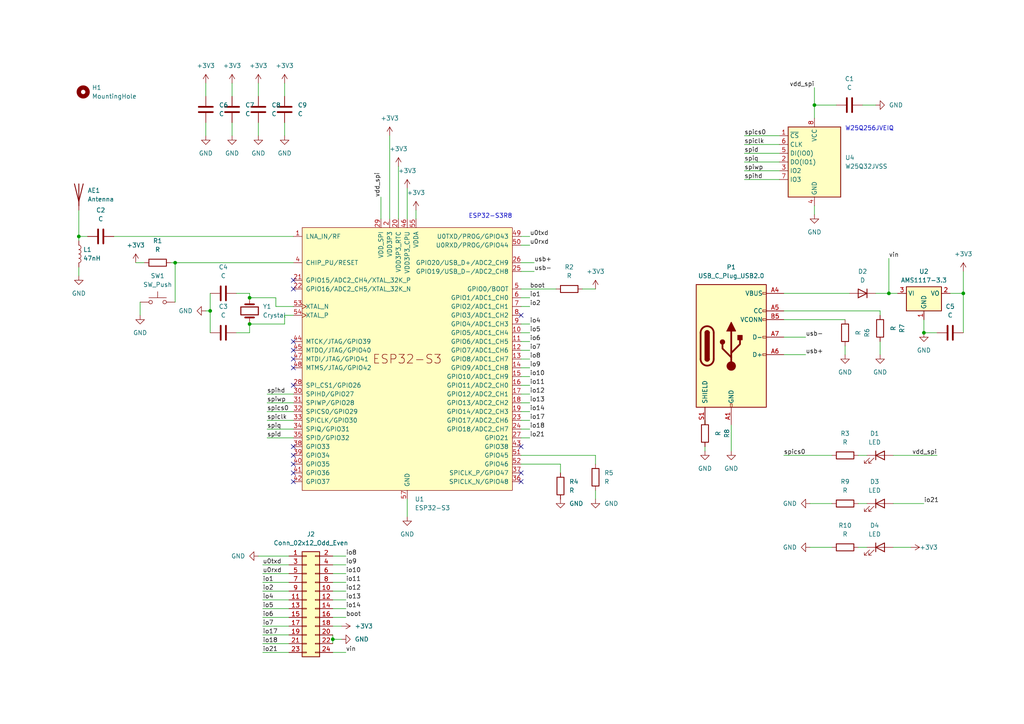
<source format=kicad_sch>
(kicad_sch
	(version 20231120)
	(generator "eeschema")
	(generator_version "8.0")
	(uuid "e077771a-5ee6-41bf-9649-8c893f4a31db")
	(paper "A4")
	(lib_symbols
		(symbol "Connector:USB_C_Plug_USB2.0"
			(pin_names
				(offset 1.016)
			)
			(exclude_from_sim no)
			(in_bom yes)
			(on_board yes)
			(property "Reference" "P"
				(at -10.16 19.05 0)
				(effects
					(font
						(size 1.27 1.27)
					)
					(justify left)
				)
			)
			(property "Value" "USB_C_Plug_USB2.0"
				(at 12.7 19.05 0)
				(effects
					(font
						(size 1.27 1.27)
					)
					(justify right)
				)
			)
			(property "Footprint" ""
				(at 3.81 0 0)
				(effects
					(font
						(size 1.27 1.27)
					)
					(hide yes)
				)
			)
			(property "Datasheet" "https://www.usb.org/sites/default/files/documents/usb_type-c.zip"
				(at 3.81 0 0)
				(effects
					(font
						(size 1.27 1.27)
					)
					(hide yes)
				)
			)
			(property "Description" "USB 2.0-only Type-C Plug connector"
				(at 0 0 0)
				(effects
					(font
						(size 1.27 1.27)
					)
					(hide yes)
				)
			)
			(property "ki_keywords" "usb universal serial bus type-C USB2.0"
				(at 0 0 0)
				(effects
					(font
						(size 1.27 1.27)
					)
					(hide yes)
				)
			)
			(property "ki_fp_filters" "USB*C*Plug*"
				(at 0 0 0)
				(effects
					(font
						(size 1.27 1.27)
					)
					(hide yes)
				)
			)
			(symbol "USB_C_Plug_USB2.0_0_0"
				(rectangle
					(start -0.254 -17.78)
					(end 0.254 -16.764)
					(stroke
						(width 0)
						(type default)
					)
					(fill
						(type none)
					)
				)
				(rectangle
					(start 10.16 -2.286)
					(end 9.144 -2.794)
					(stroke
						(width 0)
						(type default)
					)
					(fill
						(type none)
					)
				)
				(rectangle
					(start 10.16 2.794)
					(end 9.144 2.286)
					(stroke
						(width 0)
						(type default)
					)
					(fill
						(type none)
					)
				)
				(rectangle
					(start 10.16 7.874)
					(end 9.144 7.366)
					(stroke
						(width 0)
						(type default)
					)
					(fill
						(type none)
					)
				)
				(rectangle
					(start 10.16 10.414)
					(end 9.144 9.906)
					(stroke
						(width 0)
						(type default)
					)
					(fill
						(type none)
					)
				)
				(rectangle
					(start 10.16 15.494)
					(end 9.144 14.986)
					(stroke
						(width 0)
						(type default)
					)
					(fill
						(type none)
					)
				)
			)
			(symbol "USB_C_Plug_USB2.0_0_1"
				(rectangle
					(start -10.16 17.78)
					(end 10.16 -17.78)
					(stroke
						(width 0.254)
						(type default)
					)
					(fill
						(type background)
					)
				)
				(arc
					(start -8.89 -3.81)
					(mid -6.985 -5.7067)
					(end -5.08 -3.81)
					(stroke
						(width 0.508)
						(type default)
					)
					(fill
						(type none)
					)
				)
				(arc
					(start -7.62 -3.81)
					(mid -6.985 -4.4423)
					(end -6.35 -3.81)
					(stroke
						(width 0.254)
						(type default)
					)
					(fill
						(type none)
					)
				)
				(arc
					(start -7.62 -3.81)
					(mid -6.985 -4.4423)
					(end -6.35 -3.81)
					(stroke
						(width 0.254)
						(type default)
					)
					(fill
						(type outline)
					)
				)
				(rectangle
					(start -7.62 -3.81)
					(end -6.35 3.81)
					(stroke
						(width 0.254)
						(type default)
					)
					(fill
						(type outline)
					)
				)
				(arc
					(start -6.35 3.81)
					(mid -6.985 4.4423)
					(end -7.62 3.81)
					(stroke
						(width 0.254)
						(type default)
					)
					(fill
						(type none)
					)
				)
				(arc
					(start -6.35 3.81)
					(mid -6.985 4.4423)
					(end -7.62 3.81)
					(stroke
						(width 0.254)
						(type default)
					)
					(fill
						(type outline)
					)
				)
				(arc
					(start -5.08 3.81)
					(mid -6.985 5.7067)
					(end -8.89 3.81)
					(stroke
						(width 0.508)
						(type default)
					)
					(fill
						(type none)
					)
				)
				(circle
					(center -2.54 1.143)
					(radius 0.635)
					(stroke
						(width 0.254)
						(type default)
					)
					(fill
						(type outline)
					)
				)
				(circle
					(center 0 -5.842)
					(radius 1.27)
					(stroke
						(width 0)
						(type default)
					)
					(fill
						(type outline)
					)
				)
				(polyline
					(pts
						(xy -8.89 -3.81) (xy -8.89 3.81)
					)
					(stroke
						(width 0.508)
						(type default)
					)
					(fill
						(type none)
					)
				)
				(polyline
					(pts
						(xy -5.08 3.81) (xy -5.08 -3.81)
					)
					(stroke
						(width 0.508)
						(type default)
					)
					(fill
						(type none)
					)
				)
				(polyline
					(pts
						(xy 0 -5.842) (xy 0 4.318)
					)
					(stroke
						(width 0.508)
						(type default)
					)
					(fill
						(type none)
					)
				)
				(polyline
					(pts
						(xy 0 -3.302) (xy -2.54 -0.762) (xy -2.54 0.508)
					)
					(stroke
						(width 0.508)
						(type default)
					)
					(fill
						(type none)
					)
				)
				(polyline
					(pts
						(xy 0 -2.032) (xy 2.54 0.508) (xy 2.54 1.778)
					)
					(stroke
						(width 0.508)
						(type default)
					)
					(fill
						(type none)
					)
				)
				(polyline
					(pts
						(xy -1.27 4.318) (xy 0 6.858) (xy 1.27 4.318) (xy -1.27 4.318)
					)
					(stroke
						(width 0.254)
						(type default)
					)
					(fill
						(type outline)
					)
				)
				(rectangle
					(start 1.905 1.778)
					(end 3.175 3.048)
					(stroke
						(width 0.254)
						(type default)
					)
					(fill
						(type outline)
					)
				)
			)
			(symbol "USB_C_Plug_USB2.0_1_1"
				(pin passive line
					(at 0 -22.86 90)
					(length 5.08)
					(name "GND"
						(effects
							(font
								(size 1.27 1.27)
							)
						)
					)
					(number "A1"
						(effects
							(font
								(size 1.27 1.27)
							)
						)
					)
				)
				(pin passive line
					(at 0 -22.86 90)
					(length 5.08) hide
					(name "GND"
						(effects
							(font
								(size 1.27 1.27)
							)
						)
					)
					(number "A12"
						(effects
							(font
								(size 1.27 1.27)
							)
						)
					)
				)
				(pin passive line
					(at 15.24 15.24 180)
					(length 5.08)
					(name "VBUS"
						(effects
							(font
								(size 1.27 1.27)
							)
						)
					)
					(number "A4"
						(effects
							(font
								(size 1.27 1.27)
							)
						)
					)
				)
				(pin bidirectional line
					(at 15.24 10.16 180)
					(length 5.08)
					(name "CC"
						(effects
							(font
								(size 1.27 1.27)
							)
						)
					)
					(number "A5"
						(effects
							(font
								(size 1.27 1.27)
							)
						)
					)
				)
				(pin bidirectional line
					(at 15.24 -2.54 180)
					(length 5.08)
					(name "D+"
						(effects
							(font
								(size 1.27 1.27)
							)
						)
					)
					(number "A6"
						(effects
							(font
								(size 1.27 1.27)
							)
						)
					)
				)
				(pin bidirectional line
					(at 15.24 2.54 180)
					(length 5.08)
					(name "D-"
						(effects
							(font
								(size 1.27 1.27)
							)
						)
					)
					(number "A7"
						(effects
							(font
								(size 1.27 1.27)
							)
						)
					)
				)
				(pin passive line
					(at 15.24 15.24 180)
					(length 5.08) hide
					(name "VBUS"
						(effects
							(font
								(size 1.27 1.27)
							)
						)
					)
					(number "A9"
						(effects
							(font
								(size 1.27 1.27)
							)
						)
					)
				)
				(pin passive line
					(at 0 -22.86 90)
					(length 5.08) hide
					(name "GND"
						(effects
							(font
								(size 1.27 1.27)
							)
						)
					)
					(number "B1"
						(effects
							(font
								(size 1.27 1.27)
							)
						)
					)
				)
				(pin passive line
					(at 0 -22.86 90)
					(length 5.08) hide
					(name "GND"
						(effects
							(font
								(size 1.27 1.27)
							)
						)
					)
					(number "B12"
						(effects
							(font
								(size 1.27 1.27)
							)
						)
					)
				)
				(pin passive line
					(at 15.24 15.24 180)
					(length 5.08) hide
					(name "VBUS"
						(effects
							(font
								(size 1.27 1.27)
							)
						)
					)
					(number "B4"
						(effects
							(font
								(size 1.27 1.27)
							)
						)
					)
				)
				(pin bidirectional line
					(at 15.24 7.62 180)
					(length 5.08)
					(name "VCONN"
						(effects
							(font
								(size 1.27 1.27)
							)
						)
					)
					(number "B5"
						(effects
							(font
								(size 1.27 1.27)
							)
						)
					)
				)
				(pin passive line
					(at 15.24 15.24 180)
					(length 5.08) hide
					(name "VBUS"
						(effects
							(font
								(size 1.27 1.27)
							)
						)
					)
					(number "B9"
						(effects
							(font
								(size 1.27 1.27)
							)
						)
					)
				)
				(pin passive line
					(at -7.62 -22.86 90)
					(length 5.08)
					(name "SHIELD"
						(effects
							(font
								(size 1.27 1.27)
							)
						)
					)
					(number "S1"
						(effects
							(font
								(size 1.27 1.27)
							)
						)
					)
				)
			)
		)
		(symbol "Connector_Generic:Conn_02x12_Odd_Even"
			(pin_names
				(offset 1.016) hide)
			(exclude_from_sim no)
			(in_bom yes)
			(on_board yes)
			(property "Reference" "J"
				(at 1.27 15.24 0)
				(effects
					(font
						(size 1.27 1.27)
					)
				)
			)
			(property "Value" "Conn_02x12_Odd_Even"
				(at 1.27 -17.78 0)
				(effects
					(font
						(size 1.27 1.27)
					)
				)
			)
			(property "Footprint" ""
				(at 0 0 0)
				(effects
					(font
						(size 1.27 1.27)
					)
					(hide yes)
				)
			)
			(property "Datasheet" "~"
				(at 0 0 0)
				(effects
					(font
						(size 1.27 1.27)
					)
					(hide yes)
				)
			)
			(property "Description" "Generic connector, double row, 02x12, odd/even pin numbering scheme (row 1 odd numbers, row 2 even numbers), script generated (kicad-library-utils/schlib/autogen/connector/)"
				(at 0 0 0)
				(effects
					(font
						(size 1.27 1.27)
					)
					(hide yes)
				)
			)
			(property "ki_keywords" "connector"
				(at 0 0 0)
				(effects
					(font
						(size 1.27 1.27)
					)
					(hide yes)
				)
			)
			(property "ki_fp_filters" "Connector*:*_2x??_*"
				(at 0 0 0)
				(effects
					(font
						(size 1.27 1.27)
					)
					(hide yes)
				)
			)
			(symbol "Conn_02x12_Odd_Even_1_1"
				(rectangle
					(start -1.27 -15.113)
					(end 0 -15.367)
					(stroke
						(width 0.1524)
						(type default)
					)
					(fill
						(type none)
					)
				)
				(rectangle
					(start -1.27 -12.573)
					(end 0 -12.827)
					(stroke
						(width 0.1524)
						(type default)
					)
					(fill
						(type none)
					)
				)
				(rectangle
					(start -1.27 -10.033)
					(end 0 -10.287)
					(stroke
						(width 0.1524)
						(type default)
					)
					(fill
						(type none)
					)
				)
				(rectangle
					(start -1.27 -7.493)
					(end 0 -7.747)
					(stroke
						(width 0.1524)
						(type default)
					)
					(fill
						(type none)
					)
				)
				(rectangle
					(start -1.27 -4.953)
					(end 0 -5.207)
					(stroke
						(width 0.1524)
						(type default)
					)
					(fill
						(type none)
					)
				)
				(rectangle
					(start -1.27 -2.413)
					(end 0 -2.667)
					(stroke
						(width 0.1524)
						(type default)
					)
					(fill
						(type none)
					)
				)
				(rectangle
					(start -1.27 0.127)
					(end 0 -0.127)
					(stroke
						(width 0.1524)
						(type default)
					)
					(fill
						(type none)
					)
				)
				(rectangle
					(start -1.27 2.667)
					(end 0 2.413)
					(stroke
						(width 0.1524)
						(type default)
					)
					(fill
						(type none)
					)
				)
				(rectangle
					(start -1.27 5.207)
					(end 0 4.953)
					(stroke
						(width 0.1524)
						(type default)
					)
					(fill
						(type none)
					)
				)
				(rectangle
					(start -1.27 7.747)
					(end 0 7.493)
					(stroke
						(width 0.1524)
						(type default)
					)
					(fill
						(type none)
					)
				)
				(rectangle
					(start -1.27 10.287)
					(end 0 10.033)
					(stroke
						(width 0.1524)
						(type default)
					)
					(fill
						(type none)
					)
				)
				(rectangle
					(start -1.27 12.827)
					(end 0 12.573)
					(stroke
						(width 0.1524)
						(type default)
					)
					(fill
						(type none)
					)
				)
				(rectangle
					(start -1.27 13.97)
					(end 3.81 -16.51)
					(stroke
						(width 0.254)
						(type default)
					)
					(fill
						(type background)
					)
				)
				(rectangle
					(start 3.81 -15.113)
					(end 2.54 -15.367)
					(stroke
						(width 0.1524)
						(type default)
					)
					(fill
						(type none)
					)
				)
				(rectangle
					(start 3.81 -12.573)
					(end 2.54 -12.827)
					(stroke
						(width 0.1524)
						(type default)
					)
					(fill
						(type none)
					)
				)
				(rectangle
					(start 3.81 -10.033)
					(end 2.54 -10.287)
					(stroke
						(width 0.1524)
						(type default)
					)
					(fill
						(type none)
					)
				)
				(rectangle
					(start 3.81 -7.493)
					(end 2.54 -7.747)
					(stroke
						(width 0.1524)
						(type default)
					)
					(fill
						(type none)
					)
				)
				(rectangle
					(start 3.81 -4.953)
					(end 2.54 -5.207)
					(stroke
						(width 0.1524)
						(type default)
					)
					(fill
						(type none)
					)
				)
				(rectangle
					(start 3.81 -2.413)
					(end 2.54 -2.667)
					(stroke
						(width 0.1524)
						(type default)
					)
					(fill
						(type none)
					)
				)
				(rectangle
					(start 3.81 0.127)
					(end 2.54 -0.127)
					(stroke
						(width 0.1524)
						(type default)
					)
					(fill
						(type none)
					)
				)
				(rectangle
					(start 3.81 2.667)
					(end 2.54 2.413)
					(stroke
						(width 0.1524)
						(type default)
					)
					(fill
						(type none)
					)
				)
				(rectangle
					(start 3.81 5.207)
					(end 2.54 4.953)
					(stroke
						(width 0.1524)
						(type default)
					)
					(fill
						(type none)
					)
				)
				(rectangle
					(start 3.81 7.747)
					(end 2.54 7.493)
					(stroke
						(width 0.1524)
						(type default)
					)
					(fill
						(type none)
					)
				)
				(rectangle
					(start 3.81 10.287)
					(end 2.54 10.033)
					(stroke
						(width 0.1524)
						(type default)
					)
					(fill
						(type none)
					)
				)
				(rectangle
					(start 3.81 12.827)
					(end 2.54 12.573)
					(stroke
						(width 0.1524)
						(type default)
					)
					(fill
						(type none)
					)
				)
				(pin passive line
					(at -5.08 12.7 0)
					(length 3.81)
					(name "Pin_1"
						(effects
							(font
								(size 1.27 1.27)
							)
						)
					)
					(number "1"
						(effects
							(font
								(size 1.27 1.27)
							)
						)
					)
				)
				(pin passive line
					(at 7.62 2.54 180)
					(length 3.81)
					(name "Pin_10"
						(effects
							(font
								(size 1.27 1.27)
							)
						)
					)
					(number "10"
						(effects
							(font
								(size 1.27 1.27)
							)
						)
					)
				)
				(pin passive line
					(at -5.08 0 0)
					(length 3.81)
					(name "Pin_11"
						(effects
							(font
								(size 1.27 1.27)
							)
						)
					)
					(number "11"
						(effects
							(font
								(size 1.27 1.27)
							)
						)
					)
				)
				(pin passive line
					(at 7.62 0 180)
					(length 3.81)
					(name "Pin_12"
						(effects
							(font
								(size 1.27 1.27)
							)
						)
					)
					(number "12"
						(effects
							(font
								(size 1.27 1.27)
							)
						)
					)
				)
				(pin passive line
					(at -5.08 -2.54 0)
					(length 3.81)
					(name "Pin_13"
						(effects
							(font
								(size 1.27 1.27)
							)
						)
					)
					(number "13"
						(effects
							(font
								(size 1.27 1.27)
							)
						)
					)
				)
				(pin passive line
					(at 7.62 -2.54 180)
					(length 3.81)
					(name "Pin_14"
						(effects
							(font
								(size 1.27 1.27)
							)
						)
					)
					(number "14"
						(effects
							(font
								(size 1.27 1.27)
							)
						)
					)
				)
				(pin passive line
					(at -5.08 -5.08 0)
					(length 3.81)
					(name "Pin_15"
						(effects
							(font
								(size 1.27 1.27)
							)
						)
					)
					(number "15"
						(effects
							(font
								(size 1.27 1.27)
							)
						)
					)
				)
				(pin passive line
					(at 7.62 -5.08 180)
					(length 3.81)
					(name "Pin_16"
						(effects
							(font
								(size 1.27 1.27)
							)
						)
					)
					(number "16"
						(effects
							(font
								(size 1.27 1.27)
							)
						)
					)
				)
				(pin passive line
					(at -5.08 -7.62 0)
					(length 3.81)
					(name "Pin_17"
						(effects
							(font
								(size 1.27 1.27)
							)
						)
					)
					(number "17"
						(effects
							(font
								(size 1.27 1.27)
							)
						)
					)
				)
				(pin passive line
					(at 7.62 -7.62 180)
					(length 3.81)
					(name "Pin_18"
						(effects
							(font
								(size 1.27 1.27)
							)
						)
					)
					(number "18"
						(effects
							(font
								(size 1.27 1.27)
							)
						)
					)
				)
				(pin passive line
					(at -5.08 -10.16 0)
					(length 3.81)
					(name "Pin_19"
						(effects
							(font
								(size 1.27 1.27)
							)
						)
					)
					(number "19"
						(effects
							(font
								(size 1.27 1.27)
							)
						)
					)
				)
				(pin passive line
					(at 7.62 12.7 180)
					(length 3.81)
					(name "Pin_2"
						(effects
							(font
								(size 1.27 1.27)
							)
						)
					)
					(number "2"
						(effects
							(font
								(size 1.27 1.27)
							)
						)
					)
				)
				(pin passive line
					(at 7.62 -10.16 180)
					(length 3.81)
					(name "Pin_20"
						(effects
							(font
								(size 1.27 1.27)
							)
						)
					)
					(number "20"
						(effects
							(font
								(size 1.27 1.27)
							)
						)
					)
				)
				(pin passive line
					(at -5.08 -12.7 0)
					(length 3.81)
					(name "Pin_21"
						(effects
							(font
								(size 1.27 1.27)
							)
						)
					)
					(number "21"
						(effects
							(font
								(size 1.27 1.27)
							)
						)
					)
				)
				(pin passive line
					(at 7.62 -12.7 180)
					(length 3.81)
					(name "Pin_22"
						(effects
							(font
								(size 1.27 1.27)
							)
						)
					)
					(number "22"
						(effects
							(font
								(size 1.27 1.27)
							)
						)
					)
				)
				(pin passive line
					(at -5.08 -15.24 0)
					(length 3.81)
					(name "Pin_23"
						(effects
							(font
								(size 1.27 1.27)
							)
						)
					)
					(number "23"
						(effects
							(font
								(size 1.27 1.27)
							)
						)
					)
				)
				(pin passive line
					(at 7.62 -15.24 180)
					(length 3.81)
					(name "Pin_24"
						(effects
							(font
								(size 1.27 1.27)
							)
						)
					)
					(number "24"
						(effects
							(font
								(size 1.27 1.27)
							)
						)
					)
				)
				(pin passive line
					(at -5.08 10.16 0)
					(length 3.81)
					(name "Pin_3"
						(effects
							(font
								(size 1.27 1.27)
							)
						)
					)
					(number "3"
						(effects
							(font
								(size 1.27 1.27)
							)
						)
					)
				)
				(pin passive line
					(at 7.62 10.16 180)
					(length 3.81)
					(name "Pin_4"
						(effects
							(font
								(size 1.27 1.27)
							)
						)
					)
					(number "4"
						(effects
							(font
								(size 1.27 1.27)
							)
						)
					)
				)
				(pin passive line
					(at -5.08 7.62 0)
					(length 3.81)
					(name "Pin_5"
						(effects
							(font
								(size 1.27 1.27)
							)
						)
					)
					(number "5"
						(effects
							(font
								(size 1.27 1.27)
							)
						)
					)
				)
				(pin passive line
					(at 7.62 7.62 180)
					(length 3.81)
					(name "Pin_6"
						(effects
							(font
								(size 1.27 1.27)
							)
						)
					)
					(number "6"
						(effects
							(font
								(size 1.27 1.27)
							)
						)
					)
				)
				(pin passive line
					(at -5.08 5.08 0)
					(length 3.81)
					(name "Pin_7"
						(effects
							(font
								(size 1.27 1.27)
							)
						)
					)
					(number "7"
						(effects
							(font
								(size 1.27 1.27)
							)
						)
					)
				)
				(pin passive line
					(at 7.62 5.08 180)
					(length 3.81)
					(name "Pin_8"
						(effects
							(font
								(size 1.27 1.27)
							)
						)
					)
					(number "8"
						(effects
							(font
								(size 1.27 1.27)
							)
						)
					)
				)
				(pin passive line
					(at -5.08 2.54 0)
					(length 3.81)
					(name "Pin_9"
						(effects
							(font
								(size 1.27 1.27)
							)
						)
					)
					(number "9"
						(effects
							(font
								(size 1.27 1.27)
							)
						)
					)
				)
			)
		)
		(symbol "Device:Antenna"
			(pin_numbers hide)
			(pin_names
				(offset 1.016) hide)
			(exclude_from_sim no)
			(in_bom yes)
			(on_board yes)
			(property "Reference" "AE"
				(at -1.905 1.905 0)
				(effects
					(font
						(size 1.27 1.27)
					)
					(justify right)
				)
			)
			(property "Value" "Antenna"
				(at -1.905 0 0)
				(effects
					(font
						(size 1.27 1.27)
					)
					(justify right)
				)
			)
			(property "Footprint" ""
				(at 0 0 0)
				(effects
					(font
						(size 1.27 1.27)
					)
					(hide yes)
				)
			)
			(property "Datasheet" "~"
				(at 0 0 0)
				(effects
					(font
						(size 1.27 1.27)
					)
					(hide yes)
				)
			)
			(property "Description" "Antenna"
				(at 0 0 0)
				(effects
					(font
						(size 1.27 1.27)
					)
					(hide yes)
				)
			)
			(property "ki_keywords" "antenna"
				(at 0 0 0)
				(effects
					(font
						(size 1.27 1.27)
					)
					(hide yes)
				)
			)
			(symbol "Antenna_0_1"
				(polyline
					(pts
						(xy 0 2.54) (xy 0 -3.81)
					)
					(stroke
						(width 0.254)
						(type default)
					)
					(fill
						(type none)
					)
				)
				(polyline
					(pts
						(xy 1.27 2.54) (xy 0 -2.54) (xy -1.27 2.54)
					)
					(stroke
						(width 0.254)
						(type default)
					)
					(fill
						(type none)
					)
				)
			)
			(symbol "Antenna_1_1"
				(pin input line
					(at 0 -5.08 90)
					(length 2.54)
					(name "A"
						(effects
							(font
								(size 1.27 1.27)
							)
						)
					)
					(number "1"
						(effects
							(font
								(size 1.27 1.27)
							)
						)
					)
				)
			)
		)
		(symbol "Device:C"
			(pin_numbers hide)
			(pin_names
				(offset 0.254)
			)
			(exclude_from_sim no)
			(in_bom yes)
			(on_board yes)
			(property "Reference" "C"
				(at 0.635 2.54 0)
				(effects
					(font
						(size 1.27 1.27)
					)
					(justify left)
				)
			)
			(property "Value" "C"
				(at 0.635 -2.54 0)
				(effects
					(font
						(size 1.27 1.27)
					)
					(justify left)
				)
			)
			(property "Footprint" ""
				(at 0.9652 -3.81 0)
				(effects
					(font
						(size 1.27 1.27)
					)
					(hide yes)
				)
			)
			(property "Datasheet" "~"
				(at 0 0 0)
				(effects
					(font
						(size 1.27 1.27)
					)
					(hide yes)
				)
			)
			(property "Description" "Unpolarized capacitor"
				(at 0 0 0)
				(effects
					(font
						(size 1.27 1.27)
					)
					(hide yes)
				)
			)
			(property "ki_keywords" "cap capacitor"
				(at 0 0 0)
				(effects
					(font
						(size 1.27 1.27)
					)
					(hide yes)
				)
			)
			(property "ki_fp_filters" "C_*"
				(at 0 0 0)
				(effects
					(font
						(size 1.27 1.27)
					)
					(hide yes)
				)
			)
			(symbol "C_0_1"
				(polyline
					(pts
						(xy -2.032 -0.762) (xy 2.032 -0.762)
					)
					(stroke
						(width 0.508)
						(type default)
					)
					(fill
						(type none)
					)
				)
				(polyline
					(pts
						(xy -2.032 0.762) (xy 2.032 0.762)
					)
					(stroke
						(width 0.508)
						(type default)
					)
					(fill
						(type none)
					)
				)
			)
			(symbol "C_1_1"
				(pin passive line
					(at 0 3.81 270)
					(length 2.794)
					(name "~"
						(effects
							(font
								(size 1.27 1.27)
							)
						)
					)
					(number "1"
						(effects
							(font
								(size 1.27 1.27)
							)
						)
					)
				)
				(pin passive line
					(at 0 -3.81 90)
					(length 2.794)
					(name "~"
						(effects
							(font
								(size 1.27 1.27)
							)
						)
					)
					(number "2"
						(effects
							(font
								(size 1.27 1.27)
							)
						)
					)
				)
			)
		)
		(symbol "Device:Crystal"
			(pin_numbers hide)
			(pin_names
				(offset 1.016) hide)
			(exclude_from_sim no)
			(in_bom yes)
			(on_board yes)
			(property "Reference" "Y"
				(at 0 3.81 0)
				(effects
					(font
						(size 1.27 1.27)
					)
				)
			)
			(property "Value" "Crystal"
				(at 0 -3.81 0)
				(effects
					(font
						(size 1.27 1.27)
					)
				)
			)
			(property "Footprint" ""
				(at 0 0 0)
				(effects
					(font
						(size 1.27 1.27)
					)
					(hide yes)
				)
			)
			(property "Datasheet" "~"
				(at 0 0 0)
				(effects
					(font
						(size 1.27 1.27)
					)
					(hide yes)
				)
			)
			(property "Description" "Two pin crystal"
				(at 0 0 0)
				(effects
					(font
						(size 1.27 1.27)
					)
					(hide yes)
				)
			)
			(property "ki_keywords" "quartz ceramic resonator oscillator"
				(at 0 0 0)
				(effects
					(font
						(size 1.27 1.27)
					)
					(hide yes)
				)
			)
			(property "ki_fp_filters" "Crystal*"
				(at 0 0 0)
				(effects
					(font
						(size 1.27 1.27)
					)
					(hide yes)
				)
			)
			(symbol "Crystal_0_1"
				(rectangle
					(start -1.143 2.54)
					(end 1.143 -2.54)
					(stroke
						(width 0.3048)
						(type default)
					)
					(fill
						(type none)
					)
				)
				(polyline
					(pts
						(xy -2.54 0) (xy -1.905 0)
					)
					(stroke
						(width 0)
						(type default)
					)
					(fill
						(type none)
					)
				)
				(polyline
					(pts
						(xy -1.905 -1.27) (xy -1.905 1.27)
					)
					(stroke
						(width 0.508)
						(type default)
					)
					(fill
						(type none)
					)
				)
				(polyline
					(pts
						(xy 1.905 -1.27) (xy 1.905 1.27)
					)
					(stroke
						(width 0.508)
						(type default)
					)
					(fill
						(type none)
					)
				)
				(polyline
					(pts
						(xy 2.54 0) (xy 1.905 0)
					)
					(stroke
						(width 0)
						(type default)
					)
					(fill
						(type none)
					)
				)
			)
			(symbol "Crystal_1_1"
				(pin passive line
					(at -3.81 0 0)
					(length 1.27)
					(name "1"
						(effects
							(font
								(size 1.27 1.27)
							)
						)
					)
					(number "1"
						(effects
							(font
								(size 1.27 1.27)
							)
						)
					)
				)
				(pin passive line
					(at 3.81 0 180)
					(length 1.27)
					(name "2"
						(effects
							(font
								(size 1.27 1.27)
							)
						)
					)
					(number "2"
						(effects
							(font
								(size 1.27 1.27)
							)
						)
					)
				)
			)
		)
		(symbol "Device:D"
			(pin_numbers hide)
			(pin_names
				(offset 1.016) hide)
			(exclude_from_sim no)
			(in_bom yes)
			(on_board yes)
			(property "Reference" "D"
				(at 0 2.54 0)
				(effects
					(font
						(size 1.27 1.27)
					)
				)
			)
			(property "Value" "D"
				(at 0 -2.54 0)
				(effects
					(font
						(size 1.27 1.27)
					)
				)
			)
			(property "Footprint" ""
				(at 0 0 0)
				(effects
					(font
						(size 1.27 1.27)
					)
					(hide yes)
				)
			)
			(property "Datasheet" "~"
				(at 0 0 0)
				(effects
					(font
						(size 1.27 1.27)
					)
					(hide yes)
				)
			)
			(property "Description" "Diode"
				(at 0 0 0)
				(effects
					(font
						(size 1.27 1.27)
					)
					(hide yes)
				)
			)
			(property "Sim.Device" "D"
				(at 0 0 0)
				(effects
					(font
						(size 1.27 1.27)
					)
					(hide yes)
				)
			)
			(property "Sim.Pins" "1=K 2=A"
				(at 0 0 0)
				(effects
					(font
						(size 1.27 1.27)
					)
					(hide yes)
				)
			)
			(property "ki_keywords" "diode"
				(at 0 0 0)
				(effects
					(font
						(size 1.27 1.27)
					)
					(hide yes)
				)
			)
			(property "ki_fp_filters" "TO-???* *_Diode_* *SingleDiode* D_*"
				(at 0 0 0)
				(effects
					(font
						(size 1.27 1.27)
					)
					(hide yes)
				)
			)
			(symbol "D_0_1"
				(polyline
					(pts
						(xy -1.27 1.27) (xy -1.27 -1.27)
					)
					(stroke
						(width 0.254)
						(type default)
					)
					(fill
						(type none)
					)
				)
				(polyline
					(pts
						(xy 1.27 0) (xy -1.27 0)
					)
					(stroke
						(width 0)
						(type default)
					)
					(fill
						(type none)
					)
				)
				(polyline
					(pts
						(xy 1.27 1.27) (xy 1.27 -1.27) (xy -1.27 0) (xy 1.27 1.27)
					)
					(stroke
						(width 0.254)
						(type default)
					)
					(fill
						(type none)
					)
				)
			)
			(symbol "D_1_1"
				(pin passive line
					(at -3.81 0 0)
					(length 2.54)
					(name "K"
						(effects
							(font
								(size 1.27 1.27)
							)
						)
					)
					(number "1"
						(effects
							(font
								(size 1.27 1.27)
							)
						)
					)
				)
				(pin passive line
					(at 3.81 0 180)
					(length 2.54)
					(name "A"
						(effects
							(font
								(size 1.27 1.27)
							)
						)
					)
					(number "2"
						(effects
							(font
								(size 1.27 1.27)
							)
						)
					)
				)
			)
		)
		(symbol "Device:L"
			(pin_numbers hide)
			(pin_names
				(offset 1.016) hide)
			(exclude_from_sim no)
			(in_bom yes)
			(on_board yes)
			(property "Reference" "L"
				(at -1.27 0 90)
				(effects
					(font
						(size 1.27 1.27)
					)
				)
			)
			(property "Value" "L"
				(at 1.905 0 90)
				(effects
					(font
						(size 1.27 1.27)
					)
				)
			)
			(property "Footprint" ""
				(at 0 0 0)
				(effects
					(font
						(size 1.27 1.27)
					)
					(hide yes)
				)
			)
			(property "Datasheet" "~"
				(at 0 0 0)
				(effects
					(font
						(size 1.27 1.27)
					)
					(hide yes)
				)
			)
			(property "Description" "Inductor"
				(at 0 0 0)
				(effects
					(font
						(size 1.27 1.27)
					)
					(hide yes)
				)
			)
			(property "ki_keywords" "inductor choke coil reactor magnetic"
				(at 0 0 0)
				(effects
					(font
						(size 1.27 1.27)
					)
					(hide yes)
				)
			)
			(property "ki_fp_filters" "Choke_* *Coil* Inductor_* L_*"
				(at 0 0 0)
				(effects
					(font
						(size 1.27 1.27)
					)
					(hide yes)
				)
			)
			(symbol "L_0_1"
				(arc
					(start 0 -2.54)
					(mid 0.6323 -1.905)
					(end 0 -1.27)
					(stroke
						(width 0)
						(type default)
					)
					(fill
						(type none)
					)
				)
				(arc
					(start 0 -1.27)
					(mid 0.6323 -0.635)
					(end 0 0)
					(stroke
						(width 0)
						(type default)
					)
					(fill
						(type none)
					)
				)
				(arc
					(start 0 0)
					(mid 0.6323 0.635)
					(end 0 1.27)
					(stroke
						(width 0)
						(type default)
					)
					(fill
						(type none)
					)
				)
				(arc
					(start 0 1.27)
					(mid 0.6323 1.905)
					(end 0 2.54)
					(stroke
						(width 0)
						(type default)
					)
					(fill
						(type none)
					)
				)
			)
			(symbol "L_1_1"
				(pin passive line
					(at 0 3.81 270)
					(length 1.27)
					(name "1"
						(effects
							(font
								(size 1.27 1.27)
							)
						)
					)
					(number "1"
						(effects
							(font
								(size 1.27 1.27)
							)
						)
					)
				)
				(pin passive line
					(at 0 -3.81 90)
					(length 1.27)
					(name "2"
						(effects
							(font
								(size 1.27 1.27)
							)
						)
					)
					(number "2"
						(effects
							(font
								(size 1.27 1.27)
							)
						)
					)
				)
			)
		)
		(symbol "Device:LED"
			(pin_numbers hide)
			(pin_names
				(offset 1.016) hide)
			(exclude_from_sim no)
			(in_bom yes)
			(on_board yes)
			(property "Reference" "D"
				(at 0 2.54 0)
				(effects
					(font
						(size 1.27 1.27)
					)
				)
			)
			(property "Value" "LED"
				(at 0 -2.54 0)
				(effects
					(font
						(size 1.27 1.27)
					)
				)
			)
			(property "Footprint" ""
				(at 0 0 0)
				(effects
					(font
						(size 1.27 1.27)
					)
					(hide yes)
				)
			)
			(property "Datasheet" "~"
				(at 0 0 0)
				(effects
					(font
						(size 1.27 1.27)
					)
					(hide yes)
				)
			)
			(property "Description" "Light emitting diode"
				(at 0 0 0)
				(effects
					(font
						(size 1.27 1.27)
					)
					(hide yes)
				)
			)
			(property "ki_keywords" "LED diode"
				(at 0 0 0)
				(effects
					(font
						(size 1.27 1.27)
					)
					(hide yes)
				)
			)
			(property "ki_fp_filters" "LED* LED_SMD:* LED_THT:*"
				(at 0 0 0)
				(effects
					(font
						(size 1.27 1.27)
					)
					(hide yes)
				)
			)
			(symbol "LED_0_1"
				(polyline
					(pts
						(xy -1.27 -1.27) (xy -1.27 1.27)
					)
					(stroke
						(width 0.254)
						(type default)
					)
					(fill
						(type none)
					)
				)
				(polyline
					(pts
						(xy -1.27 0) (xy 1.27 0)
					)
					(stroke
						(width 0)
						(type default)
					)
					(fill
						(type none)
					)
				)
				(polyline
					(pts
						(xy 1.27 -1.27) (xy 1.27 1.27) (xy -1.27 0) (xy 1.27 -1.27)
					)
					(stroke
						(width 0.254)
						(type default)
					)
					(fill
						(type none)
					)
				)
				(polyline
					(pts
						(xy -3.048 -0.762) (xy -4.572 -2.286) (xy -3.81 -2.286) (xy -4.572 -2.286) (xy -4.572 -1.524)
					)
					(stroke
						(width 0)
						(type default)
					)
					(fill
						(type none)
					)
				)
				(polyline
					(pts
						(xy -1.778 -0.762) (xy -3.302 -2.286) (xy -2.54 -2.286) (xy -3.302 -2.286) (xy -3.302 -1.524)
					)
					(stroke
						(width 0)
						(type default)
					)
					(fill
						(type none)
					)
				)
			)
			(symbol "LED_1_1"
				(pin passive line
					(at -3.81 0 0)
					(length 2.54)
					(name "K"
						(effects
							(font
								(size 1.27 1.27)
							)
						)
					)
					(number "1"
						(effects
							(font
								(size 1.27 1.27)
							)
						)
					)
				)
				(pin passive line
					(at 3.81 0 180)
					(length 2.54)
					(name "A"
						(effects
							(font
								(size 1.27 1.27)
							)
						)
					)
					(number "2"
						(effects
							(font
								(size 1.27 1.27)
							)
						)
					)
				)
			)
		)
		(symbol "Device:R"
			(pin_numbers hide)
			(pin_names
				(offset 0)
			)
			(exclude_from_sim no)
			(in_bom yes)
			(on_board yes)
			(property "Reference" "R"
				(at 2.032 0 90)
				(effects
					(font
						(size 1.27 1.27)
					)
				)
			)
			(property "Value" "R"
				(at 0 0 90)
				(effects
					(font
						(size 1.27 1.27)
					)
				)
			)
			(property "Footprint" ""
				(at -1.778 0 90)
				(effects
					(font
						(size 1.27 1.27)
					)
					(hide yes)
				)
			)
			(property "Datasheet" "~"
				(at 0 0 0)
				(effects
					(font
						(size 1.27 1.27)
					)
					(hide yes)
				)
			)
			(property "Description" "Resistor"
				(at 0 0 0)
				(effects
					(font
						(size 1.27 1.27)
					)
					(hide yes)
				)
			)
			(property "ki_keywords" "R res resistor"
				(at 0 0 0)
				(effects
					(font
						(size 1.27 1.27)
					)
					(hide yes)
				)
			)
			(property "ki_fp_filters" "R_*"
				(at 0 0 0)
				(effects
					(font
						(size 1.27 1.27)
					)
					(hide yes)
				)
			)
			(symbol "R_0_1"
				(rectangle
					(start -1.016 -2.54)
					(end 1.016 2.54)
					(stroke
						(width 0.254)
						(type default)
					)
					(fill
						(type none)
					)
				)
			)
			(symbol "R_1_1"
				(pin passive line
					(at 0 3.81 270)
					(length 1.27)
					(name "~"
						(effects
							(font
								(size 1.27 1.27)
							)
						)
					)
					(number "1"
						(effects
							(font
								(size 1.27 1.27)
							)
						)
					)
				)
				(pin passive line
					(at 0 -3.81 90)
					(length 1.27)
					(name "~"
						(effects
							(font
								(size 1.27 1.27)
							)
						)
					)
					(number "2"
						(effects
							(font
								(size 1.27 1.27)
							)
						)
					)
				)
			)
		)
		(symbol "Mechanical:MountingHole"
			(pin_names
				(offset 1.016)
			)
			(exclude_from_sim no)
			(in_bom yes)
			(on_board yes)
			(property "Reference" "H"
				(at 0 5.08 0)
				(effects
					(font
						(size 1.27 1.27)
					)
				)
			)
			(property "Value" "MountingHole"
				(at 0 3.175 0)
				(effects
					(font
						(size 1.27 1.27)
					)
				)
			)
			(property "Footprint" ""
				(at 0 0 0)
				(effects
					(font
						(size 1.27 1.27)
					)
					(hide yes)
				)
			)
			(property "Datasheet" "~"
				(at 0 0 0)
				(effects
					(font
						(size 1.27 1.27)
					)
					(hide yes)
				)
			)
			(property "Description" "Mounting Hole without connection"
				(at 0 0 0)
				(effects
					(font
						(size 1.27 1.27)
					)
					(hide yes)
				)
			)
			(property "ki_keywords" "mounting hole"
				(at 0 0 0)
				(effects
					(font
						(size 1.27 1.27)
					)
					(hide yes)
				)
			)
			(property "ki_fp_filters" "MountingHole*"
				(at 0 0 0)
				(effects
					(font
						(size 1.27 1.27)
					)
					(hide yes)
				)
			)
			(symbol "MountingHole_0_1"
				(circle
					(center 0 0)
					(radius 1.27)
					(stroke
						(width 1.27)
						(type default)
					)
					(fill
						(type none)
					)
				)
			)
		)
		(symbol "Memory_Flash:W25Q32JVSS"
			(exclude_from_sim no)
			(in_bom yes)
			(on_board yes)
			(property "Reference" "U"
				(at -6.35 11.43 0)
				(effects
					(font
						(size 1.27 1.27)
					)
				)
			)
			(property "Value" "W25Q32JVSS"
				(at 7.62 11.43 0)
				(effects
					(font
						(size 1.27 1.27)
					)
				)
			)
			(property "Footprint" "Package_SO:SOIC-8_5.23x5.23mm_P1.27mm"
				(at 0 0 0)
				(effects
					(font
						(size 1.27 1.27)
					)
					(hide yes)
				)
			)
			(property "Datasheet" "http://www.winbond.com/resource-files/w25q32jv%20revg%2003272018%20plus.pdf"
				(at 0 0 0)
				(effects
					(font
						(size 1.27 1.27)
					)
					(hide yes)
				)
			)
			(property "Description" "32Mb Serial Flash Memory, Standard/Dual/Quad SPI, SOIC-8"
				(at 0 0 0)
				(effects
					(font
						(size 1.27 1.27)
					)
					(hide yes)
				)
			)
			(property "ki_keywords" "flash memory SPI"
				(at 0 0 0)
				(effects
					(font
						(size 1.27 1.27)
					)
					(hide yes)
				)
			)
			(property "ki_fp_filters" "SOIC*5.23x5.23mm*P1.27mm*"
				(at 0 0 0)
				(effects
					(font
						(size 1.27 1.27)
					)
					(hide yes)
				)
			)
			(symbol "W25Q32JVSS_0_1"
				(rectangle
					(start -7.62 10.16)
					(end 7.62 -10.16)
					(stroke
						(width 0.254)
						(type default)
					)
					(fill
						(type background)
					)
				)
			)
			(symbol "W25Q32JVSS_1_1"
				(pin input line
					(at -10.16 7.62 0)
					(length 2.54)
					(name "~{CS}"
						(effects
							(font
								(size 1.27 1.27)
							)
						)
					)
					(number "1"
						(effects
							(font
								(size 1.27 1.27)
							)
						)
					)
				)
				(pin bidirectional line
					(at -10.16 0 0)
					(length 2.54)
					(name "DO(IO1)"
						(effects
							(font
								(size 1.27 1.27)
							)
						)
					)
					(number "2"
						(effects
							(font
								(size 1.27 1.27)
							)
						)
					)
				)
				(pin bidirectional line
					(at -10.16 -2.54 0)
					(length 2.54)
					(name "IO2"
						(effects
							(font
								(size 1.27 1.27)
							)
						)
					)
					(number "3"
						(effects
							(font
								(size 1.27 1.27)
							)
						)
					)
				)
				(pin power_in line
					(at 0 -12.7 90)
					(length 2.54)
					(name "GND"
						(effects
							(font
								(size 1.27 1.27)
							)
						)
					)
					(number "4"
						(effects
							(font
								(size 1.27 1.27)
							)
						)
					)
				)
				(pin bidirectional line
					(at -10.16 2.54 0)
					(length 2.54)
					(name "DI(IO0)"
						(effects
							(font
								(size 1.27 1.27)
							)
						)
					)
					(number "5"
						(effects
							(font
								(size 1.27 1.27)
							)
						)
					)
				)
				(pin input line
					(at -10.16 5.08 0)
					(length 2.54)
					(name "CLK"
						(effects
							(font
								(size 1.27 1.27)
							)
						)
					)
					(number "6"
						(effects
							(font
								(size 1.27 1.27)
							)
						)
					)
				)
				(pin bidirectional line
					(at -10.16 -5.08 0)
					(length 2.54)
					(name "IO3"
						(effects
							(font
								(size 1.27 1.27)
							)
						)
					)
					(number "7"
						(effects
							(font
								(size 1.27 1.27)
							)
						)
					)
				)
				(pin power_in line
					(at 0 12.7 270)
					(length 2.54)
					(name "VCC"
						(effects
							(font
								(size 1.27 1.27)
							)
						)
					)
					(number "8"
						(effects
							(font
								(size 1.27 1.27)
							)
						)
					)
				)
			)
		)
		(symbol "PCM_Espressif:ESP32-S3"
			(pin_names
				(offset 1.016)
			)
			(exclude_from_sim no)
			(in_bom yes)
			(on_board yes)
			(property "Reference" "U"
				(at -30.48 43.18 0)
				(effects
					(font
						(size 1.27 1.27)
					)
					(justify left)
				)
			)
			(property "Value" "ESP32-S3"
				(at -30.48 40.64 0)
				(effects
					(font
						(size 1.27 1.27)
					)
					(justify left)
				)
			)
			(property "Footprint" "Package_DFN_QFN:QFN-56-1EP_7x7mm_P0.4mm_EP5.6x5.6mm"
				(at 0 -48.26 0)
				(effects
					(font
						(size 1.27 1.27)
					)
					(hide yes)
				)
			)
			(property "Datasheet" "https://www.espressif.com/sites/default/files/documentation/esp32-s3_datasheet_en.pdf"
				(at 0 -50.8 0)
				(effects
					(font
						(size 1.27 1.27)
					)
					(hide yes)
				)
			)
			(property "Description" "ESP32-S3 is a low-power MCU-based system-on-chip (SoC) that supports 2.4 GHz Wi-Fi and Bluetooth® Low Energy (Bluetooth LE). It consists of high-performance dual-core microprocessor (Xtensa® 32-bit LX7), a low power coprocessor, a Wi-Fi baseband, a Bluetooth LE baseband, RF module, and peripherals."
				(at 0 0 0)
				(effects
					(font
						(size 1.27 1.27)
					)
					(hide yes)
				)
			)
			(symbol "ESP32-S3_0_0"
				(text "ESP32-S3"
					(at 0 0 0)
					(effects
						(font
							(size 2.54 2.54)
						)
					)
				)
				(pin bidirectional line
					(at 33.02 -35.56 180)
					(length 2.54)
					(name "SPICLK_N/GPIO48"
						(effects
							(font
								(size 1.27 1.27)
							)
						)
					)
					(number "36"
						(effects
							(font
								(size 1.27 1.27)
							)
						)
					)
				)
				(pin bidirectional line
					(at 33.02 -33.02 180)
					(length 2.54)
					(name "SPICLK_P/GPIO47"
						(effects
							(font
								(size 1.27 1.27)
							)
						)
					)
					(number "37"
						(effects
							(font
								(size 1.27 1.27)
							)
						)
					)
				)
			)
			(symbol "ESP32-S3_0_1"
				(rectangle
					(start -30.48 38.1)
					(end 30.48 -38.1)
					(stroke
						(width 0)
						(type default)
					)
					(fill
						(type background)
					)
				)
			)
			(symbol "ESP32-S3_1_1"
				(pin bidirectional line
					(at -33.02 35.56 0)
					(length 2.54)
					(name "LNA_IN/RF"
						(effects
							(font
								(size 1.27 1.27)
							)
						)
					)
					(number "1"
						(effects
							(font
								(size 1.27 1.27)
							)
						)
					)
				)
				(pin bidirectional line
					(at 33.02 7.62 180)
					(length 2.54)
					(name "GPIO5/ADC1_CH4"
						(effects
							(font
								(size 1.27 1.27)
							)
						)
					)
					(number "10"
						(effects
							(font
								(size 1.27 1.27)
							)
						)
					)
				)
				(pin bidirectional line
					(at 33.02 5.08 180)
					(length 2.54)
					(name "GPIO6/ADC1_CH5"
						(effects
							(font
								(size 1.27 1.27)
							)
						)
					)
					(number "11"
						(effects
							(font
								(size 1.27 1.27)
							)
						)
					)
				)
				(pin bidirectional line
					(at 33.02 2.54 180)
					(length 2.54)
					(name "GPIO7/ADC1_CH6"
						(effects
							(font
								(size 1.27 1.27)
							)
						)
					)
					(number "12"
						(effects
							(font
								(size 1.27 1.27)
							)
						)
					)
				)
				(pin bidirectional line
					(at 33.02 0 180)
					(length 2.54)
					(name "GPIO8/ADC1_CH7"
						(effects
							(font
								(size 1.27 1.27)
							)
						)
					)
					(number "13"
						(effects
							(font
								(size 1.27 1.27)
							)
						)
					)
				)
				(pin bidirectional line
					(at 33.02 -2.54 180)
					(length 2.54)
					(name "GPIO9/ADC1_CH8"
						(effects
							(font
								(size 1.27 1.27)
							)
						)
					)
					(number "14"
						(effects
							(font
								(size 1.27 1.27)
							)
						)
					)
				)
				(pin bidirectional line
					(at 33.02 -5.08 180)
					(length 2.54)
					(name "GPIO10/ADC1_CH9"
						(effects
							(font
								(size 1.27 1.27)
							)
						)
					)
					(number "15"
						(effects
							(font
								(size 1.27 1.27)
							)
						)
					)
				)
				(pin bidirectional line
					(at 33.02 -7.62 180)
					(length 2.54)
					(name "GPIO11/ADC2_CH0"
						(effects
							(font
								(size 1.27 1.27)
							)
						)
					)
					(number "16"
						(effects
							(font
								(size 1.27 1.27)
							)
						)
					)
				)
				(pin bidirectional line
					(at 33.02 -10.16 180)
					(length 2.54)
					(name "GPIO12/ADC2_CH1"
						(effects
							(font
								(size 1.27 1.27)
							)
						)
					)
					(number "17"
						(effects
							(font
								(size 1.27 1.27)
							)
						)
					)
				)
				(pin bidirectional line
					(at 33.02 -12.7 180)
					(length 2.54)
					(name "GPIO13/ADC2_CH2"
						(effects
							(font
								(size 1.27 1.27)
							)
						)
					)
					(number "18"
						(effects
							(font
								(size 1.27 1.27)
							)
						)
					)
				)
				(pin bidirectional line
					(at 33.02 -15.24 180)
					(length 2.54)
					(name "GPIO14/ADC2_CH3"
						(effects
							(font
								(size 1.27 1.27)
							)
						)
					)
					(number "19"
						(effects
							(font
								(size 1.27 1.27)
							)
						)
					)
				)
				(pin power_in line
					(at -5.08 40.64 270)
					(length 2.54)
					(name "VDD3P3"
						(effects
							(font
								(size 1.27 1.27)
							)
						)
					)
					(number "2"
						(effects
							(font
								(size 1.27 1.27)
							)
						)
					)
				)
				(pin power_in line
					(at -2.54 40.64 270)
					(length 2.54)
					(name "VDD3P3_RTC"
						(effects
							(font
								(size 1.27 1.27)
							)
						)
					)
					(number "20"
						(effects
							(font
								(size 1.27 1.27)
							)
						)
					)
				)
				(pin bidirectional line
					(at -33.02 22.86 0)
					(length 2.54)
					(name "GPIO15/ADC2_CH4/XTAL_32K_P"
						(effects
							(font
								(size 1.27 1.27)
							)
						)
					)
					(number "21"
						(effects
							(font
								(size 1.27 1.27)
							)
						)
					)
				)
				(pin bidirectional line
					(at -33.02 20.32 0)
					(length 2.54)
					(name "GPIO16/ADC2_CH5/XTAL_32K_N"
						(effects
							(font
								(size 1.27 1.27)
							)
						)
					)
					(number "22"
						(effects
							(font
								(size 1.27 1.27)
							)
						)
					)
				)
				(pin bidirectional line
					(at 33.02 -17.78 180)
					(length 2.54)
					(name "GPIO17/ADC2_CH6"
						(effects
							(font
								(size 1.27 1.27)
							)
						)
					)
					(number "23"
						(effects
							(font
								(size 1.27 1.27)
							)
						)
					)
				)
				(pin bidirectional line
					(at 33.02 -20.32 180)
					(length 2.54)
					(name "GPIO18/ADC2_CH7"
						(effects
							(font
								(size 1.27 1.27)
							)
						)
					)
					(number "24"
						(effects
							(font
								(size 1.27 1.27)
							)
						)
					)
				)
				(pin bidirectional line
					(at 33.02 25.4 180)
					(length 2.54)
					(name "GPIO19/USB_D-/ADC2_CH8"
						(effects
							(font
								(size 1.27 1.27)
							)
						)
					)
					(number "25"
						(effects
							(font
								(size 1.27 1.27)
							)
						)
					)
				)
				(pin bidirectional line
					(at 33.02 27.94 180)
					(length 2.54)
					(name "GPIO20/USB_D+/ADC2_CH9"
						(effects
							(font
								(size 1.27 1.27)
							)
						)
					)
					(number "26"
						(effects
							(font
								(size 1.27 1.27)
							)
						)
					)
				)
				(pin bidirectional line
					(at 33.02 -22.86 180)
					(length 2.54)
					(name "GPIO21"
						(effects
							(font
								(size 1.27 1.27)
							)
						)
					)
					(number "27"
						(effects
							(font
								(size 1.27 1.27)
							)
						)
					)
				)
				(pin bidirectional line
					(at -33.02 -7.62 0)
					(length 2.54)
					(name "SPI_CS1/GPIO26"
						(effects
							(font
								(size 1.27 1.27)
							)
						)
					)
					(number "28"
						(effects
							(font
								(size 1.27 1.27)
							)
						)
					)
				)
				(pin power_out line
					(at -7.62 40.64 270)
					(length 2.54)
					(name "VDD_SPI"
						(effects
							(font
								(size 1.27 1.27)
							)
						)
					)
					(number "29"
						(effects
							(font
								(size 1.27 1.27)
							)
						)
					)
				)
				(pin power_in line
					(at -5.08 40.64 270)
					(length 2.54) hide
					(name "VDD3P3"
						(effects
							(font
								(size 1.27 1.27)
							)
						)
					)
					(number "3"
						(effects
							(font
								(size 1.27 1.27)
							)
						)
					)
				)
				(pin bidirectional line
					(at -33.02 -10.16 0)
					(length 2.54)
					(name "SPIHD/GPIO27"
						(effects
							(font
								(size 1.27 1.27)
							)
						)
					)
					(number "30"
						(effects
							(font
								(size 1.27 1.27)
							)
						)
					)
				)
				(pin bidirectional line
					(at -33.02 -12.7 0)
					(length 2.54)
					(name "SPIWP/GPIO28"
						(effects
							(font
								(size 1.27 1.27)
							)
						)
					)
					(number "31"
						(effects
							(font
								(size 1.27 1.27)
							)
						)
					)
				)
				(pin bidirectional line
					(at -33.02 -15.24 0)
					(length 2.54)
					(name "SPICS0/GPIO29"
						(effects
							(font
								(size 1.27 1.27)
							)
						)
					)
					(number "32"
						(effects
							(font
								(size 1.27 1.27)
							)
						)
					)
				)
				(pin bidirectional line
					(at -33.02 -17.78 0)
					(length 2.54)
					(name "SPICLK/GPIO30"
						(effects
							(font
								(size 1.27 1.27)
							)
						)
					)
					(number "33"
						(effects
							(font
								(size 1.27 1.27)
							)
						)
					)
				)
				(pin bidirectional line
					(at -33.02 -20.32 0)
					(length 2.54)
					(name "SPIQ/GPIO31"
						(effects
							(font
								(size 1.27 1.27)
							)
						)
					)
					(number "34"
						(effects
							(font
								(size 1.27 1.27)
							)
						)
					)
				)
				(pin bidirectional line
					(at -33.02 -22.86 0)
					(length 2.54)
					(name "SPID/GPIO32"
						(effects
							(font
								(size 1.27 1.27)
							)
						)
					)
					(number "35"
						(effects
							(font
								(size 1.27 1.27)
							)
						)
					)
				)
				(pin bidirectional line
					(at -33.02 -25.4 0)
					(length 2.54)
					(name "GPIO33"
						(effects
							(font
								(size 1.27 1.27)
							)
						)
					)
					(number "38"
						(effects
							(font
								(size 1.27 1.27)
							)
						)
					)
				)
				(pin bidirectional line
					(at -33.02 -27.94 0)
					(length 2.54)
					(name "GPIO34"
						(effects
							(font
								(size 1.27 1.27)
							)
						)
					)
					(number "39"
						(effects
							(font
								(size 1.27 1.27)
							)
						)
					)
				)
				(pin input line
					(at -33.02 27.94 0)
					(length 2.54)
					(name "CHIP_PU/RESET"
						(effects
							(font
								(size 1.27 1.27)
							)
						)
					)
					(number "4"
						(effects
							(font
								(size 1.27 1.27)
							)
						)
					)
				)
				(pin bidirectional line
					(at -33.02 -30.48 0)
					(length 2.54)
					(name "GPIO35"
						(effects
							(font
								(size 1.27 1.27)
							)
						)
					)
					(number "40"
						(effects
							(font
								(size 1.27 1.27)
							)
						)
					)
				)
				(pin bidirectional line
					(at -33.02 -33.02 0)
					(length 2.54)
					(name "GPIO36"
						(effects
							(font
								(size 1.27 1.27)
							)
						)
					)
					(number "41"
						(effects
							(font
								(size 1.27 1.27)
							)
						)
					)
				)
				(pin bidirectional line
					(at -33.02 -35.56 0)
					(length 2.54)
					(name "GPIO37"
						(effects
							(font
								(size 1.27 1.27)
							)
						)
					)
					(number "42"
						(effects
							(font
								(size 1.27 1.27)
							)
						)
					)
				)
				(pin bidirectional line
					(at 33.02 -25.4 180)
					(length 2.54)
					(name "GPIO38"
						(effects
							(font
								(size 1.27 1.27)
							)
						)
					)
					(number "43"
						(effects
							(font
								(size 1.27 1.27)
							)
						)
					)
				)
				(pin bidirectional line
					(at -33.02 5.08 0)
					(length 2.54)
					(name "MTCK/JTAG/GPIO39"
						(effects
							(font
								(size 1.27 1.27)
							)
						)
					)
					(number "44"
						(effects
							(font
								(size 1.27 1.27)
							)
						)
					)
				)
				(pin bidirectional line
					(at -33.02 2.54 0)
					(length 2.54)
					(name "MTDO/JTAG/GPIO40"
						(effects
							(font
								(size 1.27 1.27)
							)
						)
					)
					(number "45"
						(effects
							(font
								(size 1.27 1.27)
							)
						)
					)
				)
				(pin power_in line
					(at 0 40.64 270)
					(length 2.54)
					(name "VDD3P3_CPU"
						(effects
							(font
								(size 1.27 1.27)
							)
						)
					)
					(number "46"
						(effects
							(font
								(size 1.27 1.27)
							)
						)
					)
				)
				(pin bidirectional line
					(at -33.02 0 0)
					(length 2.54)
					(name "MTDI/JTAG/GPIO41"
						(effects
							(font
								(size 1.27 1.27)
							)
						)
					)
					(number "47"
						(effects
							(font
								(size 1.27 1.27)
							)
						)
					)
				)
				(pin bidirectional line
					(at -33.02 -2.54 0)
					(length 2.54)
					(name "MTMS/JTAG/GPIO42"
						(effects
							(font
								(size 1.27 1.27)
							)
						)
					)
					(number "48"
						(effects
							(font
								(size 1.27 1.27)
							)
						)
					)
				)
				(pin bidirectional line
					(at 33.02 35.56 180)
					(length 2.54)
					(name "U0TXD/PROG/GPIO43"
						(effects
							(font
								(size 1.27 1.27)
							)
						)
					)
					(number "49"
						(effects
							(font
								(size 1.27 1.27)
							)
						)
					)
				)
				(pin bidirectional line
					(at 33.02 20.32 180)
					(length 2.54)
					(name "GPIO0/BOOT"
						(effects
							(font
								(size 1.27 1.27)
							)
						)
					)
					(number "5"
						(effects
							(font
								(size 1.27 1.27)
							)
						)
					)
				)
				(pin bidirectional line
					(at 33.02 33.02 180)
					(length 2.54)
					(name "U0RXD/PROG/GPIO44"
						(effects
							(font
								(size 1.27 1.27)
							)
						)
					)
					(number "50"
						(effects
							(font
								(size 1.27 1.27)
							)
						)
					)
				)
				(pin bidirectional line
					(at 33.02 -27.94 180)
					(length 2.54)
					(name "GPIO45"
						(effects
							(font
								(size 1.27 1.27)
							)
						)
					)
					(number "51"
						(effects
							(font
								(size 1.27 1.27)
							)
						)
					)
				)
				(pin bidirectional line
					(at 33.02 -30.48 180)
					(length 2.54)
					(name "GPIO46"
						(effects
							(font
								(size 1.27 1.27)
							)
						)
					)
					(number "52"
						(effects
							(font
								(size 1.27 1.27)
							)
						)
					)
				)
				(pin input clock
					(at -33.02 15.24 0)
					(length 2.54)
					(name "XTAL_N"
						(effects
							(font
								(size 1.27 1.27)
							)
						)
					)
					(number "53"
						(effects
							(font
								(size 1.27 1.27)
							)
						)
					)
				)
				(pin output clock
					(at -33.02 12.7 0)
					(length 2.54)
					(name "XTAL_P"
						(effects
							(font
								(size 1.27 1.27)
							)
						)
					)
					(number "54"
						(effects
							(font
								(size 1.27 1.27)
							)
						)
					)
				)
				(pin power_in line
					(at 2.54 40.64 270)
					(length 2.54)
					(name "VDDA"
						(effects
							(font
								(size 1.27 1.27)
							)
						)
					)
					(number "55"
						(effects
							(font
								(size 1.27 1.27)
							)
						)
					)
				)
				(pin passive line
					(at 2.54 40.64 270)
					(length 2.54) hide
					(name "VDDA"
						(effects
							(font
								(size 1.27 1.27)
							)
						)
					)
					(number "56"
						(effects
							(font
								(size 1.27 1.27)
							)
						)
					)
				)
				(pin power_in line
					(at 0 -40.64 90)
					(length 2.54)
					(name "GND"
						(effects
							(font
								(size 1.27 1.27)
							)
						)
					)
					(number "57"
						(effects
							(font
								(size 1.27 1.27)
							)
						)
					)
				)
				(pin bidirectional line
					(at 33.02 17.78 180)
					(length 2.54)
					(name "GPIO1/ADC1_CH0"
						(effects
							(font
								(size 1.27 1.27)
							)
						)
					)
					(number "6"
						(effects
							(font
								(size 1.27 1.27)
							)
						)
					)
				)
				(pin bidirectional line
					(at 33.02 15.24 180)
					(length 2.54)
					(name "GPIO2/ADC1_CH1"
						(effects
							(font
								(size 1.27 1.27)
							)
						)
					)
					(number "7"
						(effects
							(font
								(size 1.27 1.27)
							)
						)
					)
				)
				(pin bidirectional line
					(at 33.02 12.7 180)
					(length 2.54)
					(name "GPIO3/ADC1_CH2"
						(effects
							(font
								(size 1.27 1.27)
							)
						)
					)
					(number "8"
						(effects
							(font
								(size 1.27 1.27)
							)
						)
					)
				)
				(pin bidirectional line
					(at 33.02 10.16 180)
					(length 2.54)
					(name "GPIO4/ADC1_CH3"
						(effects
							(font
								(size 1.27 1.27)
							)
						)
					)
					(number "9"
						(effects
							(font
								(size 1.27 1.27)
							)
						)
					)
				)
			)
		)
		(symbol "Regulator_Linear:AMS1117-3.3"
			(exclude_from_sim no)
			(in_bom yes)
			(on_board yes)
			(property "Reference" "U"
				(at -3.81 3.175 0)
				(effects
					(font
						(size 1.27 1.27)
					)
				)
			)
			(property "Value" "AMS1117-3.3"
				(at 0 3.175 0)
				(effects
					(font
						(size 1.27 1.27)
					)
					(justify left)
				)
			)
			(property "Footprint" "Package_TO_SOT_SMD:SOT-223-3_TabPin2"
				(at 0 5.08 0)
				(effects
					(font
						(size 1.27 1.27)
					)
					(hide yes)
				)
			)
			(property "Datasheet" "http://www.advanced-monolithic.com/pdf/ds1117.pdf"
				(at 2.54 -6.35 0)
				(effects
					(font
						(size 1.27 1.27)
					)
					(hide yes)
				)
			)
			(property "Description" "1A Low Dropout regulator, positive, 3.3V fixed output, SOT-223"
				(at 0 0 0)
				(effects
					(font
						(size 1.27 1.27)
					)
					(hide yes)
				)
			)
			(property "ki_keywords" "linear regulator ldo fixed positive"
				(at 0 0 0)
				(effects
					(font
						(size 1.27 1.27)
					)
					(hide yes)
				)
			)
			(property "ki_fp_filters" "SOT?223*TabPin2*"
				(at 0 0 0)
				(effects
					(font
						(size 1.27 1.27)
					)
					(hide yes)
				)
			)
			(symbol "AMS1117-3.3_0_1"
				(rectangle
					(start -5.08 -5.08)
					(end 5.08 1.905)
					(stroke
						(width 0.254)
						(type default)
					)
					(fill
						(type background)
					)
				)
			)
			(symbol "AMS1117-3.3_1_1"
				(pin power_in line
					(at 0 -7.62 90)
					(length 2.54)
					(name "GND"
						(effects
							(font
								(size 1.27 1.27)
							)
						)
					)
					(number "1"
						(effects
							(font
								(size 1.27 1.27)
							)
						)
					)
				)
				(pin power_out line
					(at 7.62 0 180)
					(length 2.54)
					(name "VO"
						(effects
							(font
								(size 1.27 1.27)
							)
						)
					)
					(number "2"
						(effects
							(font
								(size 1.27 1.27)
							)
						)
					)
				)
				(pin power_in line
					(at -7.62 0 0)
					(length 2.54)
					(name "VI"
						(effects
							(font
								(size 1.27 1.27)
							)
						)
					)
					(number "3"
						(effects
							(font
								(size 1.27 1.27)
							)
						)
					)
				)
			)
		)
		(symbol "Switch:SW_Push"
			(pin_numbers hide)
			(pin_names
				(offset 1.016) hide)
			(exclude_from_sim no)
			(in_bom yes)
			(on_board yes)
			(property "Reference" "SW"
				(at 1.27 2.54 0)
				(effects
					(font
						(size 1.27 1.27)
					)
					(justify left)
				)
			)
			(property "Value" "SW_Push"
				(at 0 -1.524 0)
				(effects
					(font
						(size 1.27 1.27)
					)
				)
			)
			(property "Footprint" ""
				(at 0 5.08 0)
				(effects
					(font
						(size 1.27 1.27)
					)
					(hide yes)
				)
			)
			(property "Datasheet" "~"
				(at 0 5.08 0)
				(effects
					(font
						(size 1.27 1.27)
					)
					(hide yes)
				)
			)
			(property "Description" "Push button switch, generic, two pins"
				(at 0 0 0)
				(effects
					(font
						(size 1.27 1.27)
					)
					(hide yes)
				)
			)
			(property "ki_keywords" "switch normally-open pushbutton push-button"
				(at 0 0 0)
				(effects
					(font
						(size 1.27 1.27)
					)
					(hide yes)
				)
			)
			(symbol "SW_Push_0_1"
				(circle
					(center -2.032 0)
					(radius 0.508)
					(stroke
						(width 0)
						(type default)
					)
					(fill
						(type none)
					)
				)
				(polyline
					(pts
						(xy 0 1.27) (xy 0 3.048)
					)
					(stroke
						(width 0)
						(type default)
					)
					(fill
						(type none)
					)
				)
				(polyline
					(pts
						(xy 2.54 1.27) (xy -2.54 1.27)
					)
					(stroke
						(width 0)
						(type default)
					)
					(fill
						(type none)
					)
				)
				(circle
					(center 2.032 0)
					(radius 0.508)
					(stroke
						(width 0)
						(type default)
					)
					(fill
						(type none)
					)
				)
				(pin passive line
					(at -5.08 0 0)
					(length 2.54)
					(name "1"
						(effects
							(font
								(size 1.27 1.27)
							)
						)
					)
					(number "1"
						(effects
							(font
								(size 1.27 1.27)
							)
						)
					)
				)
				(pin passive line
					(at 5.08 0 180)
					(length 2.54)
					(name "2"
						(effects
							(font
								(size 1.27 1.27)
							)
						)
					)
					(number "2"
						(effects
							(font
								(size 1.27 1.27)
							)
						)
					)
				)
			)
		)
		(symbol "power:+3V3"
			(power)
			(pin_names
				(offset 0)
			)
			(exclude_from_sim no)
			(in_bom yes)
			(on_board yes)
			(property "Reference" "#PWR"
				(at 0 -3.81 0)
				(effects
					(font
						(size 1.27 1.27)
					)
					(hide yes)
				)
			)
			(property "Value" "+3V3"
				(at 0 3.556 0)
				(effects
					(font
						(size 1.27 1.27)
					)
				)
			)
			(property "Footprint" ""
				(at 0 0 0)
				(effects
					(font
						(size 1.27 1.27)
					)
					(hide yes)
				)
			)
			(property "Datasheet" ""
				(at 0 0 0)
				(effects
					(font
						(size 1.27 1.27)
					)
					(hide yes)
				)
			)
			(property "Description" "Power symbol creates a global label with name \"+3V3\""
				(at 0 0 0)
				(effects
					(font
						(size 1.27 1.27)
					)
					(hide yes)
				)
			)
			(property "ki_keywords" "global power"
				(at 0 0 0)
				(effects
					(font
						(size 1.27 1.27)
					)
					(hide yes)
				)
			)
			(symbol "+3V3_0_1"
				(polyline
					(pts
						(xy -0.762 1.27) (xy 0 2.54)
					)
					(stroke
						(width 0)
						(type default)
					)
					(fill
						(type none)
					)
				)
				(polyline
					(pts
						(xy 0 0) (xy 0 2.54)
					)
					(stroke
						(width 0)
						(type default)
					)
					(fill
						(type none)
					)
				)
				(polyline
					(pts
						(xy 0 2.54) (xy 0.762 1.27)
					)
					(stroke
						(width 0)
						(type default)
					)
					(fill
						(type none)
					)
				)
			)
			(symbol "+3V3_1_1"
				(pin power_in line
					(at 0 0 90)
					(length 0) hide
					(name "+3V3"
						(effects
							(font
								(size 1.27 1.27)
							)
						)
					)
					(number "1"
						(effects
							(font
								(size 1.27 1.27)
							)
						)
					)
				)
			)
		)
		(symbol "power:GND"
			(power)
			(pin_names
				(offset 0)
			)
			(exclude_from_sim no)
			(in_bom yes)
			(on_board yes)
			(property "Reference" "#PWR"
				(at 0 -6.35 0)
				(effects
					(font
						(size 1.27 1.27)
					)
					(hide yes)
				)
			)
			(property "Value" "GND"
				(at 0 -3.81 0)
				(effects
					(font
						(size 1.27 1.27)
					)
				)
			)
			(property "Footprint" ""
				(at 0 0 0)
				(effects
					(font
						(size 1.27 1.27)
					)
					(hide yes)
				)
			)
			(property "Datasheet" ""
				(at 0 0 0)
				(effects
					(font
						(size 1.27 1.27)
					)
					(hide yes)
				)
			)
			(property "Description" "Power symbol creates a global label with name \"GND\" , ground"
				(at 0 0 0)
				(effects
					(font
						(size 1.27 1.27)
					)
					(hide yes)
				)
			)
			(property "ki_keywords" "global power"
				(at 0 0 0)
				(effects
					(font
						(size 1.27 1.27)
					)
					(hide yes)
				)
			)
			(symbol "GND_0_1"
				(polyline
					(pts
						(xy 0 0) (xy 0 -1.27) (xy 1.27 -1.27) (xy 0 -2.54) (xy -1.27 -1.27) (xy 0 -1.27)
					)
					(stroke
						(width 0)
						(type default)
					)
					(fill
						(type none)
					)
				)
			)
			(symbol "GND_1_1"
				(pin power_in line
					(at 0 0 270)
					(length 0) hide
					(name "GND"
						(effects
							(font
								(size 1.27 1.27)
							)
						)
					)
					(number "1"
						(effects
							(font
								(size 1.27 1.27)
							)
						)
					)
				)
			)
		)
	)
	(junction
		(at 72.39 93.98)
		(diameter 0)
		(color 0 0 0 0)
		(uuid "0570b905-b217-450f-b0c9-2a5dd94399e9")
	)
	(junction
		(at 96.52 185.42)
		(diameter 0)
		(color 0 0 0 0)
		(uuid "319d3c2e-c2fd-4ab5-985b-b3356cd5e862")
	)
	(junction
		(at 267.97 96.52)
		(diameter 0)
		(color 0 0 0 0)
		(uuid "5671def5-dc3b-4b1d-b274-5179c41afc21")
	)
	(junction
		(at 22.86 68.58)
		(diameter 0)
		(color 0 0 0 0)
		(uuid "72f6d017-613f-46a2-9a0c-2c7c11aacee5")
	)
	(junction
		(at 257.81 85.09)
		(diameter 0)
		(color 0 0 0 0)
		(uuid "b168d507-9f15-42f4-ba50-0241a2fe5e9d")
	)
	(junction
		(at 72.39 86.36)
		(diameter 0)
		(color 0 0 0 0)
		(uuid "bc03ce75-7fb2-401b-bfb5-7a5ac59c6cad")
	)
	(junction
		(at 60.96 90.17)
		(diameter 0)
		(color 0 0 0 0)
		(uuid "bdd195ba-e3c7-409b-b66b-fcaef6a86e47")
	)
	(junction
		(at 279.4 85.09)
		(diameter 0)
		(color 0 0 0 0)
		(uuid "bf396085-65c4-4569-889d-4ccaffa5545c")
	)
	(junction
		(at 50.8 76.2)
		(diameter 0)
		(color 0 0 0 0)
		(uuid "d99b0ab0-f48a-4f2a-a25c-9136b4971b2b")
	)
	(junction
		(at 236.22 30.48)
		(diameter 0)
		(color 0 0 0 0)
		(uuid "ff245e9e-7fff-462c-9471-5588f1d60175")
	)
	(no_connect
		(at 85.09 132.08)
		(uuid "0d68dcbd-b832-4612-aaaa-0bc66d957aec")
	)
	(no_connect
		(at 151.13 129.54)
		(uuid "16d93d29-ef68-41f3-bee4-2eea85e10743")
	)
	(no_connect
		(at 85.09 99.06)
		(uuid "318b15fb-9172-40da-94dd-0c08290341c1")
	)
	(no_connect
		(at 151.13 91.44)
		(uuid "45fa62e3-1cd3-4e6c-82a9-f847f2e7369a")
	)
	(no_connect
		(at 85.09 137.16)
		(uuid "4672b4f0-132d-4765-b619-aa56922d13fa")
	)
	(no_connect
		(at 85.09 139.7)
		(uuid "65c37883-00dd-44f5-858a-23b2f0580423")
	)
	(no_connect
		(at 85.09 134.62)
		(uuid "7fe7fb1d-522b-4752-a78e-5c8d58c2ad48")
	)
	(no_connect
		(at 85.09 106.68)
		(uuid "83e316fb-2e5a-4584-a62b-a9d7dd22a023")
	)
	(no_connect
		(at 85.09 101.6)
		(uuid "8a97357f-ab71-4b61-bf27-e5e1fbf0946d")
	)
	(no_connect
		(at 151.13 139.7)
		(uuid "90c6d99c-d247-4a88-b5d3-f2389fe41e2a")
	)
	(no_connect
		(at 85.09 111.76)
		(uuid "9a655fe7-a1b7-4ccd-b0ea-0becc3dfb07a")
	)
	(no_connect
		(at 85.09 83.82)
		(uuid "a51f14d8-a657-41a7-92a1-884ebc1b69ca")
	)
	(no_connect
		(at 85.09 129.54)
		(uuid "b629a95c-44b4-4c6e-bade-54d2870dae4e")
	)
	(no_connect
		(at 85.09 81.28)
		(uuid "c653545d-1255-4159-a34e-4dc307a00408")
	)
	(no_connect
		(at 151.13 137.16)
		(uuid "f8f5bb34-4beb-4428-8c8e-efc5c5e3ffa9")
	)
	(no_connect
		(at 85.09 104.14)
		(uuid "fa8a79dd-1845-404c-8818-e44f21d9f7ae")
	)
	(wire
		(pts
			(xy 85.09 88.9) (xy 80.01 88.9)
		)
		(stroke
			(width 0)
			(type default)
		)
		(uuid "0209c31c-65f3-4750-835f-db8a1b9fb6a8")
	)
	(wire
		(pts
			(xy 279.4 78.74) (xy 279.4 85.09)
		)
		(stroke
			(width 0)
			(type default)
		)
		(uuid "0225cfe6-ca6b-4010-9fc3-36dc9b990dc1")
	)
	(wire
		(pts
			(xy 96.52 184.15) (xy 96.52 185.42)
		)
		(stroke
			(width 0)
			(type default)
		)
		(uuid "02895102-6ae8-41ac-8425-316525e77dba")
	)
	(wire
		(pts
			(xy 72.39 85.09) (xy 72.39 86.36)
		)
		(stroke
			(width 0)
			(type default)
		)
		(uuid "02ae23de-21a8-43f7-abef-b5f0bb5ccca9")
	)
	(wire
		(pts
			(xy 76.2 184.15) (xy 83.82 184.15)
		)
		(stroke
			(width 0)
			(type default)
		)
		(uuid "03615071-4d98-4e35-af6e-f42c2223919e")
	)
	(wire
		(pts
			(xy 257.81 85.09) (xy 260.35 85.09)
		)
		(stroke
			(width 0)
			(type default)
		)
		(uuid "036771de-0d74-44d7-bb23-b3a1ed05aeb1")
	)
	(wire
		(pts
			(xy 234.95 146.05) (xy 241.3 146.05)
		)
		(stroke
			(width 0)
			(type default)
		)
		(uuid "04777b9c-80df-4c8a-829a-0d4f89fc649a")
	)
	(wire
		(pts
			(xy 76.2 163.83) (xy 83.82 163.83)
		)
		(stroke
			(width 0)
			(type default)
		)
		(uuid "072a6f6e-9006-4b03-b211-cb23071ec00e")
	)
	(wire
		(pts
			(xy 60.96 90.17) (xy 59.69 90.17)
		)
		(stroke
			(width 0)
			(type default)
		)
		(uuid "0adba1ca-1071-4744-ba36-5d2eb10bf4bc")
	)
	(wire
		(pts
			(xy 40.64 87.63) (xy 40.64 91.44)
		)
		(stroke
			(width 0)
			(type default)
		)
		(uuid "0bb90a3f-fcc6-4d03-96e8-7245ebedbd1e")
	)
	(wire
		(pts
			(xy 96.52 181.61) (xy 99.06 181.61)
		)
		(stroke
			(width 0)
			(type default)
		)
		(uuid "0fcf1a4e-af94-4a59-9fa8-a2bfec87801e")
	)
	(wire
		(pts
			(xy 227.33 90.17) (xy 255.27 90.17)
		)
		(stroke
			(width 0)
			(type default)
		)
		(uuid "12556d72-7698-422a-b6d3-8950a18e3fef")
	)
	(wire
		(pts
			(xy 151.13 121.92) (xy 153.67 121.92)
		)
		(stroke
			(width 0)
			(type default)
		)
		(uuid "174b7a29-2a58-4576-ab5a-9cc2acbca7c3")
	)
	(wire
		(pts
			(xy 76.2 181.61) (xy 83.82 181.61)
		)
		(stroke
			(width 0)
			(type default)
		)
		(uuid "174f6596-2a4b-433d-9056-b4607c156934")
	)
	(wire
		(pts
			(xy 22.86 77.47) (xy 22.86 80.01)
		)
		(stroke
			(width 0)
			(type default)
		)
		(uuid "19e7b79a-a694-4640-b2e1-fc33d2f36725")
	)
	(wire
		(pts
			(xy 236.22 30.48) (xy 242.57 30.48)
		)
		(stroke
			(width 0)
			(type default)
		)
		(uuid "208d8531-2d61-4bc5-bab1-09e87f148598")
	)
	(wire
		(pts
			(xy 76.2 186.69) (xy 83.82 186.69)
		)
		(stroke
			(width 0)
			(type default)
		)
		(uuid "20eb0c4e-496f-4b4e-9bef-1e84608725c8")
	)
	(wire
		(pts
			(xy 68.58 96.52) (xy 72.39 96.52)
		)
		(stroke
			(width 0)
			(type default)
		)
		(uuid "23a0ed21-ab6e-4213-9988-0326c192a2f1")
	)
	(wire
		(pts
			(xy 151.13 132.08) (xy 172.72 132.08)
		)
		(stroke
			(width 0)
			(type default)
		)
		(uuid "24c1d97b-b8e5-46f7-87bc-4baa0dbe947c")
	)
	(wire
		(pts
			(xy 236.22 62.23) (xy 236.22 59.69)
		)
		(stroke
			(width 0)
			(type default)
		)
		(uuid "25c278ed-763b-410e-8e1d-0730100f984c")
	)
	(wire
		(pts
			(xy 234.95 158.75) (xy 241.3 158.75)
		)
		(stroke
			(width 0)
			(type default)
		)
		(uuid "264084b9-8304-40c4-97f5-ccf1987101a8")
	)
	(wire
		(pts
			(xy 151.13 96.52) (xy 153.67 96.52)
		)
		(stroke
			(width 0)
			(type default)
		)
		(uuid "2948f161-8376-441d-82bc-014d75b6d66c")
	)
	(wire
		(pts
			(xy 259.08 146.05) (xy 267.97 146.05)
		)
		(stroke
			(width 0)
			(type default)
		)
		(uuid "299021d5-4da8-4892-829b-ce033883bae3")
	)
	(wire
		(pts
			(xy 41.91 76.2) (xy 39.37 76.2)
		)
		(stroke
			(width 0)
			(type default)
		)
		(uuid "2dff6b04-30d4-4bac-9105-42d7f455429c")
	)
	(wire
		(pts
			(xy 151.13 86.36) (xy 153.67 86.36)
		)
		(stroke
			(width 0)
			(type default)
		)
		(uuid "2e4099c8-dcc4-42d2-9226-4fbc3282cd5b")
	)
	(wire
		(pts
			(xy 60.96 96.52) (xy 60.96 90.17)
		)
		(stroke
			(width 0)
			(type default)
		)
		(uuid "2ec87bc9-6fad-46c4-a9c6-f11e8ce09fba")
	)
	(wire
		(pts
			(xy 172.72 132.08) (xy 172.72 134.62)
		)
		(stroke
			(width 0)
			(type default)
		)
		(uuid "2fed6a95-80cf-40ca-94b6-84f7e9386f8e")
	)
	(wire
		(pts
			(xy 236.22 25.4) (xy 236.22 30.48)
		)
		(stroke
			(width 0)
			(type default)
		)
		(uuid "30f1b501-f510-4fa8-9d1c-d2a3640cbed1")
	)
	(wire
		(pts
			(xy 76.2 189.23) (xy 83.82 189.23)
		)
		(stroke
			(width 0)
			(type default)
		)
		(uuid "310053e0-e4d4-4d89-8abe-03cc4dc15421")
	)
	(wire
		(pts
			(xy 151.13 76.2) (xy 154.94 76.2)
		)
		(stroke
			(width 0)
			(type default)
		)
		(uuid "318c1d6c-2e9a-4570-834d-907c261dd0e2")
	)
	(wire
		(pts
			(xy 215.9 44.45) (xy 226.06 44.45)
		)
		(stroke
			(width 0)
			(type default)
		)
		(uuid "331d01e8-0b55-4546-9f2e-0b80c476459c")
	)
	(wire
		(pts
			(xy 50.8 76.2) (xy 50.8 87.63)
		)
		(stroke
			(width 0)
			(type default)
		)
		(uuid "332ef952-7c6e-4e5a-9e48-b82c3fbb5829")
	)
	(wire
		(pts
			(xy 267.97 92.71) (xy 267.97 96.52)
		)
		(stroke
			(width 0)
			(type default)
		)
		(uuid "333f07d8-7f05-44dd-98de-7794e06af8bc")
	)
	(wire
		(pts
			(xy 151.13 88.9) (xy 153.67 88.9)
		)
		(stroke
			(width 0)
			(type default)
		)
		(uuid "3343bc4d-8c2e-4521-bd8b-aa7140901dc6")
	)
	(wire
		(pts
			(xy 82.55 24.13) (xy 82.55 27.94)
		)
		(stroke
			(width 0)
			(type default)
		)
		(uuid "3594ad01-7783-4488-94f1-5fc3b407ce78")
	)
	(wire
		(pts
			(xy 96.52 166.37) (xy 100.33 166.37)
		)
		(stroke
			(width 0)
			(type default)
		)
		(uuid "3738df44-d507-4b00-920c-2ab814e81d08")
	)
	(wire
		(pts
			(xy 151.13 109.22) (xy 153.67 109.22)
		)
		(stroke
			(width 0)
			(type default)
		)
		(uuid "3738ffe5-5814-404a-aae2-5746ad936c40")
	)
	(wire
		(pts
			(xy 22.86 68.58) (xy 25.4 68.58)
		)
		(stroke
			(width 0)
			(type default)
		)
		(uuid "393db6a6-81ae-493c-af70-107b1c0c69fc")
	)
	(wire
		(pts
			(xy 151.13 71.12) (xy 153.67 71.12)
		)
		(stroke
			(width 0)
			(type default)
		)
		(uuid "3c6979e2-1f71-4ca1-a6d0-7f61762d418c")
	)
	(wire
		(pts
			(xy 259.08 132.08) (xy 271.78 132.08)
		)
		(stroke
			(width 0)
			(type default)
		)
		(uuid "3d151def-202e-42a6-8a2b-90580eefc647")
	)
	(wire
		(pts
			(xy 248.92 146.05) (xy 251.46 146.05)
		)
		(stroke
			(width 0)
			(type default)
		)
		(uuid "3eede3e6-78db-4650-857d-95d093356891")
	)
	(wire
		(pts
			(xy 74.93 24.13) (xy 74.93 27.94)
		)
		(stroke
			(width 0)
			(type default)
		)
		(uuid "4050fa42-aa3a-4772-98db-00ff8fcc8451")
	)
	(wire
		(pts
			(xy 255.27 90.17) (xy 255.27 91.44)
		)
		(stroke
			(width 0)
			(type default)
		)
		(uuid "41393e6d-860f-46b9-992e-76f61d09177c")
	)
	(wire
		(pts
			(xy 96.52 171.45) (xy 100.33 171.45)
		)
		(stroke
			(width 0)
			(type default)
		)
		(uuid "41f12c37-4aed-49ca-b693-17535d213f53")
	)
	(wire
		(pts
			(xy 33.02 68.58) (xy 85.09 68.58)
		)
		(stroke
			(width 0)
			(type default)
		)
		(uuid "429eaeab-5163-4873-9b0e-9f8a00a27489")
	)
	(wire
		(pts
			(xy 110.49 57.15) (xy 110.49 63.5)
		)
		(stroke
			(width 0)
			(type default)
		)
		(uuid "4355dc1b-6e51-46ec-a45f-ce6fa18a82a5")
	)
	(wire
		(pts
			(xy 212.09 123.19) (xy 212.09 130.81)
		)
		(stroke
			(width 0)
			(type default)
		)
		(uuid "43a5d273-c738-4298-989f-ee1672f4a842")
	)
	(wire
		(pts
			(xy 151.13 106.68) (xy 153.67 106.68)
		)
		(stroke
			(width 0)
			(type default)
		)
		(uuid "443cfb5a-5825-4f35-85fe-b8b26a5e8d50")
	)
	(wire
		(pts
			(xy 151.13 114.3) (xy 153.67 114.3)
		)
		(stroke
			(width 0)
			(type default)
		)
		(uuid "44fca6e5-0cd5-478f-beec-b7f30b27c872")
	)
	(wire
		(pts
			(xy 151.13 119.38) (xy 153.67 119.38)
		)
		(stroke
			(width 0)
			(type default)
		)
		(uuid "457b77ff-da05-4abc-bf56-3841cf1bcabe")
	)
	(wire
		(pts
			(xy 96.52 173.99) (xy 100.33 173.99)
		)
		(stroke
			(width 0)
			(type default)
		)
		(uuid "49c822d5-b59a-457b-8d24-c94beef3ed17")
	)
	(wire
		(pts
			(xy 259.08 158.75) (xy 264.16 158.75)
		)
		(stroke
			(width 0)
			(type default)
		)
		(uuid "4a0f8432-5a60-4f31-96af-955da7a0df1f")
	)
	(wire
		(pts
			(xy 151.13 101.6) (xy 153.67 101.6)
		)
		(stroke
			(width 0)
			(type default)
		)
		(uuid "4bfc011c-5332-40d6-9a8e-585f9c9f8ea4")
	)
	(wire
		(pts
			(xy 76.2 171.45) (xy 83.82 171.45)
		)
		(stroke
			(width 0)
			(type default)
		)
		(uuid "4c5db1b4-fbda-4004-87b2-be63b9af7e58")
	)
	(wire
		(pts
			(xy 227.33 102.87) (xy 233.68 102.87)
		)
		(stroke
			(width 0)
			(type default)
		)
		(uuid "4ea02a4c-5c81-4355-8645-fe5b440f0b39")
	)
	(wire
		(pts
			(xy 59.69 24.13) (xy 59.69 27.94)
		)
		(stroke
			(width 0)
			(type default)
		)
		(uuid "513ccf35-6963-4ed9-9942-de1880ff8752")
	)
	(wire
		(pts
			(xy 151.13 127) (xy 153.67 127)
		)
		(stroke
			(width 0)
			(type default)
		)
		(uuid "54df7261-9ace-45b5-83fe-b22077bbab7d")
	)
	(wire
		(pts
			(xy 76.2 166.37) (xy 83.82 166.37)
		)
		(stroke
			(width 0)
			(type default)
		)
		(uuid "5728a3b0-aa6f-42e1-b181-795a9557d4d3")
	)
	(wire
		(pts
			(xy 227.33 85.09) (xy 246.38 85.09)
		)
		(stroke
			(width 0)
			(type default)
		)
		(uuid "5aa1e1a8-914d-4f57-8cdf-5b8ff52683cc")
	)
	(wire
		(pts
			(xy 77.47 124.46) (xy 85.09 124.46)
		)
		(stroke
			(width 0)
			(type default)
		)
		(uuid "5d4a109c-0df2-45e6-8d5e-eadb7df6dbe3")
	)
	(wire
		(pts
			(xy 204.47 121.92) (xy 204.47 123.19)
		)
		(stroke
			(width 0)
			(type default)
		)
		(uuid "5ed7bfd4-e0ed-4e52-bfbe-acf03a7210b7")
	)
	(wire
		(pts
			(xy 22.86 60.96) (xy 22.86 68.58)
		)
		(stroke
			(width 0)
			(type default)
		)
		(uuid "6005e8f4-801f-4c7c-b4c1-5e2abcb46e01")
	)
	(wire
		(pts
			(xy 77.47 119.38) (xy 85.09 119.38)
		)
		(stroke
			(width 0)
			(type default)
		)
		(uuid "643d6ba0-a996-4dde-900c-f5deb10124fa")
	)
	(wire
		(pts
			(xy 67.31 24.13) (xy 67.31 27.94)
		)
		(stroke
			(width 0)
			(type default)
		)
		(uuid "6688ffd0-a15d-4d5a-b634-4c4624912fd3")
	)
	(wire
		(pts
			(xy 151.13 116.84) (xy 153.67 116.84)
		)
		(stroke
			(width 0)
			(type default)
		)
		(uuid "6a171652-0eb0-4516-b400-d8e4890d62ab")
	)
	(wire
		(pts
			(xy 151.13 124.46) (xy 153.67 124.46)
		)
		(stroke
			(width 0)
			(type default)
		)
		(uuid "6c74e256-89f5-4e59-aba0-51cdde4adbbe")
	)
	(wire
		(pts
			(xy 74.93 35.56) (xy 74.93 39.37)
		)
		(stroke
			(width 0)
			(type default)
		)
		(uuid "6fe79e51-5036-4573-8858-1e03f720e344")
	)
	(wire
		(pts
			(xy 72.39 93.98) (xy 82.55 93.98)
		)
		(stroke
			(width 0)
			(type default)
		)
		(uuid "71f5bf5d-fc9f-43df-b5da-a07b13fe7033")
	)
	(wire
		(pts
			(xy 120.65 60.96) (xy 120.65 63.5)
		)
		(stroke
			(width 0)
			(type default)
		)
		(uuid "73e9ef8e-595b-4180-8d7b-2a7ed6b7fea9")
	)
	(wire
		(pts
			(xy 113.03 39.37) (xy 113.03 63.5)
		)
		(stroke
			(width 0)
			(type default)
		)
		(uuid "76a51eab-d655-43dd-a454-4a960b1a52e2")
	)
	(wire
		(pts
			(xy 80.01 88.9) (xy 80.01 86.36)
		)
		(stroke
			(width 0)
			(type default)
		)
		(uuid "77d4982a-9786-468f-8866-78ea68de7005")
	)
	(wire
		(pts
			(xy 204.47 130.81) (xy 204.47 129.54)
		)
		(stroke
			(width 0)
			(type default)
		)
		(uuid "7ececf8e-2276-4d28-9d04-20d3b5e750e4")
	)
	(wire
		(pts
			(xy 227.33 92.71) (xy 245.11 92.71)
		)
		(stroke
			(width 0)
			(type default)
		)
		(uuid "81285f41-7e72-4672-86a2-b20c0e8a3851")
	)
	(wire
		(pts
			(xy 245.11 100.33) (xy 245.11 102.87)
		)
		(stroke
			(width 0)
			(type default)
		)
		(uuid "8226c897-3cff-40be-bcd4-0940efe7a73f")
	)
	(wire
		(pts
			(xy 215.9 41.91) (xy 226.06 41.91)
		)
		(stroke
			(width 0)
			(type default)
		)
		(uuid "83f16614-380d-4b58-9c6b-8b20de6f6ccf")
	)
	(wire
		(pts
			(xy 82.55 35.56) (xy 82.55 39.37)
		)
		(stroke
			(width 0)
			(type default)
		)
		(uuid "8af17df4-0f78-44bd-9f16-5a6fd3387e09")
	)
	(wire
		(pts
			(xy 77.47 127) (xy 85.09 127)
		)
		(stroke
			(width 0)
			(type default)
		)
		(uuid "8b9ce054-eda4-4b54-a4de-bd075250fd56")
	)
	(wire
		(pts
			(xy 76.2 179.07) (xy 83.82 179.07)
		)
		(stroke
			(width 0)
			(type default)
		)
		(uuid "8c299938-1166-42d1-91fc-cd39615def7c")
	)
	(wire
		(pts
			(xy 151.13 104.14) (xy 153.67 104.14)
		)
		(stroke
			(width 0)
			(type default)
		)
		(uuid "8e3f6b15-85d4-4135-ae9f-dd34893b3497")
	)
	(wire
		(pts
			(xy 96.52 179.07) (xy 100.33 179.07)
		)
		(stroke
			(width 0)
			(type default)
		)
		(uuid "8f81ad27-224d-41e2-8abb-33dd9ee28af2")
	)
	(wire
		(pts
			(xy 77.47 116.84) (xy 85.09 116.84)
		)
		(stroke
			(width 0)
			(type default)
		)
		(uuid "917c6a72-44e2-4fb8-a376-fb308df0de77")
	)
	(wire
		(pts
			(xy 267.97 96.52) (xy 271.78 96.52)
		)
		(stroke
			(width 0)
			(type default)
		)
		(uuid "9267d5f4-9153-40c0-8b64-5bdc44bc01a3")
	)
	(wire
		(pts
			(xy 248.92 158.75) (xy 251.46 158.75)
		)
		(stroke
			(width 0)
			(type default)
		)
		(uuid "940f8a6a-c57d-4608-9b48-05477203ecc3")
	)
	(wire
		(pts
			(xy 250.19 30.48) (xy 254 30.48)
		)
		(stroke
			(width 0)
			(type default)
		)
		(uuid "941eb05a-ecba-40ea-8e52-66f3d0380540")
	)
	(wire
		(pts
			(xy 74.93 161.29) (xy 83.82 161.29)
		)
		(stroke
			(width 0)
			(type default)
		)
		(uuid "999fe0b0-e336-41a0-8046-80f5df88e4b5")
	)
	(wire
		(pts
			(xy 60.96 85.09) (xy 60.96 90.17)
		)
		(stroke
			(width 0)
			(type default)
		)
		(uuid "9f7507b7-b1a1-4f31-aa37-094346c58a18")
	)
	(wire
		(pts
			(xy 162.56 137.16) (xy 162.56 134.62)
		)
		(stroke
			(width 0)
			(type default)
		)
		(uuid "9f7b692f-1be2-4180-aaf7-191f22e315f4")
	)
	(wire
		(pts
			(xy 254 85.09) (xy 257.81 85.09)
		)
		(stroke
			(width 0)
			(type default)
		)
		(uuid "a18eeda9-2f4e-4500-8099-b11670dacb29")
	)
	(wire
		(pts
			(xy 76.2 173.99) (xy 83.82 173.99)
		)
		(stroke
			(width 0)
			(type default)
		)
		(uuid "a3cd10f0-d437-4210-ade9-26a62f4e52ce")
	)
	(wire
		(pts
			(xy 255.27 99.06) (xy 255.27 102.87)
		)
		(stroke
			(width 0)
			(type default)
		)
		(uuid "a3f8d5c1-64e4-498f-9d55-6243c7446cc5")
	)
	(wire
		(pts
			(xy 172.72 142.24) (xy 172.72 144.78)
		)
		(stroke
			(width 0)
			(type default)
		)
		(uuid "ae60adda-048b-42d6-adc4-e4ea5077f313")
	)
	(wire
		(pts
			(xy 76.2 176.53) (xy 83.82 176.53)
		)
		(stroke
			(width 0)
			(type default)
		)
		(uuid "aed08832-e86f-4075-9287-71db2c2f7f85")
	)
	(wire
		(pts
			(xy 151.13 68.58) (xy 153.67 68.58)
		)
		(stroke
			(width 0)
			(type default)
		)
		(uuid "b18406a0-8af3-4f0b-a1cc-be9fa38e3b61")
	)
	(wire
		(pts
			(xy 279.4 85.09) (xy 279.4 96.52)
		)
		(stroke
			(width 0)
			(type default)
		)
		(uuid "b504197b-1ec1-4a44-8f0f-a788204b8f54")
	)
	(wire
		(pts
			(xy 96.52 189.23) (xy 100.33 189.23)
		)
		(stroke
			(width 0)
			(type default)
		)
		(uuid "b7b81473-35e1-4c0c-a715-cb1b76cec292")
	)
	(wire
		(pts
			(xy 59.69 35.56) (xy 59.69 39.37)
		)
		(stroke
			(width 0)
			(type default)
		)
		(uuid "b8b3ad0b-46f3-4d83-97c2-b3053b289ae0")
	)
	(wire
		(pts
			(xy 215.9 39.37) (xy 226.06 39.37)
		)
		(stroke
			(width 0)
			(type default)
		)
		(uuid "bb309974-c2d9-43da-851f-570bf4c6fadb")
	)
	(wire
		(pts
			(xy 236.22 30.48) (xy 236.22 34.29)
		)
		(stroke
			(width 0)
			(type default)
		)
		(uuid "bf9eeec0-8186-4f67-894e-0963bf760788")
	)
	(wire
		(pts
			(xy 118.11 144.78) (xy 118.11 149.86)
		)
		(stroke
			(width 0)
			(type default)
		)
		(uuid "bfe068a2-d09a-48dd-a00e-0e5e30cb75cb")
	)
	(wire
		(pts
			(xy 96.52 163.83) (xy 100.33 163.83)
		)
		(stroke
			(width 0)
			(type default)
		)
		(uuid "c6bcf5b0-0d90-4b6e-b5cc-24fb77468efe")
	)
	(wire
		(pts
			(xy 151.13 83.82) (xy 161.29 83.82)
		)
		(stroke
			(width 0)
			(type default)
		)
		(uuid "c7b0a43e-f494-46a8-8f2d-6946665c5727")
	)
	(wire
		(pts
			(xy 227.33 97.79) (xy 233.68 97.79)
		)
		(stroke
			(width 0)
			(type default)
		)
		(uuid "c9f95e4a-ef14-46eb-8273-17cb0e0a0336")
	)
	(wire
		(pts
			(xy 82.55 91.44) (xy 85.09 91.44)
		)
		(stroke
			(width 0)
			(type default)
		)
		(uuid "ca87e2ae-0fad-48f3-89d0-bc10140a5b14")
	)
	(wire
		(pts
			(xy 77.47 121.92) (xy 85.09 121.92)
		)
		(stroke
			(width 0)
			(type default)
		)
		(uuid "cb7e7f18-7720-4bbd-968f-738aef3e75ce")
	)
	(wire
		(pts
			(xy 227.33 132.08) (xy 241.3 132.08)
		)
		(stroke
			(width 0)
			(type default)
		)
		(uuid "cbc2ff9c-3ca4-4328-a75c-3037bce25118")
	)
	(wire
		(pts
			(xy 68.58 85.09) (xy 72.39 85.09)
		)
		(stroke
			(width 0)
			(type default)
		)
		(uuid "cc75835f-002f-4997-a739-d71005551f1d")
	)
	(wire
		(pts
			(xy 275.59 85.09) (xy 279.4 85.09)
		)
		(stroke
			(width 0)
			(type default)
		)
		(uuid "cce07699-601e-4c49-8411-812c53f7524f")
	)
	(wire
		(pts
			(xy 151.13 134.62) (xy 162.56 134.62)
		)
		(stroke
			(width 0)
			(type default)
		)
		(uuid "cd34a6d8-0a4f-4861-a8c0-2afcdc2e20ef")
	)
	(wire
		(pts
			(xy 77.47 114.3) (xy 85.09 114.3)
		)
		(stroke
			(width 0)
			(type default)
		)
		(uuid "cde2da5c-c225-4d43-b5f8-d6e7af7e29f7")
	)
	(wire
		(pts
			(xy 96.52 161.29) (xy 100.33 161.29)
		)
		(stroke
			(width 0)
			(type default)
		)
		(uuid "ce941903-8957-4db0-b69f-171ffc4e4e38")
	)
	(wire
		(pts
			(xy 257.81 74.93) (xy 257.81 85.09)
		)
		(stroke
			(width 0)
			(type default)
		)
		(uuid "dbd16743-2be2-4f32-95c1-3e98876563bd")
	)
	(wire
		(pts
			(xy 151.13 99.06) (xy 153.67 99.06)
		)
		(stroke
			(width 0)
			(type default)
		)
		(uuid "dcb1f01b-bc7e-4fd2-88bf-df05377bdcf0")
	)
	(wire
		(pts
			(xy 151.13 78.74) (xy 154.94 78.74)
		)
		(stroke
			(width 0)
			(type default)
		)
		(uuid "de065576-833d-404f-8934-9bc33b9f3735")
	)
	(wire
		(pts
			(xy 151.13 93.98) (xy 153.67 93.98)
		)
		(stroke
			(width 0)
			(type default)
		)
		(uuid "e51613f5-08eb-4503-89eb-828a5cd68c98")
	)
	(wire
		(pts
			(xy 215.9 49.53) (xy 226.06 49.53)
		)
		(stroke
			(width 0)
			(type default)
		)
		(uuid "e5b08ff0-c037-4a3e-8d77-0e8d445c0b06")
	)
	(wire
		(pts
			(xy 50.8 76.2) (xy 85.09 76.2)
		)
		(stroke
			(width 0)
			(type default)
		)
		(uuid "e7caff6a-4f19-4655-b731-5c699c6ab8f3")
	)
	(wire
		(pts
			(xy 168.91 83.82) (xy 172.72 83.82)
		)
		(stroke
			(width 0)
			(type default)
		)
		(uuid "eb575485-d1e0-4c02-94ea-329b3637b544")
	)
	(wire
		(pts
			(xy 215.9 46.99) (xy 226.06 46.99)
		)
		(stroke
			(width 0)
			(type default)
		)
		(uuid "ed055d05-9c9f-4442-a1d1-6d9ff0bbaa0d")
	)
	(wire
		(pts
			(xy 153.67 111.76) (xy 151.13 111.76)
		)
		(stroke
			(width 0)
			(type default)
		)
		(uuid "ed6a1956-9807-4985-a873-5975efcf7a5b")
	)
	(wire
		(pts
			(xy 72.39 96.52) (xy 72.39 93.98)
		)
		(stroke
			(width 0)
			(type default)
		)
		(uuid "ed95c153-6b96-4c9a-96da-5b78a40c2095")
	)
	(wire
		(pts
			(xy 118.11 54.61) (xy 118.11 63.5)
		)
		(stroke
			(width 0)
			(type default)
		)
		(uuid "f1f95e91-34b2-4953-b852-e892099f402e")
	)
	(wire
		(pts
			(xy 248.92 132.08) (xy 251.46 132.08)
		)
		(stroke
			(width 0)
			(type default)
		)
		(uuid "f2933362-3603-4554-8a50-ee337446f35d")
	)
	(wire
		(pts
			(xy 49.53 76.2) (xy 50.8 76.2)
		)
		(stroke
			(width 0)
			(type default)
		)
		(uuid "f40ba459-8620-4888-a743-97042eca3c53")
	)
	(wire
		(pts
			(xy 80.01 86.36) (xy 72.39 86.36)
		)
		(stroke
			(width 0)
			(type default)
		)
		(uuid "f4e05222-18f0-4063-a716-2612fd70dce9")
	)
	(wire
		(pts
			(xy 96.52 185.42) (xy 99.06 185.42)
		)
		(stroke
			(width 0)
			(type default)
		)
		(uuid "f59fa7df-260f-476b-94c8-092e5722735b")
	)
	(wire
		(pts
			(xy 22.86 68.58) (xy 22.86 69.85)
		)
		(stroke
			(width 0)
			(type default)
		)
		(uuid "f940adac-8c6c-467c-9dca-fc57fd493c0e")
	)
	(wire
		(pts
			(xy 96.52 168.91) (xy 100.33 168.91)
		)
		(stroke
			(width 0)
			(type default)
		)
		(uuid "f9dcc5e9-e875-4886-9dd0-71cfdca8fd1d")
	)
	(wire
		(pts
			(xy 67.31 35.56) (xy 67.31 39.37)
		)
		(stroke
			(width 0)
			(type default)
		)
		(uuid "fab032a0-f75b-41e9-8eb7-cefe0463d612")
	)
	(wire
		(pts
			(xy 96.52 185.42) (xy 96.52 186.69)
		)
		(stroke
			(width 0)
			(type default)
		)
		(uuid "fab4c527-b2f6-452c-8ae3-e7a6b400dd4a")
	)
	(wire
		(pts
			(xy 96.52 176.53) (xy 100.33 176.53)
		)
		(stroke
			(width 0)
			(type default)
		)
		(uuid "faccb18c-ede2-45fd-b7bf-9a1d607c1ba6")
	)
	(wire
		(pts
			(xy 115.57 48.26) (xy 115.57 63.5)
		)
		(stroke
			(width 0)
			(type default)
		)
		(uuid "fd4b97fd-aad5-4250-a6d7-6ce29fefffc4")
	)
	(wire
		(pts
			(xy 76.2 168.91) (xy 83.82 168.91)
		)
		(stroke
			(width 0)
			(type default)
		)
		(uuid "fdc795e9-d054-4922-9f05-23b5b22e166f")
	)
	(wire
		(pts
			(xy 215.9 52.07) (xy 226.06 52.07)
		)
		(stroke
			(width 0)
			(type default)
		)
		(uuid "fdf1178f-3faa-408a-8df1-44c5d7c8f3ea")
	)
	(wire
		(pts
			(xy 82.55 93.98) (xy 82.55 91.44)
		)
		(stroke
			(width 0)
			(type default)
		)
		(uuid "ff03c2b0-2665-4f94-a7fa-d8f6677ba28f")
	)
	(text "W25Q256JVEIQ "
		(exclude_from_sim no)
		(at 245.11 38.1 0)
		(effects
			(font
				(size 1.27 1.27)
			)
			(justify left bottom)
		)
		(uuid "5267785c-bd7e-4fc6-95cd-a594491bf461")
	)
	(text "ESP32-S3R8"
		(exclude_from_sim no)
		(at 135.89 63.5 0)
		(effects
			(font
				(size 1.27 1.27)
			)
			(justify left bottom)
		)
		(uuid "5bfa0f9b-3394-4a7f-acb3-c52dfb531007")
	)
	(label "io4"
		(at 76.2 173.99 0)
		(fields_autoplaced yes)
		(effects
			(font
				(size 1.27 1.27)
			)
			(justify left bottom)
		)
		(uuid "04755fc4-a0d4-46cb-b6ed-6affa3cfa7df")
	)
	(label "spics0"
		(at 77.47 119.38 0)
		(fields_autoplaced yes)
		(effects
			(font
				(size 1.27 1.27)
			)
			(justify left bottom)
		)
		(uuid "0578136e-4d7e-4e40-9f95-3da47ee08715")
	)
	(label "spiq"
		(at 215.9 46.99 0)
		(fields_autoplaced yes)
		(effects
			(font
				(size 1.27 1.27)
			)
			(justify left bottom)
		)
		(uuid "0e21ca0a-ec17-4162-a014-ef57bc8069b0")
	)
	(label "spid"
		(at 215.9 44.45 0)
		(fields_autoplaced yes)
		(effects
			(font
				(size 1.27 1.27)
			)
			(justify left bottom)
		)
		(uuid "0e3889b0-b1f2-439d-afac-9b48d7ddabe0")
	)
	(label "io9"
		(at 153.67 106.68 0)
		(fields_autoplaced yes)
		(effects
			(font
				(size 1.27 1.27)
			)
			(justify left bottom)
		)
		(uuid "12681953-5930-4571-bd97-cd98ec5955be")
	)
	(label "boot"
		(at 100.33 179.07 0)
		(fields_autoplaced yes)
		(effects
			(font
				(size 1.27 1.27)
			)
			(justify left bottom)
		)
		(uuid "12a1d1f8-b6ad-49c5-8333-73d55c2ae54c")
	)
	(label "vin"
		(at 257.81 74.93 0)
		(fields_autoplaced yes)
		(effects
			(font
				(size 1.27 1.27)
			)
			(justify left bottom)
		)
		(uuid "1378eade-a33e-4449-b122-44251c67c44e")
	)
	(label "io6"
		(at 76.2 179.07 0)
		(fields_autoplaced yes)
		(effects
			(font
				(size 1.27 1.27)
			)
			(justify left bottom)
		)
		(uuid "14da4e64-2c30-482b-a695-142b46479dcc")
	)
	(label "spiwp"
		(at 215.9 49.53 0)
		(fields_autoplaced yes)
		(effects
			(font
				(size 1.27 1.27)
			)
			(justify left bottom)
		)
		(uuid "1d4abd9e-ba15-4069-a8b4-97de5f95006b")
	)
	(label "io6"
		(at 153.67 99.06 0)
		(fields_autoplaced yes)
		(effects
			(font
				(size 1.27 1.27)
			)
			(justify left bottom)
		)
		(uuid "2356a667-e26a-47d2-8624-eb58169294c5")
	)
	(label "usb-"
		(at 233.68 97.79 0)
		(fields_autoplaced yes)
		(effects
			(font
				(size 1.27 1.27)
			)
			(justify left bottom)
		)
		(uuid "281497d3-7316-4d9b-a8e0-f8309eb2c163")
	)
	(label "io2"
		(at 153.67 88.9 0)
		(fields_autoplaced yes)
		(effects
			(font
				(size 1.27 1.27)
			)
			(justify left bottom)
		)
		(uuid "29254472-91c8-4aa8-bed2-dd03f7a4fec0")
	)
	(label "vdd_spi"
		(at 236.22 25.4 180)
		(fields_autoplaced yes)
		(effects
			(font
				(size 1.27 1.27)
			)
			(justify right bottom)
		)
		(uuid "2a64fa99-062e-4e8c-8f79-68fe75fd6139")
	)
	(label "io7"
		(at 76.2 181.61 0)
		(fields_autoplaced yes)
		(effects
			(font
				(size 1.27 1.27)
			)
			(justify left bottom)
		)
		(uuid "2b3dbc59-9771-498e-b929-c1af962a93c3")
	)
	(label "io17"
		(at 76.2 184.15 0)
		(fields_autoplaced yes)
		(effects
			(font
				(size 1.27 1.27)
			)
			(justify left bottom)
		)
		(uuid "3975cd62-2d57-48b6-8968-4e8b434031d3")
	)
	(label "spiq"
		(at 77.47 124.46 0)
		(fields_autoplaced yes)
		(effects
			(font
				(size 1.27 1.27)
			)
			(justify left bottom)
		)
		(uuid "3c1a3784-7dff-4e81-bc43-310d250c617e")
	)
	(label "spics0"
		(at 215.9 39.37 0)
		(fields_autoplaced yes)
		(effects
			(font
				(size 1.27 1.27)
			)
			(justify left bottom)
		)
		(uuid "3c263c16-87a9-45e9-b783-24a1d3a05553")
	)
	(label "spiwp"
		(at 77.47 116.84 0)
		(fields_autoplaced yes)
		(effects
			(font
				(size 1.27 1.27)
			)
			(justify left bottom)
		)
		(uuid "42e0082f-d384-442a-bb22-c4369cbdb387")
	)
	(label "io8"
		(at 100.33 161.29 0)
		(fields_autoplaced yes)
		(effects
			(font
				(size 1.27 1.27)
			)
			(justify left bottom)
		)
		(uuid "444c6c91-69c7-4c8a-88a1-9443bfa4a3b1")
	)
	(label "io21"
		(at 76.2 189.23 0)
		(fields_autoplaced yes)
		(effects
			(font
				(size 1.27 1.27)
			)
			(justify left bottom)
		)
		(uuid "44701d20-a3a2-4eba-b49a-e325e22b7d87")
	)
	(label "io10"
		(at 153.67 109.22 0)
		(fields_autoplaced yes)
		(effects
			(font
				(size 1.27 1.27)
			)
			(justify left bottom)
		)
		(uuid "449a7e10-2214-4417-be20-07959b549867")
	)
	(label "boot"
		(at 153.67 83.82 0)
		(fields_autoplaced yes)
		(effects
			(font
				(size 1.27 1.27)
			)
			(justify left bottom)
		)
		(uuid "48b5bbd9-3c8d-4ca4-8f80-06148b3d8434")
	)
	(label "spid"
		(at 77.47 127 0)
		(fields_autoplaced yes)
		(effects
			(font
				(size 1.27 1.27)
			)
			(justify left bottom)
		)
		(uuid "4b44ac7b-04af-493f-ac2c-a68bbcabfc52")
	)
	(label "io1"
		(at 76.2 168.91 0)
		(fields_autoplaced yes)
		(effects
			(font
				(size 1.27 1.27)
			)
			(justify left bottom)
		)
		(uuid "4bafae32-4bbc-4bc8-bd2f-06c80de4c230")
	)
	(label "io5"
		(at 76.2 176.53 0)
		(fields_autoplaced yes)
		(effects
			(font
				(size 1.27 1.27)
			)
			(justify left bottom)
		)
		(uuid "4fd96619-fbbe-4600-9844-81931216059e")
	)
	(label "io12"
		(at 100.33 171.45 0)
		(fields_autoplaced yes)
		(effects
			(font
				(size 1.27 1.27)
			)
			(justify left bottom)
		)
		(uuid "5081e769-045a-403e-9478-0ef65dfc9fd6")
	)
	(label "usb+"
		(at 233.68 102.87 0)
		(fields_autoplaced yes)
		(effects
			(font
				(size 1.27 1.27)
			)
			(justify left bottom)
		)
		(uuid "508b6928-e996-4919-b497-5553ffb0217a")
	)
	(label "io11"
		(at 153.67 111.76 0)
		(fields_autoplaced yes)
		(effects
			(font
				(size 1.27 1.27)
			)
			(justify left bottom)
		)
		(uuid "50e89245-c2f1-4d9b-b01d-860ad49e7139")
	)
	(label "io7"
		(at 153.67 101.6 0)
		(fields_autoplaced yes)
		(effects
			(font
				(size 1.27 1.27)
			)
			(justify left bottom)
		)
		(uuid "53f27d69-515e-46bc-881d-0bf5dd3a3b54")
	)
	(label "io8"
		(at 153.67 104.14 0)
		(fields_autoplaced yes)
		(effects
			(font
				(size 1.27 1.27)
			)
			(justify left bottom)
		)
		(uuid "55eb318f-ee98-4096-9274-f0e4589b6920")
	)
	(label "io9"
		(at 100.33 163.83 0)
		(fields_autoplaced yes)
		(effects
			(font
				(size 1.27 1.27)
			)
			(justify left bottom)
		)
		(uuid "5e23902c-3137-408b-8fa9-f532cd357b28")
	)
	(label "spihd"
		(at 215.9 52.07 0)
		(fields_autoplaced yes)
		(effects
			(font
				(size 1.27 1.27)
			)
			(justify left bottom)
		)
		(uuid "630394b5-353a-47c0-92ea-4b45a20741b3")
	)
	(label "io18"
		(at 153.67 124.46 0)
		(fields_autoplaced yes)
		(effects
			(font
				(size 1.27 1.27)
			)
			(justify left bottom)
		)
		(uuid "66fbd21a-e4c2-49a5-b71d-da99e5dab4ab")
	)
	(label "io4"
		(at 153.67 93.98 0)
		(fields_autoplaced yes)
		(effects
			(font
				(size 1.27 1.27)
			)
			(justify left bottom)
		)
		(uuid "691b0b18-aa8c-47d4-894f-2560fe6bf690")
	)
	(label "vdd_spi"
		(at 110.49 57.15 90)
		(fields_autoplaced yes)
		(effects
			(font
				(size 1.27 1.27)
			)
			(justify left bottom)
		)
		(uuid "74170693-01ce-4cc2-aa69-36a785e9945f")
	)
	(label "io11"
		(at 100.33 168.91 0)
		(fields_autoplaced yes)
		(effects
			(font
				(size 1.27 1.27)
			)
			(justify left bottom)
		)
		(uuid "78f3ed72-806b-4a97-9a0e-2092d824cd29")
	)
	(label "io14"
		(at 153.67 119.38 0)
		(fields_autoplaced yes)
		(effects
			(font
				(size 1.27 1.27)
			)
			(justify left bottom)
		)
		(uuid "79502e3e-a23f-4932-960c-aa1786744b5b")
	)
	(label "spiclk"
		(at 77.47 121.92 0)
		(fields_autoplaced yes)
		(effects
			(font
				(size 1.27 1.27)
			)
			(justify left bottom)
		)
		(uuid "799ff1bb-b3d0-4750-b6c7-1626af8dcf33")
	)
	(label "vin"
		(at 100.33 189.23 0)
		(fields_autoplaced yes)
		(effects
			(font
				(size 1.27 1.27)
			)
			(justify left bottom)
		)
		(uuid "79c145b2-c61c-48e3-b6d5-f2263fb94d56")
	)
	(label "u0txd"
		(at 153.67 68.58 0)
		(fields_autoplaced yes)
		(effects
			(font
				(size 1.27 1.27)
			)
			(justify left bottom)
		)
		(uuid "7bfeb230-c80c-4758-a821-b024f9762914")
	)
	(label "io10"
		(at 100.33 166.37 0)
		(fields_autoplaced yes)
		(effects
			(font
				(size 1.27 1.27)
			)
			(justify left bottom)
		)
		(uuid "88e90840-6cb8-4c78-ad69-c952202baa3a")
	)
	(label "usb+"
		(at 154.94 76.2 0)
		(fields_autoplaced yes)
		(effects
			(font
				(size 1.27 1.27)
			)
			(justify left bottom)
		)
		(uuid "8a83c1b4-1240-4120-8bfe-1f15363373bd")
	)
	(label "u0rxd"
		(at 153.67 71.12 0)
		(fields_autoplaced yes)
		(effects
			(font
				(size 1.27 1.27)
			)
			(justify left bottom)
		)
		(uuid "8e59a4ac-cae8-4807-b575-55fc88a10e8a")
	)
	(label "u0rxd"
		(at 76.2 166.37 0)
		(fields_autoplaced yes)
		(effects
			(font
				(size 1.27 1.27)
			)
			(justify left bottom)
		)
		(uuid "9767a6c7-2edb-4891-8b7c-a61802d25a8a")
	)
	(label "io1"
		(at 153.67 86.36 0)
		(fields_autoplaced yes)
		(effects
			(font
				(size 1.27 1.27)
			)
			(justify left bottom)
		)
		(uuid "a2f74cae-0125-49ac-b857-bc35cf1e043f")
	)
	(label "spics0"
		(at 227.33 132.08 0)
		(fields_autoplaced yes)
		(effects
			(font
				(size 1.27 1.27)
			)
			(justify left bottom)
		)
		(uuid "aec7fbb3-3837-4127-b7a5-9761b82f1556")
	)
	(label "spihd"
		(at 77.47 114.3 0)
		(fields_autoplaced yes)
		(effects
			(font
				(size 1.27 1.27)
			)
			(justify left bottom)
		)
		(uuid "afba0b84-cca2-4e7d-92a3-ce5383ef8665")
	)
	(label "io13"
		(at 100.33 173.99 0)
		(fields_autoplaced yes)
		(effects
			(font
				(size 1.27 1.27)
			)
			(justify left bottom)
		)
		(uuid "b773ad53-a02e-40b5-8891-231fc16194c6")
	)
	(label "io21"
		(at 267.97 146.05 0)
		(fields_autoplaced yes)
		(effects
			(font
				(size 1.27 1.27)
			)
			(justify left bottom)
		)
		(uuid "b88ea368-2621-4cd0-b19e-b2f8654ce9d0")
	)
	(label "io17"
		(at 153.67 121.92 0)
		(fields_autoplaced yes)
		(effects
			(font
				(size 1.27 1.27)
			)
			(justify left bottom)
		)
		(uuid "be04d73a-803d-4e20-9ebe-0f2122e6558d")
	)
	(label "io13"
		(at 153.67 116.84 0)
		(fields_autoplaced yes)
		(effects
			(font
				(size 1.27 1.27)
			)
			(justify left bottom)
		)
		(uuid "c1f646f4-e23f-4c86-b617-aa8dc4632a5c")
	)
	(label "io5"
		(at 153.67 96.52 0)
		(fields_autoplaced yes)
		(effects
			(font
				(size 1.27 1.27)
			)
			(justify left bottom)
		)
		(uuid "c463072a-3497-4bc5-a4d5-c159a3fb6dc3")
	)
	(label "io2"
		(at 76.2 171.45 0)
		(fields_autoplaced yes)
		(effects
			(font
				(size 1.27 1.27)
			)
			(justify left bottom)
		)
		(uuid "ca768971-6499-4061-9523-5047e4473906")
	)
	(label "io12"
		(at 153.67 114.3 0)
		(fields_autoplaced yes)
		(effects
			(font
				(size 1.27 1.27)
			)
			(justify left bottom)
		)
		(uuid "ccf11424-c7ed-4cf1-ab63-1eb5f91c72ef")
	)
	(label "spiclk"
		(at 215.9 41.91 0)
		(fields_autoplaced yes)
		(effects
			(font
				(size 1.27 1.27)
			)
			(justify left bottom)
		)
		(uuid "d98c5e55-6bd0-4a13-8e06-cbbbd9d3daed")
	)
	(label "u0txd"
		(at 76.2 163.83 0)
		(fields_autoplaced yes)
		(effects
			(font
				(size 1.27 1.27)
			)
			(justify left bottom)
		)
		(uuid "e12101f0-30c2-4c4c-9e2a-95ca83d70c07")
	)
	(label "io21"
		(at 153.67 127 0)
		(fields_autoplaced yes)
		(effects
			(font
				(size 1.27 1.27)
			)
			(justify left bottom)
		)
		(uuid "e8191e3d-0f87-4c8b-bafe-15db28fbaaf4")
	)
	(label "vdd_spi"
		(at 271.78 132.08 180)
		(fields_autoplaced yes)
		(effects
			(font
				(size 1.27 1.27)
			)
			(justify right bottom)
		)
		(uuid "ebeef968-5428-4745-a049-595925dcbd42")
	)
	(label "io18"
		(at 76.2 186.69 0)
		(fields_autoplaced yes)
		(effects
			(font
				(size 1.27 1.27)
			)
			(justify left bottom)
		)
		(uuid "ed7295a5-7d41-4025-8d19-3f185d01804f")
	)
	(label "io14"
		(at 100.33 176.53 0)
		(fields_autoplaced yes)
		(effects
			(font
				(size 1.27 1.27)
			)
			(justify left bottom)
		)
		(uuid "fd4da069-5a04-4823-b051-1dd8f6e5d0d6")
	)
	(label "usb-"
		(at 154.94 78.74 0)
		(fields_autoplaced yes)
		(effects
			(font
				(size 1.27 1.27)
			)
			(justify left bottom)
		)
		(uuid "fddb6c16-eae2-440f-a274-57f2817147ae")
	)
	(symbol
		(lib_id "power:GND")
		(at 234.95 158.75 270)
		(unit 1)
		(exclude_from_sim no)
		(in_bom yes)
		(on_board yes)
		(dnp no)
		(fields_autoplaced yes)
		(uuid "05ea37bd-e281-49c1-8519-a97035c95947")
		(property "Reference" "#PWR034"
			(at 228.6 158.75 0)
			(effects
				(font
					(size 1.27 1.27)
				)
				(hide yes)
			)
		)
		(property "Value" "GND"
			(at 231.14 158.75 90)
			(effects
				(font
					(size 1.27 1.27)
				)
				(justify right)
			)
		)
		(property "Footprint" ""
			(at 234.95 158.75 0)
			(effects
				(font
					(size 1.27 1.27)
				)
				(hide yes)
			)
		)
		(property "Datasheet" ""
			(at 234.95 158.75 0)
			(effects
				(font
					(size 1.27 1.27)
				)
				(hide yes)
			)
		)
		(property "Description" ""
			(at 234.95 158.75 0)
			(effects
				(font
					(size 1.27 1.27)
				)
				(hide yes)
			)
		)
		(pin "1"
			(uuid "e13a03a9-c434-444a-91df-7fa1a6051712")
		)
		(instances
			(project "riscv"
				(path "/e077771a-5ee6-41bf-9649-8c893f4a31db"
					(reference "#PWR034")
					(unit 1)
				)
			)
		)
	)
	(symbol
		(lib_id "Memory_Flash:W25Q32JVSS")
		(at 236.22 46.99 0)
		(unit 1)
		(exclude_from_sim no)
		(in_bom yes)
		(on_board yes)
		(dnp no)
		(fields_autoplaced yes)
		(uuid "0b3b1e13-e741-489e-82dd-4ba8018b0abe")
		(property "Reference" "U4"
			(at 245.11 45.72 0)
			(effects
				(font
					(size 1.27 1.27)
				)
				(justify left)
			)
		)
		(property "Value" "W25Q32JVSS"
			(at 245.11 48.26 0)
			(effects
				(font
					(size 1.27 1.27)
				)
				(justify left)
			)
		)
		(property "Footprint" "Package_SON:WSON-8-1EP_8x6mm_P1.27mm_EP3.4x4.3mm"
			(at 236.22 46.99 0)
			(effects
				(font
					(size 1.27 1.27)
				)
				(hide yes)
			)
		)
		(property "Datasheet" "http://www.winbond.com/resource-files/w25q32jv%20revg%2003272018%20plus.pdf"
			(at 236.22 46.99 0)
			(effects
				(font
					(size 1.27 1.27)
				)
				(hide yes)
			)
		)
		(property "Description" ""
			(at 236.22 46.99 0)
			(effects
				(font
					(size 1.27 1.27)
				)
				(hide yes)
			)
		)
		(pin "1"
			(uuid "ee5d3338-2a81-4888-9720-c03a78db0ab3")
		)
		(pin "2"
			(uuid "c0a3e857-13f3-43b5-bc8a-76f747495b05")
		)
		(pin "3"
			(uuid "2a5a56b2-ff26-4c04-b4cb-aca10529b29d")
		)
		(pin "4"
			(uuid "4af9a9bc-ab36-42dd-b381-04cd62debae5")
		)
		(pin "5"
			(uuid "d58b527c-d1f3-491d-aca9-7b32d54c8142")
		)
		(pin "6"
			(uuid "4526b69c-d9fe-4be5-85d6-d53404aa149e")
		)
		(pin "7"
			(uuid "48a80cbd-41db-43a6-a50c-b163089036d1")
		)
		(pin "8"
			(uuid "1a687c53-e740-4b96-842f-edd650aa2678")
		)
		(instances
			(project "riscv"
				(path "/e077771a-5ee6-41bf-9649-8c893f4a31db"
					(reference "U4")
					(unit 1)
				)
			)
		)
	)
	(symbol
		(lib_id "power:+3V3")
		(at 59.69 24.13 0)
		(unit 1)
		(exclude_from_sim no)
		(in_bom yes)
		(on_board yes)
		(dnp no)
		(fields_autoplaced yes)
		(uuid "17dfed9d-fc96-48d5-8ce8-7f7487c593e2")
		(property "Reference" "#PWR024"
			(at 59.69 27.94 0)
			(effects
				(font
					(size 1.27 1.27)
				)
				(hide yes)
			)
		)
		(property "Value" "+3V3"
			(at 59.69 19.05 0)
			(effects
				(font
					(size 1.27 1.27)
				)
			)
		)
		(property "Footprint" ""
			(at 59.69 24.13 0)
			(effects
				(font
					(size 1.27 1.27)
				)
				(hide yes)
			)
		)
		(property "Datasheet" ""
			(at 59.69 24.13 0)
			(effects
				(font
					(size 1.27 1.27)
				)
				(hide yes)
			)
		)
		(property "Description" ""
			(at 59.69 24.13 0)
			(effects
				(font
					(size 1.27 1.27)
				)
				(hide yes)
			)
		)
		(pin "1"
			(uuid "b098b92b-79b8-4d77-a387-525f80179963")
		)
		(instances
			(project "riscv"
				(path "/e077771a-5ee6-41bf-9649-8c893f4a31db"
					(reference "#PWR024")
					(unit 1)
				)
			)
		)
	)
	(symbol
		(lib_id "power:GND")
		(at 82.55 39.37 0)
		(unit 1)
		(exclude_from_sim no)
		(in_bom yes)
		(on_board yes)
		(dnp no)
		(fields_autoplaced yes)
		(uuid "1e2d3cb8-646c-41a1-917b-314e8f328bfa")
		(property "Reference" "#PWR031"
			(at 82.55 45.72 0)
			(effects
				(font
					(size 1.27 1.27)
				)
				(hide yes)
			)
		)
		(property "Value" "GND"
			(at 82.55 44.45 0)
			(effects
				(font
					(size 1.27 1.27)
				)
			)
		)
		(property "Footprint" ""
			(at 82.55 39.37 0)
			(effects
				(font
					(size 1.27 1.27)
				)
				(hide yes)
			)
		)
		(property "Datasheet" ""
			(at 82.55 39.37 0)
			(effects
				(font
					(size 1.27 1.27)
				)
				(hide yes)
			)
		)
		(property "Description" ""
			(at 82.55 39.37 0)
			(effects
				(font
					(size 1.27 1.27)
				)
				(hide yes)
			)
		)
		(pin "1"
			(uuid "7df8c9c8-19e0-4402-a1ef-b162c83f15cd")
		)
		(instances
			(project "riscv"
				(path "/e077771a-5ee6-41bf-9649-8c893f4a31db"
					(reference "#PWR031")
					(unit 1)
				)
			)
		)
	)
	(symbol
		(lib_id "power:+3V3")
		(at 99.06 181.61 270)
		(unit 1)
		(exclude_from_sim no)
		(in_bom yes)
		(on_board yes)
		(dnp no)
		(fields_autoplaced yes)
		(uuid "23c34a7c-e101-4482-b94d-5a73a5528e37")
		(property "Reference" "#PWR014"
			(at 95.25 181.61 0)
			(effects
				(font
					(size 1.27 1.27)
				)
				(hide yes)
			)
		)
		(property "Value" "+3V3"
			(at 102.87 181.61 90)
			(effects
				(font
					(size 1.27 1.27)
				)
				(justify left)
			)
		)
		(property "Footprint" ""
			(at 99.06 181.61 0)
			(effects
				(font
					(size 1.27 1.27)
				)
				(hide yes)
			)
		)
		(property "Datasheet" ""
			(at 99.06 181.61 0)
			(effects
				(font
					(size 1.27 1.27)
				)
				(hide yes)
			)
		)
		(property "Description" ""
			(at 99.06 181.61 0)
			(effects
				(font
					(size 1.27 1.27)
				)
				(hide yes)
			)
		)
		(pin "1"
			(uuid "44a8d575-80dc-4a16-868e-179ddad4a5bc")
		)
		(instances
			(project "riscv"
				(path "/e077771a-5ee6-41bf-9649-8c893f4a31db"
					(reference "#PWR014")
					(unit 1)
				)
			)
		)
	)
	(symbol
		(lib_id "Device:R")
		(at 245.11 96.52 0)
		(unit 1)
		(exclude_from_sim no)
		(in_bom yes)
		(on_board yes)
		(dnp no)
		(uuid "2c70f429-4d8a-4d18-a4a5-29bb4c5617ea")
		(property "Reference" "R6"
			(at 251.46 96.52 90)
			(effects
				(font
					(size 1.27 1.27)
				)
			)
		)
		(property "Value" "R"
			(at 248.92 96.52 90)
			(effects
				(font
					(size 1.27 1.27)
				)
			)
		)
		(property "Footprint" "Resistor_SMD:R_0603_1608Metric"
			(at 243.332 96.52 90)
			(effects
				(font
					(size 1.27 1.27)
				)
				(hide yes)
			)
		)
		(property "Datasheet" "~"
			(at 245.11 96.52 0)
			(effects
				(font
					(size 1.27 1.27)
				)
				(hide yes)
			)
		)
		(property "Description" ""
			(at 245.11 96.52 0)
			(effects
				(font
					(size 1.27 1.27)
				)
				(hide yes)
			)
		)
		(pin "1"
			(uuid "dc3fad62-197f-4ff8-bdae-addec4dda437")
		)
		(pin "2"
			(uuid "13767b90-ba64-46ff-ae26-2d8044765578")
		)
		(instances
			(project "riscv"
				(path "/e077771a-5ee6-41bf-9649-8c893f4a31db"
					(reference "R6")
					(unit 1)
				)
			)
		)
	)
	(symbol
		(lib_id "power:GND")
		(at 255.27 102.87 0)
		(unit 1)
		(exclude_from_sim no)
		(in_bom yes)
		(on_board yes)
		(dnp no)
		(fields_autoplaced yes)
		(uuid "30b913cb-c4f9-47e5-beb0-8fabae877346")
		(property "Reference" "#PWR021"
			(at 255.27 109.22 0)
			(effects
				(font
					(size 1.27 1.27)
				)
				(hide yes)
			)
		)
		(property "Value" "GND"
			(at 255.27 107.95 0)
			(effects
				(font
					(size 1.27 1.27)
				)
			)
		)
		(property "Footprint" ""
			(at 255.27 102.87 0)
			(effects
				(font
					(size 1.27 1.27)
				)
				(hide yes)
			)
		)
		(property "Datasheet" ""
			(at 255.27 102.87 0)
			(effects
				(font
					(size 1.27 1.27)
				)
				(hide yes)
			)
		)
		(property "Description" ""
			(at 255.27 102.87 0)
			(effects
				(font
					(size 1.27 1.27)
				)
				(hide yes)
			)
		)
		(pin "1"
			(uuid "84839d3f-aa29-4403-a2b4-2e569886a681")
		)
		(instances
			(project "riscv"
				(path "/e077771a-5ee6-41bf-9649-8c893f4a31db"
					(reference "#PWR021")
					(unit 1)
				)
			)
		)
	)
	(symbol
		(lib_id "Switch:SW_Push")
		(at 45.72 87.63 0)
		(unit 1)
		(exclude_from_sim no)
		(in_bom yes)
		(on_board yes)
		(dnp no)
		(fields_autoplaced yes)
		(uuid "318ab391-d5be-45d1-a304-577353481193")
		(property "Reference" "SW1"
			(at 45.72 80.01 0)
			(effects
				(font
					(size 1.27 1.27)
				)
			)
		)
		(property "Value" "SW_Push"
			(at 45.72 82.55 0)
			(effects
				(font
					(size 1.27 1.27)
				)
			)
		)
		(property "Footprint" "Button_Switch_SMD:SW_Tactile_SPST_NO_Straight_CK_PTS636Sx25SMTRLFS"
			(at 45.72 82.55 0)
			(effects
				(font
					(size 1.27 1.27)
				)
				(hide yes)
			)
		)
		(property "Datasheet" "~"
			(at 45.72 82.55 0)
			(effects
				(font
					(size 1.27 1.27)
				)
				(hide yes)
			)
		)
		(property "Description" ""
			(at 45.72 87.63 0)
			(effects
				(font
					(size 1.27 1.27)
				)
				(hide yes)
			)
		)
		(pin "1"
			(uuid "c88db4b6-50aa-4aec-8030-96926048fe22")
		)
		(pin "2"
			(uuid "b75ae7e6-504c-4683-87d6-03e5953c8104")
		)
		(instances
			(project "riscv"
				(path "/e077771a-5ee6-41bf-9649-8c893f4a31db"
					(reference "SW1")
					(unit 1)
				)
			)
		)
	)
	(symbol
		(lib_id "Device:L")
		(at 22.86 73.66 0)
		(unit 1)
		(exclude_from_sim no)
		(in_bom yes)
		(on_board yes)
		(dnp no)
		(fields_autoplaced yes)
		(uuid "3206e829-40d4-4f8c-bb6e-5da923619a87")
		(property "Reference" "L1"
			(at 24.13 72.39 0)
			(effects
				(font
					(size 1.27 1.27)
				)
				(justify left)
			)
		)
		(property "Value" "47nH"
			(at 24.13 74.93 0)
			(effects
				(font
					(size 1.27 1.27)
				)
				(justify left)
			)
		)
		(property "Footprint" "Inductor_SMD:L_0603_1608Metric"
			(at 22.86 73.66 0)
			(effects
				(font
					(size 1.27 1.27)
				)
				(hide yes)
			)
		)
		(property "Datasheet" "~"
			(at 22.86 73.66 0)
			(effects
				(font
					(size 1.27 1.27)
				)
				(hide yes)
			)
		)
		(property "Description" ""
			(at 22.86 73.66 0)
			(effects
				(font
					(size 1.27 1.27)
				)
				(hide yes)
			)
		)
		(pin "1"
			(uuid "bae9bb39-dc82-4b9a-9c13-b3fa48d0eab1")
		)
		(pin "2"
			(uuid "d522eb35-edc7-4c64-9603-0af1262ff02b")
		)
		(instances
			(project "riscv"
				(path "/e077771a-5ee6-41bf-9649-8c893f4a31db"
					(reference "L1")
					(unit 1)
				)
			)
		)
	)
	(symbol
		(lib_id "power:GND")
		(at 99.06 185.42 90)
		(unit 1)
		(exclude_from_sim no)
		(in_bom yes)
		(on_board yes)
		(dnp no)
		(fields_autoplaced yes)
		(uuid "325bb37b-a662-426d-a397-90b110b3e874")
		(property "Reference" "#PWR033"
			(at 105.41 185.42 0)
			(effects
				(font
					(size 1.27 1.27)
				)
				(hide yes)
			)
		)
		(property "Value" "GND"
			(at 102.87 185.42 90)
			(effects
				(font
					(size 1.27 1.27)
				)
				(justify right)
			)
		)
		(property "Footprint" ""
			(at 99.06 185.42 0)
			(effects
				(font
					(size 1.27 1.27)
				)
				(hide yes)
			)
		)
		(property "Datasheet" ""
			(at 99.06 185.42 0)
			(effects
				(font
					(size 1.27 1.27)
				)
				(hide yes)
			)
		)
		(property "Description" ""
			(at 99.06 185.42 0)
			(effects
				(font
					(size 1.27 1.27)
				)
				(hide yes)
			)
		)
		(pin "1"
			(uuid "d077aea5-a6ec-415c-9ab8-8f66afb9b8f1")
		)
		(instances
			(project "riscv"
				(path "/e077771a-5ee6-41bf-9649-8c893f4a31db"
					(reference "#PWR033")
					(unit 1)
				)
			)
		)
	)
	(symbol
		(lib_id "Device:D")
		(at 250.19 85.09 180)
		(unit 1)
		(exclude_from_sim no)
		(in_bom yes)
		(on_board yes)
		(dnp no)
		(fields_autoplaced yes)
		(uuid "3e36254f-410a-4e60-924f-f856138cd123")
		(property "Reference" "D2"
			(at 250.19 78.74 0)
			(effects
				(font
					(size 1.27 1.27)
				)
			)
		)
		(property "Value" "D"
			(at 250.19 81.28 0)
			(effects
				(font
					(size 1.27 1.27)
				)
			)
		)
		(property "Footprint" "Diode_SMD:D_SOD-123"
			(at 250.19 85.09 0)
			(effects
				(font
					(size 1.27 1.27)
				)
				(hide yes)
			)
		)
		(property "Datasheet" "~"
			(at 250.19 85.09 0)
			(effects
				(font
					(size 1.27 1.27)
				)
				(hide yes)
			)
		)
		(property "Description" ""
			(at 250.19 85.09 0)
			(effects
				(font
					(size 1.27 1.27)
				)
				(hide yes)
			)
		)
		(property "Sim.Device" "D"
			(at 250.19 85.09 0)
			(effects
				(font
					(size 1.27 1.27)
				)
				(hide yes)
			)
		)
		(property "Sim.Pins" "1=K 2=A"
			(at 250.19 85.09 0)
			(effects
				(font
					(size 1.27 1.27)
				)
				(hide yes)
			)
		)
		(pin "1"
			(uuid "c3829286-a0de-4fb5-b70c-75c7fcad5845")
		)
		(pin "2"
			(uuid "9a40497b-b84f-4e76-8d00-eade9e2baaa3")
		)
		(instances
			(project "riscv"
				(path "/e077771a-5ee6-41bf-9649-8c893f4a31db"
					(reference "D2")
					(unit 1)
				)
			)
		)
	)
	(symbol
		(lib_id "Device:R")
		(at 45.72 76.2 90)
		(unit 1)
		(exclude_from_sim no)
		(in_bom yes)
		(on_board yes)
		(dnp no)
		(fields_autoplaced yes)
		(uuid "3f249c91-c391-4b68-866b-8d1e5d5fd4bc")
		(property "Reference" "R1"
			(at 45.72 69.85 90)
			(effects
				(font
					(size 1.27 1.27)
				)
			)
		)
		(property "Value" "R"
			(at 45.72 72.39 90)
			(effects
				(font
					(size 1.27 1.27)
				)
			)
		)
		(property "Footprint" "Resistor_SMD:R_0603_1608Metric"
			(at 45.72 77.978 90)
			(effects
				(font
					(size 1.27 1.27)
				)
				(hide yes)
			)
		)
		(property "Datasheet" "~"
			(at 45.72 76.2 0)
			(effects
				(font
					(size 1.27 1.27)
				)
				(hide yes)
			)
		)
		(property "Description" ""
			(at 45.72 76.2 0)
			(effects
				(font
					(size 1.27 1.27)
				)
				(hide yes)
			)
		)
		(pin "1"
			(uuid "f29abb67-dccd-447f-829e-778af5f5a1eb")
		)
		(pin "2"
			(uuid "89e85716-bc45-4624-bdeb-142718463b09")
		)
		(instances
			(project "riscv"
				(path "/e077771a-5ee6-41bf-9649-8c893f4a31db"
					(reference "R1")
					(unit 1)
				)
			)
		)
	)
	(symbol
		(lib_id "Device:LED")
		(at 255.27 158.75 0)
		(unit 1)
		(exclude_from_sim no)
		(in_bom yes)
		(on_board yes)
		(dnp no)
		(fields_autoplaced yes)
		(uuid "408451eb-fe1b-4a24-b362-10f05bb7bc48")
		(property "Reference" "D4"
			(at 253.6825 152.4 0)
			(effects
				(font
					(size 1.27 1.27)
				)
			)
		)
		(property "Value" "LED"
			(at 253.6825 154.94 0)
			(effects
				(font
					(size 1.27 1.27)
				)
			)
		)
		(property "Footprint" "LED_SMD:LED_0603_1608Metric"
			(at 255.27 158.75 0)
			(effects
				(font
					(size 1.27 1.27)
				)
				(hide yes)
			)
		)
		(property "Datasheet" "~"
			(at 255.27 158.75 0)
			(effects
				(font
					(size 1.27 1.27)
				)
				(hide yes)
			)
		)
		(property "Description" ""
			(at 255.27 158.75 0)
			(effects
				(font
					(size 1.27 1.27)
				)
				(hide yes)
			)
		)
		(pin "1"
			(uuid "3df775c4-6267-468e-94d6-00fa3aad253e")
		)
		(pin "2"
			(uuid "06aa9e1f-d47d-49ef-9436-b7597350b45d")
		)
		(instances
			(project "riscv"
				(path "/e077771a-5ee6-41bf-9649-8c893f4a31db"
					(reference "D4")
					(unit 1)
				)
			)
		)
	)
	(symbol
		(lib_id "Device:R")
		(at 204.47 125.73 0)
		(unit 1)
		(exclude_from_sim no)
		(in_bom yes)
		(on_board yes)
		(dnp no)
		(uuid "41a38630-63de-4293-a677-2246c5b512aa")
		(property "Reference" "R8"
			(at 210.82 125.73 90)
			(effects
				(font
					(size 1.27 1.27)
				)
			)
		)
		(property "Value" "R"
			(at 208.28 125.73 90)
			(effects
				(font
					(size 1.27 1.27)
				)
			)
		)
		(property "Footprint" "Resistor_SMD:R_0603_1608Metric"
			(at 202.692 125.73 90)
			(effects
				(font
					(size 1.27 1.27)
				)
				(hide yes)
			)
		)
		(property "Datasheet" "~"
			(at 204.47 125.73 0)
			(effects
				(font
					(size 1.27 1.27)
				)
				(hide yes)
			)
		)
		(property "Description" ""
			(at 204.47 125.73 0)
			(effects
				(font
					(size 1.27 1.27)
				)
				(hide yes)
			)
		)
		(pin "1"
			(uuid "bc637a48-f4c6-4506-8f08-84a45301e98c")
		)
		(pin "2"
			(uuid "30d26a0f-dbba-444f-8094-8c6e1d038b6b")
		)
		(instances
			(project "riscv"
				(path "/e077771a-5ee6-41bf-9649-8c893f4a31db"
					(reference "R8")
					(unit 1)
				)
			)
		)
	)
	(symbol
		(lib_id "Device:LED")
		(at 255.27 146.05 0)
		(unit 1)
		(exclude_from_sim no)
		(in_bom yes)
		(on_board yes)
		(dnp no)
		(fields_autoplaced yes)
		(uuid "45b5beb6-6e29-4aeb-9bd2-bfa6186ee291")
		(property "Reference" "D3"
			(at 253.6825 139.7 0)
			(effects
				(font
					(size 1.27 1.27)
				)
			)
		)
		(property "Value" "LED"
			(at 253.6825 142.24 0)
			(effects
				(font
					(size 1.27 1.27)
				)
			)
		)
		(property "Footprint" "LED_SMD:LED_0603_1608Metric"
			(at 255.27 146.05 0)
			(effects
				(font
					(size 1.27 1.27)
				)
				(hide yes)
			)
		)
		(property "Datasheet" "~"
			(at 255.27 146.05 0)
			(effects
				(font
					(size 1.27 1.27)
				)
				(hide yes)
			)
		)
		(property "Description" ""
			(at 255.27 146.05 0)
			(effects
				(font
					(size 1.27 1.27)
				)
				(hide yes)
			)
		)
		(pin "1"
			(uuid "bbbf3936-5646-4602-9707-fce298d7c9b1")
		)
		(pin "2"
			(uuid "8a751f9e-9aa6-43a0-88d4-f3e8b3cae99f")
		)
		(instances
			(project "riscv"
				(path "/e077771a-5ee6-41bf-9649-8c893f4a31db"
					(reference "D3")
					(unit 1)
				)
			)
		)
	)
	(symbol
		(lib_id "power:GND")
		(at 59.69 39.37 0)
		(unit 1)
		(exclude_from_sim no)
		(in_bom yes)
		(on_board yes)
		(dnp no)
		(fields_autoplaced yes)
		(uuid "4997452e-41af-444a-8b30-0ee82cc5a582")
		(property "Reference" "#PWR028"
			(at 59.69 45.72 0)
			(effects
				(font
					(size 1.27 1.27)
				)
				(hide yes)
			)
		)
		(property "Value" "GND"
			(at 59.69 44.45 0)
			(effects
				(font
					(size 1.27 1.27)
				)
			)
		)
		(property "Footprint" ""
			(at 59.69 39.37 0)
			(effects
				(font
					(size 1.27 1.27)
				)
				(hide yes)
			)
		)
		(property "Datasheet" ""
			(at 59.69 39.37 0)
			(effects
				(font
					(size 1.27 1.27)
				)
				(hide yes)
			)
		)
		(property "Description" ""
			(at 59.69 39.37 0)
			(effects
				(font
					(size 1.27 1.27)
				)
				(hide yes)
			)
		)
		(pin "1"
			(uuid "4df87243-45f2-4a0d-a344-51aee914ea02")
		)
		(instances
			(project "riscv"
				(path "/e077771a-5ee6-41bf-9649-8c893f4a31db"
					(reference "#PWR028")
					(unit 1)
				)
			)
		)
	)
	(symbol
		(lib_id "Regulator_Linear:AMS1117-3.3")
		(at 267.97 85.09 0)
		(unit 1)
		(exclude_from_sim no)
		(in_bom yes)
		(on_board yes)
		(dnp no)
		(fields_autoplaced yes)
		(uuid "51554d9a-4e90-4abc-bb8d-1ae26cdda5c6")
		(property "Reference" "U2"
			(at 267.97 78.74 0)
			(effects
				(font
					(size 1.27 1.27)
				)
			)
		)
		(property "Value" "AMS1117-3.3"
			(at 267.97 81.28 0)
			(effects
				(font
					(size 1.27 1.27)
				)
			)
		)
		(property "Footprint" "Package_TO_SOT_SMD:SOT-223"
			(at 267.97 80.01 0)
			(effects
				(font
					(size 1.27 1.27)
				)
				(hide yes)
			)
		)
		(property "Datasheet" "http://www.advanced-monolithic.com/pdf/ds1117.pdf"
			(at 270.51 91.44 0)
			(effects
				(font
					(size 1.27 1.27)
				)
				(hide yes)
			)
		)
		(property "Description" ""
			(at 267.97 85.09 0)
			(effects
				(font
					(size 1.27 1.27)
				)
				(hide yes)
			)
		)
		(pin "1"
			(uuid "8963ec0c-98fe-46b0-ac69-940491fae29c")
		)
		(pin "2"
			(uuid "f5628dc1-27e7-4980-a131-27a8216a368c")
		)
		(pin "3"
			(uuid "447d20eb-39c3-4f5e-8106-ccc9a7d4b3e3")
		)
		(instances
			(project "riscv"
				(path "/e077771a-5ee6-41bf-9649-8c893f4a31db"
					(reference "U2")
					(unit 1)
				)
			)
		)
	)
	(symbol
		(lib_id "power:GND")
		(at 236.22 62.23 0)
		(unit 1)
		(exclude_from_sim no)
		(in_bom yes)
		(on_board yes)
		(dnp no)
		(fields_autoplaced yes)
		(uuid "52c6907e-7da6-419f-a977-edcfb13e8ac1")
		(property "Reference" "#PWR013"
			(at 236.22 68.58 0)
			(effects
				(font
					(size 1.27 1.27)
				)
				(hide yes)
			)
		)
		(property "Value" "GND"
			(at 236.22 67.31 0)
			(effects
				(font
					(size 1.27 1.27)
				)
			)
		)
		(property "Footprint" ""
			(at 236.22 62.23 0)
			(effects
				(font
					(size 1.27 1.27)
				)
				(hide yes)
			)
		)
		(property "Datasheet" ""
			(at 236.22 62.23 0)
			(effects
				(font
					(size 1.27 1.27)
				)
				(hide yes)
			)
		)
		(property "Description" ""
			(at 236.22 62.23 0)
			(effects
				(font
					(size 1.27 1.27)
				)
				(hide yes)
			)
		)
		(pin "1"
			(uuid "2ecd61b0-6559-491c-ab65-321ab5763a59")
		)
		(instances
			(project "riscv"
				(path "/e077771a-5ee6-41bf-9649-8c893f4a31db"
					(reference "#PWR013")
					(unit 1)
				)
			)
		)
	)
	(symbol
		(lib_id "power:+3V3")
		(at 74.93 24.13 0)
		(unit 1)
		(exclude_from_sim no)
		(in_bom yes)
		(on_board yes)
		(dnp no)
		(fields_autoplaced yes)
		(uuid "55082b56-7f65-417b-9338-ae1fbf386339")
		(property "Reference" "#PWR026"
			(at 74.93 27.94 0)
			(effects
				(font
					(size 1.27 1.27)
				)
				(hide yes)
			)
		)
		(property "Value" "+3V3"
			(at 74.93 19.05 0)
			(effects
				(font
					(size 1.27 1.27)
				)
			)
		)
		(property "Footprint" ""
			(at 74.93 24.13 0)
			(effects
				(font
					(size 1.27 1.27)
				)
				(hide yes)
			)
		)
		(property "Datasheet" ""
			(at 74.93 24.13 0)
			(effects
				(font
					(size 1.27 1.27)
				)
				(hide yes)
			)
		)
		(property "Description" ""
			(at 74.93 24.13 0)
			(effects
				(font
					(size 1.27 1.27)
				)
				(hide yes)
			)
		)
		(pin "1"
			(uuid "75245dbc-7469-494d-a4c3-0fc66b43d5a1")
		)
		(instances
			(project "riscv"
				(path "/e077771a-5ee6-41bf-9649-8c893f4a31db"
					(reference "#PWR026")
					(unit 1)
				)
			)
		)
	)
	(symbol
		(lib_id "power:+3V3")
		(at 279.4 78.74 0)
		(unit 1)
		(exclude_from_sim no)
		(in_bom yes)
		(on_board yes)
		(dnp no)
		(fields_autoplaced yes)
		(uuid "5bbb3ea8-dcd0-4069-bba0-7f0cd3bc7592")
		(property "Reference" "#PWR023"
			(at 279.4 82.55 0)
			(effects
				(font
					(size 1.27 1.27)
				)
				(hide yes)
			)
		)
		(property "Value" "+3V3"
			(at 279.4 73.66 0)
			(effects
				(font
					(size 1.27 1.27)
				)
			)
		)
		(property "Footprint" ""
			(at 279.4 78.74 0)
			(effects
				(font
					(size 1.27 1.27)
				)
				(hide yes)
			)
		)
		(property "Datasheet" ""
			(at 279.4 78.74 0)
			(effects
				(font
					(size 1.27 1.27)
				)
				(hide yes)
			)
		)
		(property "Description" ""
			(at 279.4 78.74 0)
			(effects
				(font
					(size 1.27 1.27)
				)
				(hide yes)
			)
		)
		(pin "1"
			(uuid "356e0c7d-507d-4977-ac26-14fe0bfc52d9")
		)
		(instances
			(project "riscv"
				(path "/e077771a-5ee6-41bf-9649-8c893f4a31db"
					(reference "#PWR023")
					(unit 1)
				)
			)
		)
	)
	(symbol
		(lib_id "Device:C")
		(at 64.77 96.52 90)
		(unit 1)
		(exclude_from_sim no)
		(in_bom yes)
		(on_board yes)
		(dnp no)
		(fields_autoplaced yes)
		(uuid "60ada1bf-7e58-46cf-9e98-e7337ee39ef5")
		(property "Reference" "C3"
			(at 64.77 88.9 90)
			(effects
				(font
					(size 1.27 1.27)
				)
			)
		)
		(property "Value" "C"
			(at 64.77 91.44 90)
			(effects
				(font
					(size 1.27 1.27)
				)
			)
		)
		(property "Footprint" "Capacitor_SMD:C_0603_1608Metric"
			(at 68.58 95.5548 0)
			(effects
				(font
					(size 1.27 1.27)
				)
				(hide yes)
			)
		)
		(property "Datasheet" "~"
			(at 64.77 96.52 0)
			(effects
				(font
					(size 1.27 1.27)
				)
				(hide yes)
			)
		)
		(property "Description" ""
			(at 64.77 96.52 0)
			(effects
				(font
					(size 1.27 1.27)
				)
				(hide yes)
			)
		)
		(pin "1"
			(uuid "8351d343-689c-4d5d-b7c8-39695c4411c5")
		)
		(pin "2"
			(uuid "9124b387-1c2f-4986-bf52-8ddd4800287a")
		)
		(instances
			(project "riscv"
				(path "/e077771a-5ee6-41bf-9649-8c893f4a31db"
					(reference "C3")
					(unit 1)
				)
			)
		)
	)
	(symbol
		(lib_id "Connector_Generic:Conn_02x12_Odd_Even")
		(at 88.9 173.99 0)
		(unit 1)
		(exclude_from_sim no)
		(in_bom yes)
		(on_board yes)
		(dnp no)
		(fields_autoplaced yes)
		(uuid "64972de3-d91f-46c3-87db-f0ab58c7c900")
		(property "Reference" "J2"
			(at 90.17 154.94 0)
			(effects
				(font
					(size 1.27 1.27)
				)
			)
		)
		(property "Value" "Conn_02x12_Odd_Even"
			(at 90.17 157.48 0)
			(effects
				(font
					(size 1.27 1.27)
				)
			)
		)
		(property "Footprint" "Connector_PinHeader_2.54mm:PinHeader_2x12_P2.54mm_Vertical"
			(at 88.9 173.99 0)
			(effects
				(font
					(size 1.27 1.27)
				)
				(hide yes)
			)
		)
		(property "Datasheet" "~"
			(at 88.9 173.99 0)
			(effects
				(font
					(size 1.27 1.27)
				)
				(hide yes)
			)
		)
		(property "Description" ""
			(at 88.9 173.99 0)
			(effects
				(font
					(size 1.27 1.27)
				)
				(hide yes)
			)
		)
		(pin "1"
			(uuid "e95a41c3-499d-47e3-984a-b241b266570a")
		)
		(pin "10"
			(uuid "0775fe2e-4b12-4e31-b6c3-f19df769bee7")
		)
		(pin "11"
			(uuid "88da3b12-9958-4e65-8dac-f33147ed2cca")
		)
		(pin "12"
			(uuid "fbbbdc50-54c3-40a8-a637-b0fee6d09c85")
		)
		(pin "13"
			(uuid "082fb109-62a7-4992-9edf-7ddfbc8d4a1f")
		)
		(pin "14"
			(uuid "039cced5-54c5-47e9-898e-8d974893f6a6")
		)
		(pin "15"
			(uuid "4d8f1840-5fb1-4191-9b93-769463d0a6d9")
		)
		(pin "16"
			(uuid "2fb4e654-97dd-4f9b-9ff7-1d7a91e8ef50")
		)
		(pin "17"
			(uuid "862b9dd2-80ee-4572-b869-b7bc480be725")
		)
		(pin "18"
			(uuid "4c20143a-006d-4502-8318-5b56b025edcd")
		)
		(pin "19"
			(uuid "9a05e9d5-e80b-4bd8-8306-f7fe498ccf18")
		)
		(pin "2"
			(uuid "aa173713-4b64-47f1-8ba3-d8b170b6f0c1")
		)
		(pin "20"
			(uuid "ce9bfcd4-0b3f-4d23-88af-0c32199d8bb8")
		)
		(pin "21"
			(uuid "f63d4c3a-a6ff-4a77-8b38-b6eab5eb2ccb")
		)
		(pin "22"
			(uuid "42945551-d564-44a3-ba81-d63221f770c9")
		)
		(pin "23"
			(uuid "0e6f0a0d-a353-4382-80fc-375a6919b386")
		)
		(pin "24"
			(uuid "e204eef4-dfc5-4219-8b7d-c626aab53a40")
		)
		(pin "3"
			(uuid "261346ea-2612-47d3-9b92-451d88022228")
		)
		(pin "4"
			(uuid "edb5fdd6-ad14-4dda-8a12-0008f68be13e")
		)
		(pin "5"
			(uuid "e179d08e-808e-432a-b544-8250236aaecd")
		)
		(pin "6"
			(uuid "e4e64061-9c15-4b0c-820f-4f56a87a8abe")
		)
		(pin "7"
			(uuid "0828669f-3ede-42c9-9446-13c306696601")
		)
		(pin "8"
			(uuid "da439d4c-4ef6-40e5-b6e6-43155a103f0a")
		)
		(pin "9"
			(uuid "2df2c633-0e8b-40f9-b09e-438a70cd3f4e")
		)
		(instances
			(project "riscv"
				(path "/e077771a-5ee6-41bf-9649-8c893f4a31db"
					(reference "J2")
					(unit 1)
				)
			)
		)
	)
	(symbol
		(lib_id "power:GND")
		(at 59.69 90.17 270)
		(unit 1)
		(exclude_from_sim no)
		(in_bom yes)
		(on_board yes)
		(dnp no)
		(fields_autoplaced yes)
		(uuid "67a6b3a5-3c11-410d-b83b-0e35375dad88")
		(property "Reference" "#PWR05"
			(at 53.34 90.17 0)
			(effects
				(font
					(size 1.27 1.27)
				)
				(hide yes)
			)
		)
		(property "Value" "GND"
			(at 55.88 90.17 90)
			(effects
				(font
					(size 1.27 1.27)
				)
				(justify right)
			)
		)
		(property "Footprint" ""
			(at 59.69 90.17 0)
			(effects
				(font
					(size 1.27 1.27)
				)
				(hide yes)
			)
		)
		(property "Datasheet" ""
			(at 59.69 90.17 0)
			(effects
				(font
					(size 1.27 1.27)
				)
				(hide yes)
			)
		)
		(property "Description" ""
			(at 59.69 90.17 0)
			(effects
				(font
					(size 1.27 1.27)
				)
				(hide yes)
			)
		)
		(pin "1"
			(uuid "819a173e-86b5-4c91-9a87-e8feb94a86ab")
		)
		(instances
			(project "riscv"
				(path "/e077771a-5ee6-41bf-9649-8c893f4a31db"
					(reference "#PWR05")
					(unit 1)
				)
			)
		)
	)
	(symbol
		(lib_id "Device:Antenna")
		(at 22.86 55.88 0)
		(unit 1)
		(exclude_from_sim no)
		(in_bom yes)
		(on_board yes)
		(dnp no)
		(fields_autoplaced yes)
		(uuid "68dcb366-c02c-4a89-ba38-42dd2ba09b96")
		(property "Reference" "AE1"
			(at 25.4 55.245 0)
			(effects
				(font
					(size 1.27 1.27)
				)
				(justify left)
			)
		)
		(property "Value" "Antenna"
			(at 25.4 57.785 0)
			(effects
				(font
					(size 1.27 1.27)
				)
				(justify left)
			)
		)
		(property "Footprint" "RF_Antenna:Texas_SWRA117D_2.4GHz_Right"
			(at 22.86 55.88 0)
			(effects
				(font
					(size 1.27 1.27)
				)
				(hide yes)
			)
		)
		(property "Datasheet" "~"
			(at 22.86 55.88 0)
			(effects
				(font
					(size 1.27 1.27)
				)
				(hide yes)
			)
		)
		(property "Description" ""
			(at 22.86 55.88 0)
			(effects
				(font
					(size 1.27 1.27)
				)
				(hide yes)
			)
		)
		(pin "1"
			(uuid "1e8f34d2-e8ca-44ef-896f-ee7fc862f55d")
		)
		(instances
			(project "riscv"
				(path "/e077771a-5ee6-41bf-9649-8c893f4a31db"
					(reference "AE1")
					(unit 1)
				)
			)
		)
	)
	(symbol
		(lib_id "Device:R")
		(at 245.11 132.08 90)
		(unit 1)
		(exclude_from_sim no)
		(in_bom yes)
		(on_board yes)
		(dnp no)
		(fields_autoplaced yes)
		(uuid "69deff45-309b-4351-825c-82efb5a33a1a")
		(property "Reference" "R3"
			(at 245.11 125.73 90)
			(effects
				(font
					(size 1.27 1.27)
				)
			)
		)
		(property "Value" "R"
			(at 245.11 128.27 90)
			(effects
				(font
					(size 1.27 1.27)
				)
			)
		)
		(property "Footprint" "Resistor_SMD:R_0603_1608Metric"
			(at 245.11 133.858 90)
			(effects
				(font
					(size 1.27 1.27)
				)
				(hide yes)
			)
		)
		(property "Datasheet" "~"
			(at 245.11 132.08 0)
			(effects
				(font
					(size 1.27 1.27)
				)
				(hide yes)
			)
		)
		(property "Description" ""
			(at 245.11 132.08 0)
			(effects
				(font
					(size 1.27 1.27)
				)
				(hide yes)
			)
		)
		(pin "1"
			(uuid "b2ae46b0-8937-497d-9826-a462b7a44dfe")
		)
		(pin "2"
			(uuid "1faa0e74-302a-4094-a205-093eba5ccd54")
		)
		(instances
			(project "riscv"
				(path "/e077771a-5ee6-41bf-9649-8c893f4a31db"
					(reference "R3")
					(unit 1)
				)
			)
		)
	)
	(symbol
		(lib_id "power:+3V3")
		(at 264.16 158.75 270)
		(unit 1)
		(exclude_from_sim no)
		(in_bom yes)
		(on_board yes)
		(dnp no)
		(uuid "6c2edea1-ba73-4554-a31b-7db35937cbdb")
		(property "Reference" "#PWR035"
			(at 260.35 158.75 0)
			(effects
				(font
					(size 1.27 1.27)
				)
				(hide yes)
			)
		)
		(property "Value" "+3V3"
			(at 266.7 158.75 90)
			(effects
				(font
					(size 1.27 1.27)
				)
				(justify left)
			)
		)
		(property "Footprint" ""
			(at 264.16 158.75 0)
			(effects
				(font
					(size 1.27 1.27)
				)
				(hide yes)
			)
		)
		(property "Datasheet" ""
			(at 264.16 158.75 0)
			(effects
				(font
					(size 1.27 1.27)
				)
				(hide yes)
			)
		)
		(property "Description" ""
			(at 264.16 158.75 0)
			(effects
				(font
					(size 1.27 1.27)
				)
				(hide yes)
			)
		)
		(pin "1"
			(uuid "186374b2-1d13-46de-9413-8cf813a18608")
		)
		(instances
			(project "riscv"
				(path "/e077771a-5ee6-41bf-9649-8c893f4a31db"
					(reference "#PWR035")
					(unit 1)
				)
			)
		)
	)
	(symbol
		(lib_id "power:GND")
		(at 74.93 39.37 0)
		(unit 1)
		(exclude_from_sim no)
		(in_bom yes)
		(on_board yes)
		(dnp no)
		(fields_autoplaced yes)
		(uuid "6e65f32a-d81a-4a64-9edc-f5f487e1f2e4")
		(property "Reference" "#PWR030"
			(at 74.93 45.72 0)
			(effects
				(font
					(size 1.27 1.27)
				)
				(hide yes)
			)
		)
		(property "Value" "GND"
			(at 74.93 44.45 0)
			(effects
				(font
					(size 1.27 1.27)
				)
			)
		)
		(property "Footprint" ""
			(at 74.93 39.37 0)
			(effects
				(font
					(size 1.27 1.27)
				)
				(hide yes)
			)
		)
		(property "Datasheet" ""
			(at 74.93 39.37 0)
			(effects
				(font
					(size 1.27 1.27)
				)
				(hide yes)
			)
		)
		(property "Description" ""
			(at 74.93 39.37 0)
			(effects
				(font
					(size 1.27 1.27)
				)
				(hide yes)
			)
		)
		(pin "1"
			(uuid "a17d0022-444d-46e8-adeb-bf195e25808a")
		)
		(instances
			(project "riscv"
				(path "/e077771a-5ee6-41bf-9649-8c893f4a31db"
					(reference "#PWR030")
					(unit 1)
				)
			)
		)
	)
	(symbol
		(lib_id "power:+3V3")
		(at 67.31 24.13 0)
		(unit 1)
		(exclude_from_sim no)
		(in_bom yes)
		(on_board yes)
		(dnp no)
		(fields_autoplaced yes)
		(uuid "6e68f049-ab74-460b-8a6a-3b97cb093338")
		(property "Reference" "#PWR025"
			(at 67.31 27.94 0)
			(effects
				(font
					(size 1.27 1.27)
				)
				(hide yes)
			)
		)
		(property "Value" "+3V3"
			(at 67.31 19.05 0)
			(effects
				(font
					(size 1.27 1.27)
				)
			)
		)
		(property "Footprint" ""
			(at 67.31 24.13 0)
			(effects
				(font
					(size 1.27 1.27)
				)
				(hide yes)
			)
		)
		(property "Datasheet" ""
			(at 67.31 24.13 0)
			(effects
				(font
					(size 1.27 1.27)
				)
				(hide yes)
			)
		)
		(property "Description" ""
			(at 67.31 24.13 0)
			(effects
				(font
					(size 1.27 1.27)
				)
				(hide yes)
			)
		)
		(pin "1"
			(uuid "8c27c143-3395-4723-8df4-7656745b224e")
		)
		(instances
			(project "riscv"
				(path "/e077771a-5ee6-41bf-9649-8c893f4a31db"
					(reference "#PWR025")
					(unit 1)
				)
			)
		)
	)
	(symbol
		(lib_id "power:GND")
		(at 74.93 161.29 270)
		(unit 1)
		(exclude_from_sim no)
		(in_bom yes)
		(on_board yes)
		(dnp no)
		(fields_autoplaced yes)
		(uuid "7c18c35e-cb52-4403-b476-e54aa744ca0d")
		(property "Reference" "#PWR010"
			(at 68.58 161.29 0)
			(effects
				(font
					(size 1.27 1.27)
				)
				(hide yes)
			)
		)
		(property "Value" "GND"
			(at 71.12 161.29 90)
			(effects
				(font
					(size 1.27 1.27)
				)
				(justify right)
			)
		)
		(property "Footprint" ""
			(at 74.93 161.29 0)
			(effects
				(font
					(size 1.27 1.27)
				)
				(hide yes)
			)
		)
		(property "Datasheet" ""
			(at 74.93 161.29 0)
			(effects
				(font
					(size 1.27 1.27)
				)
				(hide yes)
			)
		)
		(property "Description" ""
			(at 74.93 161.29 0)
			(effects
				(font
					(size 1.27 1.27)
				)
				(hide yes)
			)
		)
		(pin "1"
			(uuid "f6527774-d46b-489a-ae5d-e8e12162997f")
		)
		(instances
			(project "riscv"
				(path "/e077771a-5ee6-41bf-9649-8c893f4a31db"
					(reference "#PWR010")
					(unit 1)
				)
			)
		)
	)
	(symbol
		(lib_id "power:GND")
		(at 234.95 146.05 270)
		(unit 1)
		(exclude_from_sim no)
		(in_bom yes)
		(on_board yes)
		(dnp no)
		(fields_autoplaced yes)
		(uuid "7c966713-8cde-48bb-b3c3-8d3c2a98971f")
		(property "Reference" "#PWR032"
			(at 228.6 146.05 0)
			(effects
				(font
					(size 1.27 1.27)
				)
				(hide yes)
			)
		)
		(property "Value" "GND"
			(at 231.14 146.05 90)
			(effects
				(font
					(size 1.27 1.27)
				)
				(justify right)
			)
		)
		(property "Footprint" ""
			(at 234.95 146.05 0)
			(effects
				(font
					(size 1.27 1.27)
				)
				(hide yes)
			)
		)
		(property "Datasheet" ""
			(at 234.95 146.05 0)
			(effects
				(font
					(size 1.27 1.27)
				)
				(hide yes)
			)
		)
		(property "Description" ""
			(at 234.95 146.05 0)
			(effects
				(font
					(size 1.27 1.27)
				)
				(hide yes)
			)
		)
		(pin "1"
			(uuid "88651b20-5689-4497-abb9-42f128bcdffb")
		)
		(instances
			(project "riscv"
				(path "/e077771a-5ee6-41bf-9649-8c893f4a31db"
					(reference "#PWR032")
					(unit 1)
				)
			)
		)
	)
	(symbol
		(lib_id "Device:C")
		(at 82.55 31.75 180)
		(unit 1)
		(exclude_from_sim no)
		(in_bom yes)
		(on_board yes)
		(dnp no)
		(fields_autoplaced yes)
		(uuid "7cb0c133-ef33-45d0-9a56-739c87784518")
		(property "Reference" "C9"
			(at 86.36 30.48 0)
			(effects
				(font
					(size 1.27 1.27)
				)
				(justify right)
			)
		)
		(property "Value" "C"
			(at 86.36 33.02 0)
			(effects
				(font
					(size 1.27 1.27)
				)
				(justify right)
			)
		)
		(property "Footprint" "Capacitor_SMD:C_0603_1608Metric"
			(at 81.5848 27.94 0)
			(effects
				(font
					(size 1.27 1.27)
				)
				(hide yes)
			)
		)
		(property "Datasheet" "~"
			(at 82.55 31.75 0)
			(effects
				(font
					(size 1.27 1.27)
				)
				(hide yes)
			)
		)
		(property "Description" ""
			(at 82.55 31.75 0)
			(effects
				(font
					(size 1.27 1.27)
				)
				(hide yes)
			)
		)
		(pin "1"
			(uuid "7b26b76b-ffa7-4ed8-91f8-37ef3403ec94")
		)
		(pin "2"
			(uuid "9eef3179-dc1d-4496-88a1-219e4ec75269")
		)
		(instances
			(project "riscv"
				(path "/e077771a-5ee6-41bf-9649-8c893f4a31db"
					(reference "C9")
					(unit 1)
				)
			)
		)
	)
	(symbol
		(lib_id "power:GND")
		(at 267.97 96.52 0)
		(unit 1)
		(exclude_from_sim no)
		(in_bom yes)
		(on_board yes)
		(dnp no)
		(fields_autoplaced yes)
		(uuid "7d4a5287-7050-420f-bb3d-95560047fad0")
		(property "Reference" "#PWR022"
			(at 267.97 102.87 0)
			(effects
				(font
					(size 1.27 1.27)
				)
				(hide yes)
			)
		)
		(property "Value" "GND"
			(at 267.97 101.6 0)
			(effects
				(font
					(size 1.27 1.27)
				)
			)
		)
		(property "Footprint" ""
			(at 267.97 96.52 0)
			(effects
				(font
					(size 1.27 1.27)
				)
				(hide yes)
			)
		)
		(property "Datasheet" ""
			(at 267.97 96.52 0)
			(effects
				(font
					(size 1.27 1.27)
				)
				(hide yes)
			)
		)
		(property "Description" ""
			(at 267.97 96.52 0)
			(effects
				(font
					(size 1.27 1.27)
				)
				(hide yes)
			)
		)
		(pin "1"
			(uuid "236b80c9-dc4b-4220-a10c-cd978f4a8c5b")
		)
		(instances
			(project "riscv"
				(path "/e077771a-5ee6-41bf-9649-8c893f4a31db"
					(reference "#PWR022")
					(unit 1)
				)
			)
		)
	)
	(symbol
		(lib_id "power:GND")
		(at 172.72 144.78 0)
		(unit 1)
		(exclude_from_sim no)
		(in_bom yes)
		(on_board yes)
		(dnp no)
		(fields_autoplaced yes)
		(uuid "82371949-44fc-43ca-b8a9-d39d3f778645")
		(property "Reference" "#PWR017"
			(at 172.72 151.13 0)
			(effects
				(font
					(size 1.27 1.27)
				)
				(hide yes)
			)
		)
		(property "Value" "GND"
			(at 175.26 146.05 0)
			(effects
				(font
					(size 1.27 1.27)
				)
				(justify left)
			)
		)
		(property "Footprint" ""
			(at 172.72 144.78 0)
			(effects
				(font
					(size 1.27 1.27)
				)
				(hide yes)
			)
		)
		(property "Datasheet" ""
			(at 172.72 144.78 0)
			(effects
				(font
					(size 1.27 1.27)
				)
				(hide yes)
			)
		)
		(property "Description" ""
			(at 172.72 144.78 0)
			(effects
				(font
					(size 1.27 1.27)
				)
				(hide yes)
			)
		)
		(pin "1"
			(uuid "40cd4f69-59f1-43b1-9560-d58d4826193f")
		)
		(instances
			(project "riscv"
				(path "/e077771a-5ee6-41bf-9649-8c893f4a31db"
					(reference "#PWR017")
					(unit 1)
				)
			)
		)
	)
	(symbol
		(lib_id "PCM_Espressif:ESP32-S3")
		(at 118.11 104.14 0)
		(unit 1)
		(exclude_from_sim no)
		(in_bom yes)
		(on_board yes)
		(dnp no)
		(fields_autoplaced yes)
		(uuid "8418089a-8a89-48f4-b849-723fff36aa88")
		(property "Reference" "U1"
			(at 120.3041 144.78 0)
			(effects
				(font
					(size 1.27 1.27)
				)
				(justify left)
			)
		)
		(property "Value" "ESP32-S3"
			(at 120.3041 147.32 0)
			(effects
				(font
					(size 1.27 1.27)
				)
				(justify left)
			)
		)
		(property "Footprint" "Package_DFN_QFN:QFN-56-1EP_7x7mm_P0.4mm_EP5.6x5.6mm"
			(at 118.11 152.4 0)
			(effects
				(font
					(size 1.27 1.27)
				)
				(hide yes)
			)
		)
		(property "Datasheet" "https://www.espressif.com/sites/default/files/documentation/esp32-s3_datasheet_en.pdf"
			(at 118.11 154.94 0)
			(effects
				(font
					(size 1.27 1.27)
				)
				(hide yes)
			)
		)
		(property "Description" ""
			(at 118.11 104.14 0)
			(effects
				(font
					(size 1.27 1.27)
				)
				(hide yes)
			)
		)
		(pin "36"
			(uuid "fda4a41e-9899-4151-ba4a-b6e580f306b2")
		)
		(pin "37"
			(uuid "2ab1006b-3173-43e4-aeb6-b32cb7fb541e")
		)
		(pin "1"
			(uuid "b0a542b5-4933-4d3f-90c9-5af38b87f8d9")
		)
		(pin "10"
			(uuid "238b33ae-b346-4522-82fb-7e4597ec1438")
		)
		(pin "11"
			(uuid "fd944398-fa03-4a87-a61b-72b2ca2e8ea5")
		)
		(pin "12"
			(uuid "3ad122cf-3696-46ab-af95-5931f46bc57e")
		)
		(pin "13"
			(uuid "7ebc5013-1bde-47c2-a146-7297c1461d5f")
		)
		(pin "14"
			(uuid "fd687da8-a176-45a1-b89a-46705ae58f24")
		)
		(pin "15"
			(uuid "8b88fde1-67e8-4a7b-9f23-0855c9bfb1a8")
		)
		(pin "16"
			(uuid "6eacaf93-8c29-49f9-b1c3-a182b75418ba")
		)
		(pin "17"
			(uuid "f4f36c35-1712-4042-ac5d-65e5ba9de314")
		)
		(pin "18"
			(uuid "0ab047e3-7433-48af-944d-895bd8740a03")
		)
		(pin "19"
			(uuid "143d585e-b7c4-4452-9c34-de894d1f35a1")
		)
		(pin "2"
			(uuid "ff36297f-f189-4fb7-98db-62f13204cad9")
		)
		(pin "20"
			(uuid "92bd05d4-343d-4af5-b599-9da28d1d4fd1")
		)
		(pin "21"
			(uuid "c58fea29-c2de-47cd-a344-6fb2d2f7fe9f")
		)
		(pin "22"
			(uuid "35ac4e78-330b-4573-a02c-86dde76b1db4")
		)
		(pin "23"
			(uuid "e2003a02-18d4-43a0-be8d-341dc9f7a0f8")
		)
		(pin "24"
			(uuid "693a2a34-8d26-4a86-bc3a-b1b376ddd5c0")
		)
		(pin "25"
			(uuid "52edb1f1-cb62-4112-aa5f-df3dbb8a0e83")
		)
		(pin "26"
			(uuid "b423f3a5-2aa9-49c4-b1c2-023a2244fb32")
		)
		(pin "27"
			(uuid "49943780-4406-4b46-ad9e-35558c0d9c39")
		)
		(pin "28"
			(uuid "d1f11502-f819-4e47-affb-49601bb54c13")
		)
		(pin "29"
			(uuid "585a740e-6290-4d63-b472-1ebc6aabec38")
		)
		(pin "3"
			(uuid "819c3faf-3138-4ff5-aa8d-cab80a7177e8")
		)
		(pin "30"
			(uuid "bebd8ce1-af0b-4c25-b37f-a15325010650")
		)
		(pin "31"
			(uuid "6d5073dd-d29f-4f68-ad66-cf8ba6d3648a")
		)
		(pin "32"
			(uuid "62753602-4a6d-4f0e-a6ef-7eac1ced3e01")
		)
		(pin "33"
			(uuid "a78480be-bda5-41a8-9033-dc3393a48c19")
		)
		(pin "34"
			(uuid "050a65ef-9c3a-4525-9130-df539aa8fb9c")
		)
		(pin "35"
			(uuid "7ba971ef-e300-4971-a94e-86f29d9a4cb5")
		)
		(pin "38"
			(uuid "2a0c1978-b46a-4470-ba4d-38d98302be3e")
		)
		(pin "39"
			(uuid "385a302b-24ec-462b-b46a-83037c5fe3d3")
		)
		(pin "4"
			(uuid "990e34d5-6cc3-461f-a8ec-89f286c66157")
		)
		(pin "40"
			(uuid "41e09dab-0a3d-4f62-ba80-ff33fcc037ca")
		)
		(pin "41"
			(uuid "1747522b-2f37-4f92-a25c-19ba50b51c33")
		)
		(pin "42"
			(uuid "36721a6e-d712-4790-ba52-ca1d63dc957c")
		)
		(pin "43"
			(uuid "a33c9931-b229-4493-8571-f95dce78e8e4")
		)
		(pin "44"
			(uuid "a4db190b-a455-430f-b468-68d251718603")
		)
		(pin "45"
			(uuid "06678979-12e4-4cd5-97a5-62164f11660a")
		)
		(pin "46"
			(uuid "d0f52b1a-ce3c-4408-9de3-3d493b4db3af")
		)
		(pin "47"
			(uuid "6142ba78-90c9-40ee-b7ff-4d7b82438a75")
		)
		(pin "48"
			(uuid "195ae2c6-784d-4691-aba0-8e4c76c208a5")
		)
		(pin "49"
			(uuid "c3379754-8466-4d4c-88a5-56f06391fe76")
		)
		(pin "5"
			(uuid "4b7edd1b-1e79-4b98-943c-a750452cd148")
		)
		(pin "50"
			(uuid "3beaac37-657e-419e-b57b-d73f416a275c")
		)
		(pin "51"
			(uuid "c3fa22fb-ff09-49af-839f-d7ff442508de")
		)
		(pin "52"
			(uuid "3f426dc5-bef5-4956-8691-3fbc502c6f23")
		)
		(pin "53"
			(uuid "c7a1b1e7-de73-4da9-9336-d888654246a5")
		)
		(pin "54"
			(uuid "d4054018-b50e-4caf-881f-c5e503cc8637")
		)
		(pin "55"
			(uuid "84d70cfd-1878-4b1b-8463-6eee08613a54")
		)
		(pin "56"
			(uuid "5733faa5-079b-469d-9caf-e96488eb3bc1")
		)
		(pin "57"
			(uuid "cadd7353-daa1-478f-96e6-9239bc831eb5")
		)
		(pin "6"
			(uuid "4dd80cc6-4db5-4f26-b4cb-be5f35ba6355")
		)
		(pin "7"
			(uuid "a95337ae-7f34-47c7-9457-83a69d4fa0df")
		)
		(pin "8"
			(uuid "beabc0ec-3987-49e7-9ec3-53b97482bdf1")
		)
		(pin "9"
			(uuid "f8a52501-738c-4f45-a8cc-d4aec83f14f2")
		)
		(instances
			(project "riscv"
				(path "/e077771a-5ee6-41bf-9649-8c893f4a31db"
					(reference "U1")
					(unit 1)
				)
			)
		)
	)
	(symbol
		(lib_id "power:GND")
		(at 204.47 130.81 0)
		(unit 1)
		(exclude_from_sim no)
		(in_bom yes)
		(on_board yes)
		(dnp no)
		(fields_autoplaced yes)
		(uuid "84b8a95e-d864-4633-a9ba-7e9ebaa12a72")
		(property "Reference" "#PWR018"
			(at 204.47 137.16 0)
			(effects
				(font
					(size 1.27 1.27)
				)
				(hide yes)
			)
		)
		(property "Value" "GND"
			(at 204.47 135.89 0)
			(effects
				(font
					(size 1.27 1.27)
				)
			)
		)
		(property "Footprint" ""
			(at 204.47 130.81 0)
			(effects
				(font
					(size 1.27 1.27)
				)
				(hide yes)
			)
		)
		(property "Datasheet" ""
			(at 204.47 130.81 0)
			(effects
				(font
					(size 1.27 1.27)
				)
				(hide yes)
			)
		)
		(property "Description" ""
			(at 204.47 130.81 0)
			(effects
				(font
					(size 1.27 1.27)
				)
				(hide yes)
			)
		)
		(pin "1"
			(uuid "359cf504-baf6-4312-a273-c403787ce302")
		)
		(instances
			(project "riscv"
				(path "/e077771a-5ee6-41bf-9649-8c893f4a31db"
					(reference "#PWR018")
					(unit 1)
				)
			)
		)
	)
	(symbol
		(lib_id "Device:R")
		(at 245.11 158.75 90)
		(unit 1)
		(exclude_from_sim no)
		(in_bom yes)
		(on_board yes)
		(dnp no)
		(fields_autoplaced yes)
		(uuid "874f14ac-af1e-41e9-b107-0bdf477ca67f")
		(property "Reference" "R10"
			(at 245.11 152.4 90)
			(effects
				(font
					(size 1.27 1.27)
				)
			)
		)
		(property "Value" "R"
			(at 245.11 154.94 90)
			(effects
				(font
					(size 1.27 1.27)
				)
			)
		)
		(property "Footprint" "Resistor_SMD:R_0603_1608Metric"
			(at 245.11 160.528 90)
			(effects
				(font
					(size 1.27 1.27)
				)
				(hide yes)
			)
		)
		(property "Datasheet" "~"
			(at 245.11 158.75 0)
			(effects
				(font
					(size 1.27 1.27)
				)
				(hide yes)
			)
		)
		(property "Description" ""
			(at 245.11 158.75 0)
			(effects
				(font
					(size 1.27 1.27)
				)
				(hide yes)
			)
		)
		(pin "1"
			(uuid "74589486-c219-4925-b5ad-d9438b3f4381")
		)
		(pin "2"
			(uuid "9bacd2d6-f4f8-4f7a-9a4f-26231b322c6a")
		)
		(instances
			(project "riscv"
				(path "/e077771a-5ee6-41bf-9649-8c893f4a31db"
					(reference "R10")
					(unit 1)
				)
			)
		)
	)
	(symbol
		(lib_id "Device:R")
		(at 255.27 95.25 0)
		(unit 1)
		(exclude_from_sim no)
		(in_bom yes)
		(on_board yes)
		(dnp no)
		(uuid "8aaa04f3-455a-4e0f-a3d9-05a3fd057cc8")
		(property "Reference" "R7"
			(at 261.62 95.25 90)
			(effects
				(font
					(size 1.27 1.27)
				)
			)
		)
		(property "Value" "R"
			(at 259.08 95.25 90)
			(effects
				(font
					(size 1.27 1.27)
				)
			)
		)
		(property "Footprint" "Resistor_SMD:R_0603_1608Metric"
			(at 253.492 95.25 90)
			(effects
				(font
					(size 1.27 1.27)
				)
				(hide yes)
			)
		)
		(property "Datasheet" "~"
			(at 255.27 95.25 0)
			(effects
				(font
					(size 1.27 1.27)
				)
				(hide yes)
			)
		)
		(property "Description" ""
			(at 255.27 95.25 0)
			(effects
				(font
					(size 1.27 1.27)
				)
				(hide yes)
			)
		)
		(pin "1"
			(uuid "ed9b2111-5057-457f-918d-846f20574e4f")
		)
		(pin "2"
			(uuid "49102948-1adb-47eb-9c5d-a60211667082")
		)
		(instances
			(project "riscv"
				(path "/e077771a-5ee6-41bf-9649-8c893f4a31db"
					(reference "R7")
					(unit 1)
				)
			)
		)
	)
	(symbol
		(lib_id "power:GND")
		(at 162.56 144.78 0)
		(unit 1)
		(exclude_from_sim no)
		(in_bom yes)
		(on_board yes)
		(dnp no)
		(fields_autoplaced yes)
		(uuid "96fa4d22-e5ef-4488-93ff-b9b8e38bfe33")
		(property "Reference" "#PWR011"
			(at 162.56 151.13 0)
			(effects
				(font
					(size 1.27 1.27)
				)
				(hide yes)
			)
		)
		(property "Value" "GND"
			(at 165.1 146.05 0)
			(effects
				(font
					(size 1.27 1.27)
				)
				(justify left)
			)
		)
		(property "Footprint" ""
			(at 162.56 144.78 0)
			(effects
				(font
					(size 1.27 1.27)
				)
				(hide yes)
			)
		)
		(property "Datasheet" ""
			(at 162.56 144.78 0)
			(effects
				(font
					(size 1.27 1.27)
				)
				(hide yes)
			)
		)
		(property "Description" ""
			(at 162.56 144.78 0)
			(effects
				(font
					(size 1.27 1.27)
				)
				(hide yes)
			)
		)
		(pin "1"
			(uuid "d20da3d7-67d9-49e8-a996-fb0445979edd")
		)
		(instances
			(project "riscv"
				(path "/e077771a-5ee6-41bf-9649-8c893f4a31db"
					(reference "#PWR011")
					(unit 1)
				)
			)
		)
	)
	(symbol
		(lib_id "power:GND")
		(at 67.31 39.37 0)
		(unit 1)
		(exclude_from_sim no)
		(in_bom yes)
		(on_board yes)
		(dnp no)
		(fields_autoplaced yes)
		(uuid "9a04a11a-b405-49bf-a0f4-66ec22f07eb0")
		(property "Reference" "#PWR029"
			(at 67.31 45.72 0)
			(effects
				(font
					(size 1.27 1.27)
				)
				(hide yes)
			)
		)
		(property "Value" "GND"
			(at 67.31 44.45 0)
			(effects
				(font
					(size 1.27 1.27)
				)
			)
		)
		(property "Footprint" ""
			(at 67.31 39.37 0)
			(effects
				(font
					(size 1.27 1.27)
				)
				(hide yes)
			)
		)
		(property "Datasheet" ""
			(at 67.31 39.37 0)
			(effects
				(font
					(size 1.27 1.27)
				)
				(hide yes)
			)
		)
		(property "Description" ""
			(at 67.31 39.37 0)
			(effects
				(font
					(size 1.27 1.27)
				)
				(hide yes)
			)
		)
		(pin "1"
			(uuid "47eb9bf9-b071-4556-81df-279c6a95561b")
		)
		(instances
			(project "riscv"
				(path "/e077771a-5ee6-41bf-9649-8c893f4a31db"
					(reference "#PWR029")
					(unit 1)
				)
			)
		)
	)
	(symbol
		(lib_id "power:GND")
		(at 254 30.48 90)
		(unit 1)
		(exclude_from_sim no)
		(in_bom yes)
		(on_board yes)
		(dnp no)
		(fields_autoplaced yes)
		(uuid "9eae3050-fbbd-458f-8aa3-f40407c45294")
		(property "Reference" "#PWR01"
			(at 260.35 30.48 0)
			(effects
				(font
					(size 1.27 1.27)
				)
				(hide yes)
			)
		)
		(property "Value" "GND"
			(at 257.81 30.48 90)
			(effects
				(font
					(size 1.27 1.27)
				)
				(justify right)
			)
		)
		(property "Footprint" ""
			(at 254 30.48 0)
			(effects
				(font
					(size 1.27 1.27)
				)
				(hide yes)
			)
		)
		(property "Datasheet" ""
			(at 254 30.48 0)
			(effects
				(font
					(size 1.27 1.27)
				)
				(hide yes)
			)
		)
		(property "Description" ""
			(at 254 30.48 0)
			(effects
				(font
					(size 1.27 1.27)
				)
				(hide yes)
			)
		)
		(pin "1"
			(uuid "f6e5c7c1-67cc-4b21-8c62-ccab3be76fee")
		)
		(instances
			(project "riscv"
				(path "/e077771a-5ee6-41bf-9649-8c893f4a31db"
					(reference "#PWR01")
					(unit 1)
				)
			)
		)
	)
	(symbol
		(lib_id "power:+3V3")
		(at 113.03 39.37 0)
		(unit 1)
		(exclude_from_sim no)
		(in_bom yes)
		(on_board yes)
		(dnp no)
		(fields_autoplaced yes)
		(uuid "aaf43458-8858-4cae-b64d-c32b6bd6105b")
		(property "Reference" "#PWR09"
			(at 113.03 43.18 0)
			(effects
				(font
					(size 1.27 1.27)
				)
				(hide yes)
			)
		)
		(property "Value" "+3V3"
			(at 113.03 34.29 0)
			(effects
				(font
					(size 1.27 1.27)
				)
			)
		)
		(property "Footprint" ""
			(at 113.03 39.37 0)
			(effects
				(font
					(size 1.27 1.27)
				)
				(hide yes)
			)
		)
		(property "Datasheet" ""
			(at 113.03 39.37 0)
			(effects
				(font
					(size 1.27 1.27)
				)
				(hide yes)
			)
		)
		(property "Description" ""
			(at 113.03 39.37 0)
			(effects
				(font
					(size 1.27 1.27)
				)
				(hide yes)
			)
		)
		(pin "1"
			(uuid "721db33c-07b5-4e4d-acee-bd7b64239a57")
		)
		(instances
			(project "riscv"
				(path "/e077771a-5ee6-41bf-9649-8c893f4a31db"
					(reference "#PWR09")
					(unit 1)
				)
			)
		)
	)
	(symbol
		(lib_id "Device:R")
		(at 165.1 83.82 90)
		(unit 1)
		(exclude_from_sim no)
		(in_bom yes)
		(on_board yes)
		(dnp no)
		(uuid "b88e38bd-eb94-4a42-bfd1-bb5a162f5165")
		(property "Reference" "R2"
			(at 165.1 77.47 90)
			(effects
				(font
					(size 1.27 1.27)
				)
			)
		)
		(property "Value" "R"
			(at 165.1 80.01 90)
			(effects
				(font
					(size 1.27 1.27)
				)
			)
		)
		(property "Footprint" "Resistor_SMD:R_0603_1608Metric"
			(at 165.1 85.598 90)
			(effects
				(font
					(size 1.27 1.27)
				)
				(hide yes)
			)
		)
		(property "Datasheet" "~"
			(at 165.1 83.82 0)
			(effects
				(font
					(size 1.27 1.27)
				)
				(hide yes)
			)
		)
		(property "Description" ""
			(at 165.1 83.82 0)
			(effects
				(font
					(size 1.27 1.27)
				)
				(hide yes)
			)
		)
		(pin "1"
			(uuid "23b56e1a-3da0-4378-99b1-3e3ac2d51b6e")
		)
		(pin "2"
			(uuid "61d42e34-e0b3-4851-a291-1a587d1560d4")
		)
		(instances
			(project "riscv"
				(path "/e077771a-5ee6-41bf-9649-8c893f4a31db"
					(reference "R2")
					(unit 1)
				)
			)
		)
	)
	(symbol
		(lib_id "power:+3V3")
		(at 115.57 48.26 0)
		(unit 1)
		(exclude_from_sim no)
		(in_bom yes)
		(on_board yes)
		(dnp no)
		(fields_autoplaced yes)
		(uuid "bc6139b9-b359-41bb-8125-9710254a019d")
		(property "Reference" "#PWR015"
			(at 115.57 52.07 0)
			(effects
				(font
					(size 1.27 1.27)
				)
				(hide yes)
			)
		)
		(property "Value" "+3V3"
			(at 115.57 43.18 0)
			(effects
				(font
					(size 1.27 1.27)
				)
			)
		)
		(property "Footprint" ""
			(at 115.57 48.26 0)
			(effects
				(font
					(size 1.27 1.27)
				)
				(hide yes)
			)
		)
		(property "Datasheet" ""
			(at 115.57 48.26 0)
			(effects
				(font
					(size 1.27 1.27)
				)
				(hide yes)
			)
		)
		(property "Description" ""
			(at 115.57 48.26 0)
			(effects
				(font
					(size 1.27 1.27)
				)
				(hide yes)
			)
		)
		(pin "1"
			(uuid "d66e98b9-e290-4b65-8c1a-73b560f052d2")
		)
		(instances
			(project "riscv"
				(path "/e077771a-5ee6-41bf-9649-8c893f4a31db"
					(reference "#PWR015")
					(unit 1)
				)
			)
		)
	)
	(symbol
		(lib_id "power:GND")
		(at 22.86 80.01 0)
		(unit 1)
		(exclude_from_sim no)
		(in_bom yes)
		(on_board yes)
		(dnp no)
		(uuid "bfd7501f-d5a8-434e-aae1-715dd6c4bbf6")
		(property "Reference" "#PWR019"
			(at 22.86 86.36 0)
			(effects
				(font
					(size 1.27 1.27)
				)
				(hide yes)
			)
		)
		(property "Value" "GND"
			(at 22.86 85.09 0)
			(effects
				(font
					(size 1.27 1.27)
				)
			)
		)
		(property "Footprint" ""
			(at 22.86 80.01 0)
			(effects
				(font
					(size 1.27 1.27)
				)
				(hide yes)
			)
		)
		(property "Datasheet" ""
			(at 22.86 80.01 0)
			(effects
				(font
					(size 1.27 1.27)
				)
				(hide yes)
			)
		)
		(property "Description" ""
			(at 22.86 80.01 0)
			(effects
				(font
					(size 1.27 1.27)
				)
				(hide yes)
			)
		)
		(pin "1"
			(uuid "d3aca024-c33c-433b-b0e2-4feeb4acd8ac")
		)
		(instances
			(project "riscv"
				(path "/e077771a-5ee6-41bf-9649-8c893f4a31db"
					(reference "#PWR019")
					(unit 1)
				)
			)
		)
	)
	(symbol
		(lib_id "Device:C")
		(at 67.31 31.75 180)
		(unit 1)
		(exclude_from_sim no)
		(in_bom yes)
		(on_board yes)
		(dnp no)
		(fields_autoplaced yes)
		(uuid "c4d76bf6-449a-4d6c-9144-0818da12dd1f")
		(property "Reference" "C7"
			(at 71.12 30.48 0)
			(effects
				(font
					(size 1.27 1.27)
				)
				(justify right)
			)
		)
		(property "Value" "C"
			(at 71.12 33.02 0)
			(effects
				(font
					(size 1.27 1.27)
				)
				(justify right)
			)
		)
		(property "Footprint" "Capacitor_SMD:C_0603_1608Metric"
			(at 66.3448 27.94 0)
			(effects
				(font
					(size 1.27 1.27)
				)
				(hide yes)
			)
		)
		(property "Datasheet" "~"
			(at 67.31 31.75 0)
			(effects
				(font
					(size 1.27 1.27)
				)
				(hide yes)
			)
		)
		(property "Description" ""
			(at 67.31 31.75 0)
			(effects
				(font
					(size 1.27 1.27)
				)
				(hide yes)
			)
		)
		(pin "1"
			(uuid "62ec885d-785f-43b8-b188-0ccd562de136")
		)
		(pin "2"
			(uuid "c1d7728c-3cdf-474b-a7d3-eefbe6cd8c24")
		)
		(instances
			(project "riscv"
				(path "/e077771a-5ee6-41bf-9649-8c893f4a31db"
					(reference "C7")
					(unit 1)
				)
			)
		)
	)
	(symbol
		(lib_id "power:GND")
		(at 40.64 91.44 0)
		(unit 1)
		(exclude_from_sim no)
		(in_bom yes)
		(on_board yes)
		(dnp no)
		(fields_autoplaced yes)
		(uuid "c7684251-560a-4a4b-b24e-3fb6eb0cdd93")
		(property "Reference" "#PWR04"
			(at 40.64 97.79 0)
			(effects
				(font
					(size 1.27 1.27)
				)
				(hide yes)
			)
		)
		(property "Value" "GND"
			(at 40.64 96.52 0)
			(effects
				(font
					(size 1.27 1.27)
				)
			)
		)
		(property "Footprint" ""
			(at 40.64 91.44 0)
			(effects
				(font
					(size 1.27 1.27)
				)
				(hide yes)
			)
		)
		(property "Datasheet" ""
			(at 40.64 91.44 0)
			(effects
				(font
					(size 1.27 1.27)
				)
				(hide yes)
			)
		)
		(property "Description" ""
			(at 40.64 91.44 0)
			(effects
				(font
					(size 1.27 1.27)
				)
				(hide yes)
			)
		)
		(pin "1"
			(uuid "cfb31ab5-a7b8-43b1-a909-5240dbb74b9c")
		)
		(instances
			(project "riscv"
				(path "/e077771a-5ee6-41bf-9649-8c893f4a31db"
					(reference "#PWR04")
					(unit 1)
				)
			)
		)
	)
	(symbol
		(lib_id "power:+3V3")
		(at 118.11 54.61 0)
		(unit 1)
		(exclude_from_sim no)
		(in_bom yes)
		(on_board yes)
		(dnp no)
		(fields_autoplaced yes)
		(uuid "cbea0eb3-972d-4b67-b721-b01db57acbd9")
		(property "Reference" "#PWR016"
			(at 118.11 58.42 0)
			(effects
				(font
					(size 1.27 1.27)
				)
				(hide yes)
			)
		)
		(property "Value" "+3V3"
			(at 118.11 49.53 0)
			(effects
				(font
					(size 1.27 1.27)
				)
			)
		)
		(property "Footprint" ""
			(at 118.11 54.61 0)
			(effects
				(font
					(size 1.27 1.27)
				)
				(hide yes)
			)
		)
		(property "Datasheet" ""
			(at 118.11 54.61 0)
			(effects
				(font
					(size 1.27 1.27)
				)
				(hide yes)
			)
		)
		(property "Description" ""
			(at 118.11 54.61 0)
			(effects
				(font
					(size 1.27 1.27)
				)
				(hide yes)
			)
		)
		(pin "1"
			(uuid "6fbff3b7-1367-4e1d-bab6-d0b31f2e9f08")
		)
		(instances
			(project "riscv"
				(path "/e077771a-5ee6-41bf-9649-8c893f4a31db"
					(reference "#PWR016")
					(unit 1)
				)
			)
		)
	)
	(symbol
		(lib_id "Device:C")
		(at 59.69 31.75 180)
		(unit 1)
		(exclude_from_sim no)
		(in_bom yes)
		(on_board yes)
		(dnp no)
		(fields_autoplaced yes)
		(uuid "cc660398-2692-437b-94ba-c9071816c3bd")
		(property "Reference" "C6"
			(at 63.5 30.48 0)
			(effects
				(font
					(size 1.27 1.27)
				)
				(justify right)
			)
		)
		(property "Value" "C"
			(at 63.5 33.02 0)
			(effects
				(font
					(size 1.27 1.27)
				)
				(justify right)
			)
		)
		(property "Footprint" "Capacitor_SMD:C_0603_1608Metric"
			(at 58.7248 27.94 0)
			(effects
				(font
					(size 1.27 1.27)
				)
				(hide yes)
			)
		)
		(property "Datasheet" "~"
			(at 59.69 31.75 0)
			(effects
				(font
					(size 1.27 1.27)
				)
				(hide yes)
			)
		)
		(property "Description" ""
			(at 59.69 31.75 0)
			(effects
				(font
					(size 1.27 1.27)
				)
				(hide yes)
			)
		)
		(pin "1"
			(uuid "300de164-d07b-4511-a636-d76b650a25df")
		)
		(pin "2"
			(uuid "641e07b5-bc57-4af9-be24-c15226b5f426")
		)
		(instances
			(project "riscv"
				(path "/e077771a-5ee6-41bf-9649-8c893f4a31db"
					(reference "C6")
					(unit 1)
				)
			)
		)
	)
	(symbol
		(lib_id "Mechanical:MountingHole")
		(at 24.13 26.67 0)
		(unit 1)
		(exclude_from_sim no)
		(in_bom yes)
		(on_board yes)
		(dnp no)
		(fields_autoplaced yes)
		(uuid "d2fdb866-4fab-437a-8ef3-ed7b6d2f429c")
		(property "Reference" "H1"
			(at 26.67 25.4 0)
			(effects
				(font
					(size 1.27 1.27)
				)
				(justify left)
			)
		)
		(property "Value" "MountingHole"
			(at 26.67 27.94 0)
			(effects
				(font
					(size 1.27 1.27)
				)
				(justify left)
			)
		)
		(property "Footprint" "MountingHole:MountingHole_2.1mm"
			(at 24.13 26.67 0)
			(effects
				(font
					(size 1.27 1.27)
				)
				(hide yes)
			)
		)
		(property "Datasheet" "~"
			(at 24.13 26.67 0)
			(effects
				(font
					(size 1.27 1.27)
				)
				(hide yes)
			)
		)
		(property "Description" ""
			(at 24.13 26.67 0)
			(effects
				(font
					(size 1.27 1.27)
				)
				(hide yes)
			)
		)
		(instances
			(project "riscv"
				(path "/e077771a-5ee6-41bf-9649-8c893f4a31db"
					(reference "H1")
					(unit 1)
				)
			)
		)
	)
	(symbol
		(lib_id "Device:R")
		(at 245.11 146.05 90)
		(unit 1)
		(exclude_from_sim no)
		(in_bom yes)
		(on_board yes)
		(dnp no)
		(fields_autoplaced yes)
		(uuid "d32609a0-ece6-4eda-8e57-4f51a7565e22")
		(property "Reference" "R9"
			(at 245.11 139.7 90)
			(effects
				(font
					(size 1.27 1.27)
				)
			)
		)
		(property "Value" "R"
			(at 245.11 142.24 90)
			(effects
				(font
					(size 1.27 1.27)
				)
			)
		)
		(property "Footprint" "Resistor_SMD:R_0603_1608Metric"
			(at 245.11 147.828 90)
			(effects
				(font
					(size 1.27 1.27)
				)
				(hide yes)
			)
		)
		(property "Datasheet" "~"
			(at 245.11 146.05 0)
			(effects
				(font
					(size 1.27 1.27)
				)
				(hide yes)
			)
		)
		(property "Description" ""
			(at 245.11 146.05 0)
			(effects
				(font
					(size 1.27 1.27)
				)
				(hide yes)
			)
		)
		(pin "1"
			(uuid "15aeebb2-3b8a-4d20-ba79-7728c54749d9")
		)
		(pin "2"
			(uuid "4e0788d9-f1ef-4cf5-b62a-55eb927bf7f0")
		)
		(instances
			(project "riscv"
				(path "/e077771a-5ee6-41bf-9649-8c893f4a31db"
					(reference "R9")
					(unit 1)
				)
			)
		)
	)
	(symbol
		(lib_id "power:GND")
		(at 245.11 102.87 0)
		(unit 1)
		(exclude_from_sim no)
		(in_bom yes)
		(on_board yes)
		(dnp no)
		(fields_autoplaced yes)
		(uuid "d5c31d16-5a02-45fc-ac3d-231803291b75")
		(property "Reference" "#PWR020"
			(at 245.11 109.22 0)
			(effects
				(font
					(size 1.27 1.27)
				)
				(hide yes)
			)
		)
		(property "Value" "GND"
			(at 245.11 107.95 0)
			(effects
				(font
					(size 1.27 1.27)
				)
			)
		)
		(property "Footprint" ""
			(at 245.11 102.87 0)
			(effects
				(font
					(size 1.27 1.27)
				)
				(hide yes)
			)
		)
		(property "Datasheet" ""
			(at 245.11 102.87 0)
			(effects
				(font
					(size 1.27 1.27)
				)
				(hide yes)
			)
		)
		(property "Description" ""
			(at 245.11 102.87 0)
			(effects
				(font
					(size 1.27 1.27)
				)
				(hide yes)
			)
		)
		(pin "1"
			(uuid "4f2421fd-c608-4b73-aad3-da209d0886a4")
		)
		(instances
			(project "riscv"
				(path "/e077771a-5ee6-41bf-9649-8c893f4a31db"
					(reference "#PWR020")
					(unit 1)
				)
			)
		)
	)
	(symbol
		(lib_id "power:GND")
		(at 118.11 149.86 0)
		(unit 1)
		(exclude_from_sim no)
		(in_bom yes)
		(on_board yes)
		(dnp no)
		(fields_autoplaced yes)
		(uuid "d8dc9adf-9728-4345-8ba3-6d8d9990d37c")
		(property "Reference" "#PWR02"
			(at 118.11 156.21 0)
			(effects
				(font
					(size 1.27 1.27)
				)
				(hide yes)
			)
		)
		(property "Value" "GND"
			(at 118.11 154.94 0)
			(effects
				(font
					(size 1.27 1.27)
				)
			)
		)
		(property "Footprint" ""
			(at 118.11 149.86 0)
			(effects
				(font
					(size 1.27 1.27)
				)
				(hide yes)
			)
		)
		(property "Datasheet" ""
			(at 118.11 149.86 0)
			(effects
				(font
					(size 1.27 1.27)
				)
				(hide yes)
			)
		)
		(property "Description" ""
			(at 118.11 149.86 0)
			(effects
				(font
					(size 1.27 1.27)
				)
				(hide yes)
			)
		)
		(pin "1"
			(uuid "e792e475-ffb8-4429-804b-8ee9aa8412f3")
		)
		(instances
			(project "riscv"
				(path "/e077771a-5ee6-41bf-9649-8c893f4a31db"
					(reference "#PWR02")
					(unit 1)
				)
			)
		)
	)
	(symbol
		(lib_id "Device:C")
		(at 275.59 96.52 90)
		(unit 1)
		(exclude_from_sim no)
		(in_bom yes)
		(on_board yes)
		(dnp no)
		(fields_autoplaced yes)
		(uuid "d916232b-b50b-4076-b236-41abfc52c755")
		(property "Reference" "C5"
			(at 275.59 88.9 90)
			(effects
				(font
					(size 1.27 1.27)
				)
			)
		)
		(property "Value" "C"
			(at 275.59 91.44 90)
			(effects
				(font
					(size 1.27 1.27)
				)
			)
		)
		(property "Footprint" "Capacitor_SMD:C_0603_1608Metric"
			(at 279.4 95.5548 0)
			(effects
				(font
					(size 1.27 1.27)
				)
				(hide yes)
			)
		)
		(property "Datasheet" "~"
			(at 275.59 96.52 0)
			(effects
				(font
					(size 1.27 1.27)
				)
				(hide yes)
			)
		)
		(property "Description" ""
			(at 275.59 96.52 0)
			(effects
				(font
					(size 1.27 1.27)
				)
				(hide yes)
			)
		)
		(pin "1"
			(uuid "f2a73126-e422-4596-aa4e-13e4f5e755c1")
		)
		(pin "2"
			(uuid "1bcae488-a5a0-412f-8663-2f8783f55966")
		)
		(instances
			(project "riscv"
				(path "/e077771a-5ee6-41bf-9649-8c893f4a31db"
					(reference "C5")
					(unit 1)
				)
			)
		)
	)
	(symbol
		(lib_id "Device:C")
		(at 64.77 85.09 90)
		(unit 1)
		(exclude_from_sim no)
		(in_bom yes)
		(on_board yes)
		(dnp no)
		(fields_autoplaced yes)
		(uuid "da3d8e1d-f19b-47a2-a0af-0dada46cb934")
		(property "Reference" "C4"
			(at 64.77 77.47 90)
			(effects
				(font
					(size 1.27 1.27)
				)
			)
		)
		(property "Value" "C"
			(at 64.77 80.01 90)
			(effects
				(font
					(size 1.27 1.27)
				)
			)
		)
		(property "Footprint" "Capacitor_SMD:C_0603_1608Metric"
			(at 68.58 84.1248 0)
			(effects
				(font
					(size 1.27 1.27)
				)
				(hide yes)
			)
		)
		(property "Datasheet" "~"
			(at 64.77 85.09 0)
			(effects
				(font
					(size 1.27 1.27)
				)
				(hide yes)
			)
		)
		(property "Description" ""
			(at 64.77 85.09 0)
			(effects
				(font
					(size 1.27 1.27)
				)
				(hide yes)
			)
		)
		(pin "1"
			(uuid "bf56110c-62a2-43cd-8821-6be86728c22e")
		)
		(pin "2"
			(uuid "46235293-08f6-4567-b34d-c2dab5de1ad4")
		)
		(instances
			(project "riscv"
				(path "/e077771a-5ee6-41bf-9649-8c893f4a31db"
					(reference "C4")
					(unit 1)
				)
			)
		)
	)
	(symbol
		(lib_id "Device:Crystal")
		(at 72.39 90.17 90)
		(unit 1)
		(exclude_from_sim no)
		(in_bom yes)
		(on_board yes)
		(dnp no)
		(fields_autoplaced yes)
		(uuid "db0ff96b-8885-47c1-bcff-3af52521fcf3")
		(property "Reference" "Y1"
			(at 76.2 88.9 90)
			(effects
				(font
					(size 1.27 1.27)
				)
				(justify right)
			)
		)
		(property "Value" "Crystal"
			(at 76.2 91.44 90)
			(effects
				(font
					(size 1.27 1.27)
				)
				(justify right)
			)
		)
		(property "Footprint" "Crystal:Crystal_HC49-4H_Vertical"
			(at 72.39 90.17 0)
			(effects
				(font
					(size 1.27 1.27)
				)
				(hide yes)
			)
		)
		(property "Datasheet" "~"
			(at 72.39 90.17 0)
			(effects
				(font
					(size 1.27 1.27)
				)
				(hide yes)
			)
		)
		(property "Description" ""
			(at 72.39 90.17 0)
			(effects
				(font
					(size 1.27 1.27)
				)
				(hide yes)
			)
		)
		(pin "1"
			(uuid "decd7fc7-dadf-4d92-8d50-fb11adf6fdc0")
		)
		(pin "2"
			(uuid "48f06c9d-28f5-4762-841a-21ef624d0941")
		)
		(instances
			(project "riscv"
				(path "/e077771a-5ee6-41bf-9649-8c893f4a31db"
					(reference "Y1")
					(unit 1)
				)
			)
		)
	)
	(symbol
		(lib_id "Device:LED")
		(at 255.27 132.08 0)
		(unit 1)
		(exclude_from_sim no)
		(in_bom yes)
		(on_board yes)
		(dnp no)
		(fields_autoplaced yes)
		(uuid "db7d64fb-f1d2-48b1-b45f-f30184700264")
		(property "Reference" "D1"
			(at 253.6825 125.73 0)
			(effects
				(font
					(size 1.27 1.27)
				)
			)
		)
		(property "Value" "LED"
			(at 253.6825 128.27 0)
			(effects
				(font
					(size 1.27 1.27)
				)
			)
		)
		(property "Footprint" "LED_SMD:LED_0603_1608Metric"
			(at 255.27 132.08 0)
			(effects
				(font
					(size 1.27 1.27)
				)
				(hide yes)
			)
		)
		(property "Datasheet" "~"
			(at 255.27 132.08 0)
			(effects
				(font
					(size 1.27 1.27)
				)
				(hide yes)
			)
		)
		(property "Description" ""
			(at 255.27 132.08 0)
			(effects
				(font
					(size 1.27 1.27)
				)
				(hide yes)
			)
		)
		(pin "1"
			(uuid "ea9d454a-23ea-49e0-9934-f988765139dc")
		)
		(pin "2"
			(uuid "b18ac49f-729c-4072-8e0d-7d884c693586")
		)
		(instances
			(project "riscv"
				(path "/e077771a-5ee6-41bf-9649-8c893f4a31db"
					(reference "D1")
					(unit 1)
				)
			)
		)
	)
	(symbol
		(lib_id "Device:R")
		(at 162.56 140.97 0)
		(unit 1)
		(exclude_from_sim no)
		(in_bom yes)
		(on_board yes)
		(dnp no)
		(fields_autoplaced yes)
		(uuid "dd1708d2-2bd3-489f-b572-0e2ab6df295d")
		(property "Reference" "R4"
			(at 165.1 139.7 0)
			(effects
				(font
					(size 1.27 1.27)
				)
				(justify left)
			)
		)
		(property "Value" "R"
			(at 165.1 142.24 0)
			(effects
				(font
					(size 1.27 1.27)
				)
				(justify left)
			)
		)
		(property "Footprint" "Resistor_SMD:R_0603_1608Metric"
			(at 160.782 140.97 90)
			(effects
				(font
					(size 1.27 1.27)
				)
				(hide yes)
			)
		)
		(property "Datasheet" "~"
			(at 162.56 140.97 0)
			(effects
				(font
					(size 1.27 1.27)
				)
				(hide yes)
			)
		)
		(property "Description" ""
			(at 162.56 140.97 0)
			(effects
				(font
					(size 1.27 1.27)
				)
				(hide yes)
			)
		)
		(pin "1"
			(uuid "541d002b-2cc6-4414-9e68-9d2fe8906cd5")
		)
		(pin "2"
			(uuid "73e52f28-5560-41dc-92b9-8d97f8502a40")
		)
		(instances
			(project "riscv"
				(path "/e077771a-5ee6-41bf-9649-8c893f4a31db"
					(reference "R4")
					(unit 1)
				)
			)
		)
	)
	(symbol
		(lib_id "power:+3V3")
		(at 82.55 24.13 0)
		(unit 1)
		(exclude_from_sim no)
		(in_bom yes)
		(on_board yes)
		(dnp no)
		(fields_autoplaced yes)
		(uuid "dfbd1f9b-ed1e-4c5f-8ffc-64b8c220806a")
		(property "Reference" "#PWR027"
			(at 82.55 27.94 0)
			(effects
				(font
					(size 1.27 1.27)
				)
				(hide yes)
			)
		)
		(property "Value" "+3V3"
			(at 82.55 19.05 0)
			(effects
				(font
					(size 1.27 1.27)
				)
			)
		)
		(property "Footprint" ""
			(at 82.55 24.13 0)
			(effects
				(font
					(size 1.27 1.27)
				)
				(hide yes)
			)
		)
		(property "Datasheet" ""
			(at 82.55 24.13 0)
			(effects
				(font
					(size 1.27 1.27)
				)
				(hide yes)
			)
		)
		(property "Description" ""
			(at 82.55 24.13 0)
			(effects
				(font
					(size 1.27 1.27)
				)
				(hide yes)
			)
		)
		(pin "1"
			(uuid "9e5c8adf-69ef-42f1-98cb-18c790318b7d")
		)
		(instances
			(project "riscv"
				(path "/e077771a-5ee6-41bf-9649-8c893f4a31db"
					(reference "#PWR027")
					(unit 1)
				)
			)
		)
	)
	(symbol
		(lib_id "Device:R")
		(at 172.72 138.43 0)
		(unit 1)
		(exclude_from_sim no)
		(in_bom yes)
		(on_board yes)
		(dnp no)
		(fields_autoplaced yes)
		(uuid "e1c64826-54fc-4b2c-a99a-203bda2220e2")
		(property "Reference" "R5"
			(at 175.26 137.16 0)
			(effects
				(font
					(size 1.27 1.27)
				)
				(justify left)
			)
		)
		(property "Value" "R"
			(at 175.26 139.7 0)
			(effects
				(font
					(size 1.27 1.27)
				)
				(justify left)
			)
		)
		(property "Footprint" "Resistor_SMD:R_0603_1608Metric"
			(at 170.942 138.43 90)
			(effects
				(font
					(size 1.27 1.27)
				)
				(hide yes)
			)
		)
		(property "Datasheet" "~"
			(at 172.72 138.43 0)
			(effects
				(font
					(size 1.27 1.27)
				)
				(hide yes)
			)
		)
		(property "Description" ""
			(at 172.72 138.43 0)
			(effects
				(font
					(size 1.27 1.27)
				)
				(hide yes)
			)
		)
		(pin "1"
			(uuid "0b103798-1c27-4ad1-95c7-aba32d8ab78a")
		)
		(pin "2"
			(uuid "e7774c10-a77f-4df3-8097-60c40480f873")
		)
		(instances
			(project "riscv"
				(path "/e077771a-5ee6-41bf-9649-8c893f4a31db"
					(reference "R5")
					(unit 1)
				)
			)
		)
	)
	(symbol
		(lib_id "Device:C")
		(at 246.38 30.48 90)
		(unit 1)
		(exclude_from_sim no)
		(in_bom yes)
		(on_board yes)
		(dnp no)
		(fields_autoplaced yes)
		(uuid "e5653b65-42e4-4c5c-9612-6fb46563215e")
		(property "Reference" "C1"
			(at 246.38 22.86 90)
			(effects
				(font
					(size 1.27 1.27)
				)
			)
		)
		(property "Value" "C"
			(at 246.38 25.4 90)
			(effects
				(font
					(size 1.27 1.27)
				)
			)
		)
		(property "Footprint" "Capacitor_SMD:C_0603_1608Metric"
			(at 250.19 29.5148 0)
			(effects
				(font
					(size 1.27 1.27)
				)
				(hide yes)
			)
		)
		(property "Datasheet" "~"
			(at 246.38 30.48 0)
			(effects
				(font
					(size 1.27 1.27)
				)
				(hide yes)
			)
		)
		(property "Description" ""
			(at 246.38 30.48 0)
			(effects
				(font
					(size 1.27 1.27)
				)
				(hide yes)
			)
		)
		(pin "1"
			(uuid "5600e7db-2e8b-4736-bf4e-ae05a88c0d4b")
		)
		(pin "2"
			(uuid "44e128dc-f2ed-4b17-a4cb-71fb16c1281a")
		)
		(instances
			(project "riscv"
				(path "/e077771a-5ee6-41bf-9649-8c893f4a31db"
					(reference "C1")
					(unit 1)
				)
			)
		)
	)
	(symbol
		(lib_id "power:+3V3")
		(at 172.72 83.82 0)
		(unit 1)
		(exclude_from_sim no)
		(in_bom yes)
		(on_board yes)
		(dnp no)
		(fields_autoplaced yes)
		(uuid "e586eb60-8e99-4a66-9afe-23fe33f3d3a2")
		(property "Reference" "#PWR06"
			(at 172.72 87.63 0)
			(effects
				(font
					(size 1.27 1.27)
				)
				(hide yes)
			)
		)
		(property "Value" "+3V3"
			(at 172.72 78.74 0)
			(effects
				(font
					(size 1.27 1.27)
				)
			)
		)
		(property "Footprint" ""
			(at 172.72 83.82 0)
			(effects
				(font
					(size 1.27 1.27)
				)
				(hide yes)
			)
		)
		(property "Datasheet" ""
			(at 172.72 83.82 0)
			(effects
				(font
					(size 1.27 1.27)
				)
				(hide yes)
			)
		)
		(property "Description" ""
			(at 172.72 83.82 0)
			(effects
				(font
					(size 1.27 1.27)
				)
				(hide yes)
			)
		)
		(pin "1"
			(uuid "8b921a9c-ed5a-487f-8914-f7ada58c0945")
		)
		(instances
			(project "riscv"
				(path "/e077771a-5ee6-41bf-9649-8c893f4a31db"
					(reference "#PWR06")
					(unit 1)
				)
			)
		)
	)
	(symbol
		(lib_id "Device:C")
		(at 29.21 68.58 90)
		(unit 1)
		(exclude_from_sim no)
		(in_bom yes)
		(on_board yes)
		(dnp no)
		(fields_autoplaced yes)
		(uuid "e8f04fae-25dd-4877-ac9a-11636dc8cc7e")
		(property "Reference" "C2"
			(at 29.21 60.96 90)
			(effects
				(font
					(size 1.27 1.27)
				)
			)
		)
		(property "Value" "C"
			(at 29.21 63.5 90)
			(effects
				(font
					(size 1.27 1.27)
				)
			)
		)
		(property "Footprint" "Capacitor_SMD:C_0603_1608Metric"
			(at 33.02 67.6148 0)
			(effects
				(font
					(size 1.27 1.27)
				)
				(hide yes)
			)
		)
		(property "Datasheet" "~"
			(at 29.21 68.58 0)
			(effects
				(font
					(size 1.27 1.27)
				)
				(hide yes)
			)
		)
		(property "Description" ""
			(at 29.21 68.58 0)
			(effects
				(font
					(size 1.27 1.27)
				)
				(hide yes)
			)
		)
		(pin "1"
			(uuid "2844a968-b007-42e4-aa6a-ac1dd209d882")
		)
		(pin "2"
			(uuid "681b8f6c-64de-46ab-a92d-8cca95739840")
		)
		(instances
			(project "riscv"
				(path "/e077771a-5ee6-41bf-9649-8c893f4a31db"
					(reference "C2")
					(unit 1)
				)
			)
		)
	)
	(symbol
		(lib_id "Device:C")
		(at 74.93 31.75 180)
		(unit 1)
		(exclude_from_sim no)
		(in_bom yes)
		(on_board yes)
		(dnp no)
		(uuid "ec8a3a47-9e49-4437-b865-c342552fd495")
		(property "Reference" "C8"
			(at 78.74 30.48 0)
			(effects
				(font
					(size 1.27 1.27)
				)
				(justify right)
			)
		)
		(property "Value" "C"
			(at 78.74 33.02 0)
			(effects
				(font
					(size 1.27 1.27)
				)
				(justify right)
			)
		)
		(property "Footprint" "Capacitor_SMD:C_0603_1608Metric"
			(at 73.9648 27.94 0)
			(effects
				(font
					(size 1.27 1.27)
				)
				(hide yes)
			)
		)
		(property "Datasheet" "~"
			(at 74.93 31.75 0)
			(effects
				(font
					(size 1.27 1.27)
				)
				(hide yes)
			)
		)
		(property "Description" ""
			(at 74.93 31.75 0)
			(effects
				(font
					(size 1.27 1.27)
				)
				(hide yes)
			)
		)
		(pin "1"
			(uuid "52589a04-ad3f-4dce-9406-2b4a420fa9c4")
		)
		(pin "2"
			(uuid "cb31fc96-64be-4a24-a2a6-62215e595a4b")
		)
		(instances
			(project "riscv"
				(path "/e077771a-5ee6-41bf-9649-8c893f4a31db"
					(reference "C8")
					(unit 1)
				)
			)
		)
	)
	(symbol
		(lib_id "power:+3V3")
		(at 120.65 60.96 0)
		(unit 1)
		(exclude_from_sim no)
		(in_bom yes)
		(on_board yes)
		(dnp no)
		(fields_autoplaced yes)
		(uuid "eea457c5-ded8-4bec-8436-5f2f0c79e052")
		(property "Reference" "#PWR08"
			(at 120.65 64.77 0)
			(effects
				(font
					(size 1.27 1.27)
				)
				(hide yes)
			)
		)
		(property "Value" "+3V3"
			(at 120.65 55.88 0)
			(effects
				(font
					(size 1.27 1.27)
				)
			)
		)
		(property "Footprint" ""
			(at 120.65 60.96 0)
			(effects
				(font
					(size 1.27 1.27)
				)
				(hide yes)
			)
		)
		(property "Datasheet" ""
			(at 120.65 60.96 0)
			(effects
				(font
					(size 1.27 1.27)
				)
				(hide yes)
			)
		)
		(property "Description" ""
			(at 120.65 60.96 0)
			(effects
				(font
					(size 1.27 1.27)
				)
				(hide yes)
			)
		)
		(pin "1"
			(uuid "f4c7ca7e-d116-4951-99cf-81a69b896af4")
		)
		(instances
			(project "riscv"
				(path "/e077771a-5ee6-41bf-9649-8c893f4a31db"
					(reference "#PWR08")
					(unit 1)
				)
			)
		)
	)
	(symbol
		(lib_id "power:+3V3")
		(at 39.37 76.2 0)
		(unit 1)
		(exclude_from_sim no)
		(in_bom yes)
		(on_board yes)
		(dnp no)
		(fields_autoplaced yes)
		(uuid "f8c5e71e-0f6f-4d18-9062-cd79c5829724")
		(property "Reference" "#PWR03"
			(at 39.37 80.01 0)
			(effects
				(font
					(size 1.27 1.27)
				)
				(hide yes)
			)
		)
		(property "Value" "+3V3"
			(at 39.37 71.12 0)
			(effects
				(font
					(size 1.27 1.27)
				)
			)
		)
		(property "Footprint" ""
			(at 39.37 76.2 0)
			(effects
				(font
					(size 1.27 1.27)
				)
				(hide yes)
			)
		)
		(property "Datasheet" ""
			(at 39.37 76.2 0)
			(effects
				(font
					(size 1.27 1.27)
				)
				(hide yes)
			)
		)
		(property "Description" ""
			(at 39.37 76.2 0)
			(effects
				(font
					(size 1.27 1.27)
				)
				(hide yes)
			)
		)
		(pin "1"
			(uuid "4456ad06-d9ab-4f88-ba78-920b16561d62")
		)
		(instances
			(project "riscv"
				(path "/e077771a-5ee6-41bf-9649-8c893f4a31db"
					(reference "#PWR03")
					(unit 1)
				)
			)
		)
	)
	(symbol
		(lib_id "power:GND")
		(at 212.09 130.81 0)
		(unit 1)
		(exclude_from_sim no)
		(in_bom yes)
		(on_board yes)
		(dnp no)
		(fields_autoplaced yes)
		(uuid "f936e8c4-4fb1-4cca-810a-fa1024f8c504")
		(property "Reference" "#PWR012"
			(at 212.09 137.16 0)
			(effects
				(font
					(size 1.27 1.27)
				)
				(hide yes)
			)
		)
		(property "Value" "GND"
			(at 212.09 135.89 0)
			(effects
				(font
					(size 1.27 1.27)
				)
			)
		)
		(property "Footprint" ""
			(at 212.09 130.81 0)
			(effects
				(font
					(size 1.27 1.27)
				)
				(hide yes)
			)
		)
		(property "Datasheet" ""
			(at 212.09 130.81 0)
			(effects
				(font
					(size 1.27 1.27)
				)
				(hide yes)
			)
		)
		(property "Description" ""
			(at 212.09 130.81 0)
			(effects
				(font
					(size 1.27 1.27)
				)
				(hide yes)
			)
		)
		(pin "1"
			(uuid "8431855c-5756-474c-acfd-eb9b8502a41f")
		)
		(instances
			(project "riscv"
				(path "/e077771a-5ee6-41bf-9649-8c893f4a31db"
					(reference "#PWR012")
					(unit 1)
				)
			)
		)
	)
	(symbol
		(lib_id "Connector:USB_C_Plug_USB2.0")
		(at 212.09 100.33 0)
		(unit 1)
		(exclude_from_sim no)
		(in_bom yes)
		(on_board yes)
		(dnp no)
		(fields_autoplaced yes)
		(uuid "faa1bf13-8138-4ac7-8628-909957310bdb")
		(property "Reference" "P1"
			(at 212.09 77.47 0)
			(effects
				(font
					(size 1.27 1.27)
				)
			)
		)
		(property "Value" "USB_C_Plug_USB2.0"
			(at 212.09 80.01 0)
			(effects
				(font
					(size 1.27 1.27)
				)
			)
		)
		(property "Footprint" "Connector_USB:USB_C_Receptacle_G-Switch_GT-USB-7010ASV"
			(at 215.9 100.33 0)
			(effects
				(font
					(size 1.27 1.27)
				)
				(hide yes)
			)
		)
		(property "Datasheet" "https://www.usb.org/sites/default/files/documents/usb_type-c.zip"
			(at 215.9 100.33 0)
			(effects
				(font
					(size 1.27 1.27)
				)
				(hide yes)
			)
		)
		(property "Description" ""
			(at 212.09 100.33 0)
			(effects
				(font
					(size 1.27 1.27)
				)
				(hide yes)
			)
		)
		(pin "A1"
			(uuid "122946d8-9a46-4be7-8aaf-026689badc06")
		)
		(pin "A12"
			(uuid "c544dfcf-be53-4f6f-be57-23e56255a94c")
		)
		(pin "A4"
			(uuid "942d1610-93da-400c-aafc-881aa9147877")
		)
		(pin "A5"
			(uuid "a04433c2-be37-4566-a164-7b7738fa14e9")
		)
		(pin "A6"
			(uuid "16514940-a10a-447a-b7f7-ba18c7fe186c")
		)
		(pin "A7"
			(uuid "d62557ee-3ed7-4e2a-a5dd-65a61d1613f3")
		)
		(pin "A9"
			(uuid "bf3dc76a-95ae-424a-9a64-7928f42d5ca9")
		)
		(pin "B1"
			(uuid "1d334713-27df-4e62-8415-83b9f2d36da8")
		)
		(pin "B12"
			(uuid "10490706-1c34-43bd-9a08-f07964fd7fc7")
		)
		(pin "B4"
			(uuid "3828216d-eef1-4365-b8d1-06f5bc281935")
		)
		(pin "B5"
			(uuid "a092a839-805d-4127-afe1-f46516ebe91d")
		)
		(pin "B9"
			(uuid "ffeacc17-686c-45e1-966f-e6fd53a83ca7")
		)
		(pin "S1"
			(uuid "daa29402-eaa5-445f-80bd-50c59749abd5")
		)
		(instances
			(project "riscv"
				(path "/e077771a-5ee6-41bf-9649-8c893f4a31db"
					(reference "P1")
					(unit 1)
				)
			)
		)
	)
	(sheet_instances
		(path "/"
			(page "1")
		)
	)
)
</source>
